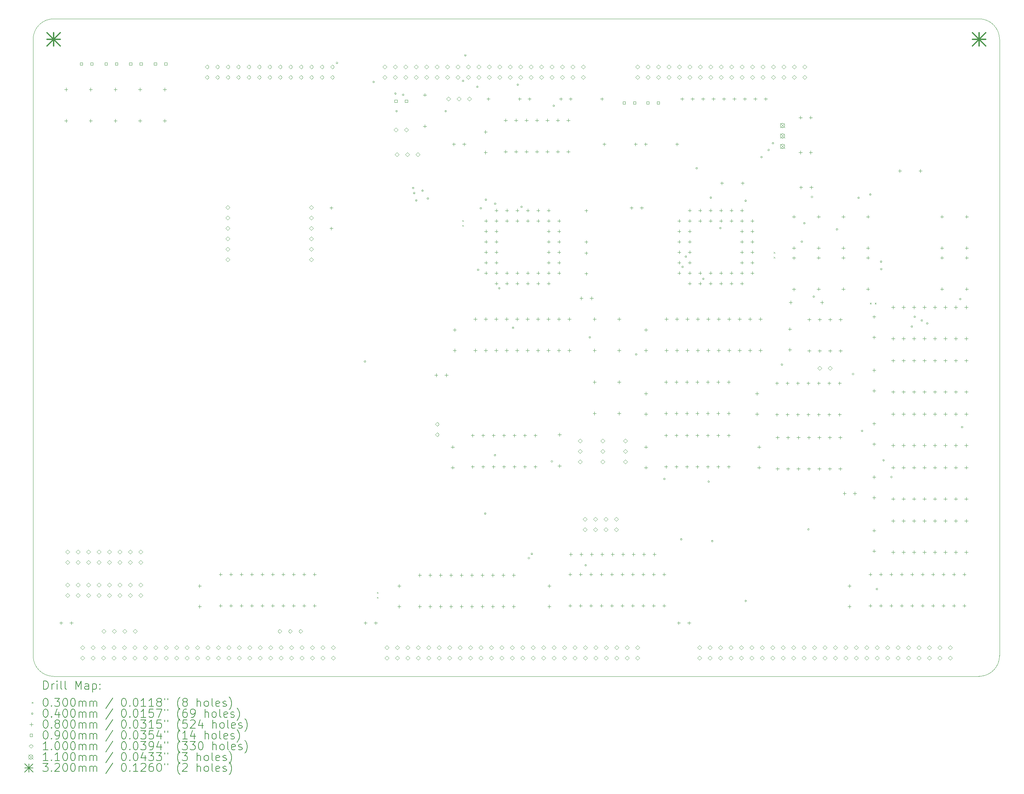
<source format=gbr>
%TF.GenerationSoftware,KiCad,Pcbnew,(6.0.11)*%
%TF.CreationDate,2023-12-23T16:28:06-05:00*%
%TF.ProjectId,input-output.Disk,696e7075-742d-46f7-9574-7075742e4469,rev?*%
%TF.SameCoordinates,Original*%
%TF.FileFunction,Drillmap*%
%TF.FilePolarity,Positive*%
%FSLAX45Y45*%
G04 Gerber Fmt 4.5, Leading zero omitted, Abs format (unit mm)*
G04 Created by KiCad (PCBNEW (6.0.11)) date 2023-12-23 16:28:06*
%MOMM*%
%LPD*%
G01*
G04 APERTURE LIST*
%ADD10C,0.050000*%
%ADD11C,0.200000*%
%ADD12C,0.030000*%
%ADD13C,0.040000*%
%ADD14C,0.080000*%
%ADD15C,0.090000*%
%ADD16C,0.100000*%
%ADD17C,0.110000*%
%ADD18C,0.320000*%
G04 APERTURE END LIST*
D10*
X3500000Y-7500000D02*
X3500000Y-22500000D01*
X4000000Y-23000000D02*
X26500000Y-23000000D01*
X27000000Y-22500000D02*
X27000000Y-7500000D01*
X26500000Y-7000000D02*
X4000000Y-7000000D01*
X27000000Y-7500000D02*
G75*
G03*
X26500000Y-7000000I-500000J0D01*
G01*
X3500000Y-22500000D02*
G75*
G03*
X4000000Y-23000000I500000J0D01*
G01*
X4000000Y-7000000D02*
G75*
G03*
X3500000Y-7500000I0J-500000D01*
G01*
X26500000Y-23000000D02*
G75*
G03*
X27000000Y-22500000I0J500000D01*
G01*
D11*
D12*
X11860000Y-20950000D02*
X11890000Y-20980000D01*
X11890000Y-20950000D02*
X11860000Y-20980000D01*
X11860000Y-21070000D02*
X11890000Y-21100000D01*
X11890000Y-21070000D02*
X11860000Y-21100000D01*
X13935000Y-11900000D02*
X13965000Y-11930000D01*
X13965000Y-11900000D02*
X13935000Y-11930000D01*
X13935000Y-12020000D02*
X13965000Y-12050000D01*
X13965000Y-12020000D02*
X13935000Y-12050000D01*
X21510000Y-12675000D02*
X21540000Y-12705000D01*
X21540000Y-12675000D02*
X21510000Y-12705000D01*
X21510000Y-12795000D02*
X21540000Y-12825000D01*
X21540000Y-12795000D02*
X21510000Y-12825000D01*
X23850000Y-13910000D02*
X23880000Y-13940000D01*
X23880000Y-13910000D02*
X23850000Y-13940000D01*
X23970000Y-13910000D02*
X24000000Y-13940000D01*
X24000000Y-13910000D02*
X23970000Y-13940000D01*
D13*
X10909040Y-8072980D02*
G75*
G03*
X10909040Y-8072980I-20000J0D01*
G01*
X11588070Y-15337770D02*
G75*
G03*
X11588070Y-15337770I-20000J0D01*
G01*
X11800620Y-8537660D02*
G75*
G03*
X11800620Y-8537660I-20000J0D01*
G01*
X12329510Y-8817690D02*
G75*
G03*
X12329510Y-8817690I-20000J0D01*
G01*
X12357580Y-9246850D02*
G75*
G03*
X12357580Y-9246850I-20000J0D01*
G01*
X12518000Y-8849720D02*
G75*
G03*
X12518000Y-8849720I-20000J0D01*
G01*
X12760200Y-11117790D02*
G75*
G03*
X12760200Y-11117790I-20000J0D01*
G01*
X12786850Y-11239350D02*
G75*
G03*
X12786850Y-11239350I-20000J0D01*
G01*
X12836660Y-11417510D02*
G75*
G03*
X12836660Y-11417510I-20000J0D01*
G01*
X12990010Y-11183590D02*
G75*
G03*
X12990010Y-11183590I-20000J0D01*
G01*
X13117820Y-11372150D02*
G75*
G03*
X13117820Y-11372150I-20000J0D01*
G01*
X13552050Y-9246850D02*
G75*
G03*
X13552050Y-9246850I-20000J0D01*
G01*
X13975000Y-8512260D02*
G75*
G03*
X13975000Y-8512260I-20000J0D01*
G01*
X14030020Y-7888460D02*
G75*
G03*
X14030020Y-7888460I-20000J0D01*
G01*
X14321650Y-8656280D02*
G75*
G03*
X14321650Y-8656280I-20000J0D01*
G01*
X14340780Y-13108070D02*
G75*
G03*
X14340780Y-13108070I-20000J0D01*
G01*
X14405910Y-11610730D02*
G75*
G03*
X14405910Y-11610730I-20000J0D01*
G01*
X14512550Y-19036660D02*
G75*
G03*
X14512550Y-19036660I-20000J0D01*
G01*
X14528660Y-11401680D02*
G75*
G03*
X14528660Y-11401680I-20000J0D01*
G01*
X14751100Y-17619300D02*
G75*
G03*
X14751100Y-17619300I-20000J0D01*
G01*
X14755600Y-11500880D02*
G75*
G03*
X14755600Y-11500880I-20000J0D01*
G01*
X14855240Y-13555560D02*
G75*
G03*
X14855240Y-13555560I-20000J0D01*
G01*
X15191410Y-14518980D02*
G75*
G03*
X15191410Y-14518980I-20000J0D01*
G01*
X15304980Y-8603190D02*
G75*
G03*
X15304980Y-8603190I-20000J0D01*
G01*
X15396660Y-11575630D02*
G75*
G03*
X15396660Y-11575630I-20000J0D01*
G01*
X15575500Y-20123450D02*
G75*
G03*
X15575500Y-20123450I-20000J0D01*
G01*
X15648500Y-20019950D02*
G75*
G03*
X15648500Y-20019950I-20000J0D01*
G01*
X16133760Y-17769210D02*
G75*
G03*
X16133760Y-17769210I-20000J0D01*
G01*
X16179950Y-9116450D02*
G75*
G03*
X16179950Y-9116450I-20000J0D01*
G01*
X16956000Y-20297180D02*
G75*
G03*
X16956000Y-20297180I-20000J0D01*
G01*
X17056470Y-14749610D02*
G75*
G03*
X17056470Y-14749610I-20000J0D01*
G01*
X18185770Y-15166220D02*
G75*
G03*
X18185770Y-15166220I-20000J0D01*
G01*
X18870130Y-18197200D02*
G75*
G03*
X18870130Y-18197200I-20000J0D01*
G01*
X19278890Y-19666500D02*
G75*
G03*
X19278890Y-19666500I-20000J0D01*
G01*
X19314080Y-13036190D02*
G75*
G03*
X19314080Y-13036190I-20000J0D01*
G01*
X19390630Y-12785500D02*
G75*
G03*
X19390630Y-12785500I-20000J0D01*
G01*
X19655330Y-10636210D02*
G75*
G03*
X19655330Y-10636210I-20000J0D01*
G01*
X19816760Y-13327620D02*
G75*
G03*
X19816760Y-13327620I-20000J0D01*
G01*
X19946330Y-18261090D02*
G75*
G03*
X19946330Y-18261090I-20000J0D01*
G01*
X19998810Y-11350990D02*
G75*
G03*
X19998810Y-11350990I-20000J0D01*
G01*
X20033790Y-19708900D02*
G75*
G03*
X20033790Y-19708900I-20000J0D01*
G01*
X20230120Y-12091710D02*
G75*
G03*
X20230120Y-12091710I-20000J0D01*
G01*
X20845840Y-11425580D02*
G75*
G03*
X20845840Y-11425580I-20000J0D01*
G01*
X20849200Y-21165850D02*
G75*
G03*
X20849200Y-21165850I-20000J0D01*
G01*
X21233740Y-10364820D02*
G75*
G03*
X21233740Y-10364820I-20000J0D01*
G01*
X21407040Y-10192320D02*
G75*
G03*
X21407040Y-10192320I-20000J0D01*
G01*
X21509860Y-10028630D02*
G75*
G03*
X21509860Y-10028630I-20000J0D01*
G01*
X21729080Y-15414190D02*
G75*
G03*
X21729080Y-15414190I-20000J0D01*
G01*
X22211280Y-12423000D02*
G75*
G03*
X22211280Y-12423000I-20000J0D01*
G01*
X22276270Y-11974720D02*
G75*
G03*
X22276270Y-11974720I-20000J0D01*
G01*
X22373680Y-19426800D02*
G75*
G03*
X22373680Y-19426800I-20000J0D01*
G01*
X22458820Y-11334460D02*
G75*
G03*
X22458820Y-11334460I-20000J0D01*
G01*
X22502570Y-13759640D02*
G75*
G03*
X22502570Y-13759640I-20000J0D01*
G01*
X23067930Y-12123380D02*
G75*
G03*
X23067930Y-12123380I-20000J0D01*
G01*
X23458710Y-15644360D02*
G75*
G03*
X23458710Y-15644360I-20000J0D01*
G01*
X23590270Y-11355280D02*
G75*
G03*
X23590270Y-11355280I-20000J0D01*
G01*
X23677460Y-17026480D02*
G75*
G03*
X23677460Y-17026480I-20000J0D01*
G01*
X23876870Y-11276390D02*
G75*
G03*
X23876870Y-11276390I-20000J0D01*
G01*
X24039720Y-20876090D02*
G75*
G03*
X24039720Y-20876090I-20000J0D01*
G01*
X24140090Y-12907850D02*
G75*
G03*
X24140090Y-12907850I-20000J0D01*
G01*
X24143590Y-13089740D02*
G75*
G03*
X24143590Y-13089740I-20000J0D01*
G01*
X24200140Y-17741840D02*
G75*
G03*
X24200140Y-17741840I-20000J0D01*
G01*
X24390340Y-18149400D02*
G75*
G03*
X24390340Y-18149400I-20000J0D01*
G01*
X24885310Y-14487090D02*
G75*
G03*
X24885310Y-14487090I-20000J0D01*
G01*
X24958900Y-14252430D02*
G75*
G03*
X24958900Y-14252430I-20000J0D01*
G01*
X25131030Y-14340460D02*
G75*
G03*
X25131030Y-14340460I-20000J0D01*
G01*
X25263090Y-14413780D02*
G75*
G03*
X25263090Y-14413780I-20000J0D01*
G01*
X26064060Y-13818430D02*
G75*
G03*
X26064060Y-13818430I-20000J0D01*
G01*
X26109840Y-16933780D02*
G75*
G03*
X26109840Y-16933780I-20000J0D01*
G01*
D14*
X4179490Y-21660000D02*
X4179490Y-21740000D01*
X4139490Y-21700000D02*
X4219490Y-21700000D01*
X4300000Y-8679000D02*
X4300000Y-8759000D01*
X4260000Y-8719000D02*
X4340000Y-8719000D01*
X4300000Y-9441000D02*
X4300000Y-9521000D01*
X4260000Y-9481000D02*
X4340000Y-9481000D01*
X4429490Y-21660000D02*
X4429490Y-21740000D01*
X4389490Y-21700000D02*
X4469490Y-21700000D01*
X4900000Y-8679000D02*
X4900000Y-8759000D01*
X4860000Y-8719000D02*
X4940000Y-8719000D01*
X4900000Y-9441000D02*
X4900000Y-9521000D01*
X4860000Y-9481000D02*
X4940000Y-9481000D01*
X5500000Y-8679000D02*
X5500000Y-8759000D01*
X5460000Y-8719000D02*
X5540000Y-8719000D01*
X5500000Y-9441000D02*
X5500000Y-9521000D01*
X5460000Y-9481000D02*
X5540000Y-9481000D01*
X6100000Y-8679000D02*
X6100000Y-8759000D01*
X6060000Y-8719000D02*
X6140000Y-8719000D01*
X6100000Y-9441000D02*
X6100000Y-9521000D01*
X6060000Y-9481000D02*
X6140000Y-9481000D01*
X6700000Y-8679000D02*
X6700000Y-8759000D01*
X6660000Y-8719000D02*
X6740000Y-8719000D01*
X6700000Y-9441000D02*
X6700000Y-9521000D01*
X6660000Y-9481000D02*
X6740000Y-9481000D01*
X7550000Y-20760000D02*
X7550000Y-20840000D01*
X7510000Y-20800000D02*
X7590000Y-20800000D01*
X7550000Y-21260000D02*
X7550000Y-21340000D01*
X7510000Y-21300000D02*
X7590000Y-21300000D01*
X8057500Y-20478000D02*
X8057500Y-20558000D01*
X8017500Y-20518000D02*
X8097500Y-20518000D01*
X8057500Y-21240000D02*
X8057500Y-21320000D01*
X8017500Y-21280000D02*
X8097500Y-21280000D01*
X8311500Y-20478000D02*
X8311500Y-20558000D01*
X8271500Y-20518000D02*
X8351500Y-20518000D01*
X8311500Y-21240000D02*
X8311500Y-21320000D01*
X8271500Y-21280000D02*
X8351500Y-21280000D01*
X8565500Y-20478000D02*
X8565500Y-20558000D01*
X8525500Y-20518000D02*
X8605500Y-20518000D01*
X8565500Y-21240000D02*
X8565500Y-21320000D01*
X8525500Y-21280000D02*
X8605500Y-21280000D01*
X8819500Y-20478000D02*
X8819500Y-20558000D01*
X8779500Y-20518000D02*
X8859500Y-20518000D01*
X8819500Y-21240000D02*
X8819500Y-21320000D01*
X8779500Y-21280000D02*
X8859500Y-21280000D01*
X9073500Y-20478000D02*
X9073500Y-20558000D01*
X9033500Y-20518000D02*
X9113500Y-20518000D01*
X9073500Y-21240000D02*
X9073500Y-21320000D01*
X9033500Y-21280000D02*
X9113500Y-21280000D01*
X9327500Y-20478000D02*
X9327500Y-20558000D01*
X9287500Y-20518000D02*
X9367500Y-20518000D01*
X9327500Y-21240000D02*
X9327500Y-21320000D01*
X9287500Y-21280000D02*
X9367500Y-21280000D01*
X9581500Y-20478000D02*
X9581500Y-20558000D01*
X9541500Y-20518000D02*
X9621500Y-20518000D01*
X9581500Y-21240000D02*
X9581500Y-21320000D01*
X9541500Y-21280000D02*
X9621500Y-21280000D01*
X9835500Y-20478000D02*
X9835500Y-20558000D01*
X9795500Y-20518000D02*
X9875500Y-20518000D01*
X9835500Y-21240000D02*
X9835500Y-21320000D01*
X9795500Y-21280000D02*
X9875500Y-21280000D01*
X10089500Y-20478000D02*
X10089500Y-20558000D01*
X10049500Y-20518000D02*
X10129500Y-20518000D01*
X10089500Y-21240000D02*
X10089500Y-21320000D01*
X10049500Y-21280000D02*
X10129500Y-21280000D01*
X10343500Y-20478000D02*
X10343500Y-20558000D01*
X10303500Y-20518000D02*
X10383500Y-20518000D01*
X10343500Y-21240000D02*
X10343500Y-21320000D01*
X10303500Y-21280000D02*
X10383500Y-21280000D01*
X10750000Y-11560000D02*
X10750000Y-11640000D01*
X10710000Y-11600000D02*
X10790000Y-11600000D01*
X10750000Y-12060000D02*
X10750000Y-12140000D01*
X10710000Y-12100000D02*
X10790000Y-12100000D01*
X11579490Y-21660000D02*
X11579490Y-21740000D01*
X11539490Y-21700000D02*
X11619490Y-21700000D01*
X11829490Y-21660000D02*
X11829490Y-21740000D01*
X11789490Y-21700000D02*
X11869490Y-21700000D01*
X12400000Y-20760000D02*
X12400000Y-20840000D01*
X12360000Y-20800000D02*
X12440000Y-20800000D01*
X12400000Y-21260000D02*
X12400000Y-21340000D01*
X12360000Y-21300000D02*
X12440000Y-21300000D01*
X12900000Y-20498000D02*
X12900000Y-20578000D01*
X12860000Y-20538000D02*
X12940000Y-20538000D01*
X12900000Y-21260000D02*
X12900000Y-21340000D01*
X12860000Y-21300000D02*
X12940000Y-21300000D01*
X13025000Y-8810000D02*
X13025000Y-8890000D01*
X12985000Y-8850000D02*
X13065000Y-8850000D01*
X13025000Y-9572000D02*
X13025000Y-9652000D01*
X12985000Y-9612000D02*
X13065000Y-9612000D01*
X13154000Y-20498000D02*
X13154000Y-20578000D01*
X13114000Y-20538000D02*
X13194000Y-20538000D01*
X13154000Y-21260000D02*
X13154000Y-21340000D01*
X13114000Y-21300000D02*
X13194000Y-21300000D01*
X13300000Y-15629000D02*
X13300000Y-15709000D01*
X13260000Y-15669000D02*
X13340000Y-15669000D01*
X13408000Y-20498000D02*
X13408000Y-20578000D01*
X13368000Y-20538000D02*
X13448000Y-20538000D01*
X13408000Y-21260000D02*
X13408000Y-21340000D01*
X13368000Y-21300000D02*
X13448000Y-21300000D01*
X13550000Y-15629000D02*
X13550000Y-15709000D01*
X13510000Y-15669000D02*
X13590000Y-15669000D01*
X13662000Y-20498000D02*
X13662000Y-20578000D01*
X13622000Y-20538000D02*
X13702000Y-20538000D01*
X13662000Y-21260000D02*
X13662000Y-21340000D01*
X13622000Y-21300000D02*
X13702000Y-21300000D01*
X13700000Y-17379000D02*
X13700000Y-17459000D01*
X13660000Y-17419000D02*
X13740000Y-17419000D01*
X13700000Y-17879000D02*
X13700000Y-17959000D01*
X13660000Y-17919000D02*
X13740000Y-17919000D01*
X13729490Y-10010000D02*
X13729490Y-10090000D01*
X13689490Y-10050000D02*
X13769490Y-10050000D01*
X13750000Y-14529000D02*
X13750000Y-14609000D01*
X13710000Y-14569000D02*
X13790000Y-14569000D01*
X13750000Y-15029000D02*
X13750000Y-15109000D01*
X13710000Y-15069000D02*
X13790000Y-15069000D01*
X13916000Y-20498000D02*
X13916000Y-20578000D01*
X13876000Y-20538000D02*
X13956000Y-20538000D01*
X13916000Y-21260000D02*
X13916000Y-21340000D01*
X13876000Y-21300000D02*
X13956000Y-21300000D01*
X13979490Y-10010000D02*
X13979490Y-10090000D01*
X13939490Y-10050000D02*
X14019490Y-10050000D01*
X14170000Y-20498000D02*
X14170000Y-20578000D01*
X14130000Y-20538000D02*
X14210000Y-20538000D01*
X14170000Y-21260000D02*
X14170000Y-21340000D01*
X14130000Y-21300000D02*
X14210000Y-21300000D01*
X14187500Y-17097000D02*
X14187500Y-17177000D01*
X14147500Y-17137000D02*
X14227500Y-17137000D01*
X14187500Y-17859000D02*
X14187500Y-17939000D01*
X14147500Y-17899000D02*
X14227500Y-17899000D01*
X14250000Y-14267000D02*
X14250000Y-14347000D01*
X14210000Y-14307000D02*
X14290000Y-14307000D01*
X14250000Y-15029000D02*
X14250000Y-15109000D01*
X14210000Y-15069000D02*
X14290000Y-15069000D01*
X14424000Y-20498000D02*
X14424000Y-20578000D01*
X14384000Y-20538000D02*
X14464000Y-20538000D01*
X14424000Y-21260000D02*
X14424000Y-21340000D01*
X14384000Y-21300000D02*
X14464000Y-21300000D01*
X14441500Y-17097000D02*
X14441500Y-17177000D01*
X14401500Y-17137000D02*
X14481500Y-17137000D01*
X14441500Y-17859000D02*
X14441500Y-17939000D01*
X14401500Y-17899000D02*
X14481500Y-17899000D01*
X14500000Y-9710000D02*
X14500000Y-9790000D01*
X14460000Y-9750000D02*
X14540000Y-9750000D01*
X14500000Y-10210000D02*
X14500000Y-10290000D01*
X14460000Y-10250000D02*
X14540000Y-10250000D01*
X14504000Y-14267000D02*
X14504000Y-14347000D01*
X14464000Y-14307000D02*
X14544000Y-14307000D01*
X14504000Y-15029000D02*
X14504000Y-15109000D01*
X14464000Y-15069000D02*
X14544000Y-15069000D01*
X14511000Y-11875000D02*
X14511000Y-11955000D01*
X14471000Y-11915000D02*
X14551000Y-11915000D01*
X14511000Y-12129000D02*
X14511000Y-12209000D01*
X14471000Y-12169000D02*
X14551000Y-12169000D01*
X14511000Y-12383000D02*
X14511000Y-12463000D01*
X14471000Y-12423000D02*
X14551000Y-12423000D01*
X14511000Y-12637000D02*
X14511000Y-12717000D01*
X14471000Y-12677000D02*
X14551000Y-12677000D01*
X14511000Y-12891000D02*
X14511000Y-12971000D01*
X14471000Y-12931000D02*
X14551000Y-12931000D01*
X14511000Y-13145000D02*
X14511000Y-13225000D01*
X14471000Y-13185000D02*
X14551000Y-13185000D01*
X14569000Y-8910000D02*
X14569000Y-8990000D01*
X14529000Y-8950000D02*
X14609000Y-8950000D01*
X14678000Y-20498000D02*
X14678000Y-20578000D01*
X14638000Y-20538000D02*
X14718000Y-20538000D01*
X14678000Y-21260000D02*
X14678000Y-21340000D01*
X14638000Y-21300000D02*
X14718000Y-21300000D01*
X14695500Y-17097000D02*
X14695500Y-17177000D01*
X14655500Y-17137000D02*
X14735500Y-17137000D01*
X14695500Y-17859000D02*
X14695500Y-17939000D01*
X14655500Y-17899000D02*
X14735500Y-17899000D01*
X14758000Y-14267000D02*
X14758000Y-14347000D01*
X14718000Y-14307000D02*
X14798000Y-14307000D01*
X14758000Y-15029000D02*
X14758000Y-15109000D01*
X14718000Y-15069000D02*
X14798000Y-15069000D01*
X14765000Y-11621000D02*
X14765000Y-11701000D01*
X14725000Y-11661000D02*
X14805000Y-11661000D01*
X14765000Y-11875000D02*
X14765000Y-11955000D01*
X14725000Y-11915000D02*
X14805000Y-11915000D01*
X14765000Y-12129000D02*
X14765000Y-12209000D01*
X14725000Y-12169000D02*
X14805000Y-12169000D01*
X14765000Y-12383000D02*
X14765000Y-12463000D01*
X14725000Y-12423000D02*
X14805000Y-12423000D01*
X14765000Y-12637000D02*
X14765000Y-12717000D01*
X14725000Y-12677000D02*
X14805000Y-12677000D01*
X14765000Y-12891000D02*
X14765000Y-12971000D01*
X14725000Y-12931000D02*
X14805000Y-12931000D01*
X14765000Y-13145000D02*
X14765000Y-13225000D01*
X14725000Y-13185000D02*
X14805000Y-13185000D01*
X14765000Y-13399000D02*
X14765000Y-13479000D01*
X14725000Y-13439000D02*
X14805000Y-13439000D01*
X14932000Y-20498000D02*
X14932000Y-20578000D01*
X14892000Y-20538000D02*
X14972000Y-20538000D01*
X14932000Y-21260000D02*
X14932000Y-21340000D01*
X14892000Y-21300000D02*
X14972000Y-21300000D01*
X14949500Y-17097000D02*
X14949500Y-17177000D01*
X14909500Y-17137000D02*
X14989500Y-17137000D01*
X14949500Y-17859000D02*
X14949500Y-17939000D01*
X14909500Y-17899000D02*
X14989500Y-17899000D01*
X14987500Y-9428000D02*
X14987500Y-9508000D01*
X14947500Y-9468000D02*
X15027500Y-9468000D01*
X14987500Y-10190000D02*
X14987500Y-10270000D01*
X14947500Y-10230000D02*
X15027500Y-10230000D01*
X15012000Y-14267000D02*
X15012000Y-14347000D01*
X14972000Y-14307000D02*
X15052000Y-14307000D01*
X15012000Y-15029000D02*
X15012000Y-15109000D01*
X14972000Y-15069000D02*
X15052000Y-15069000D01*
X15019000Y-11621000D02*
X15019000Y-11701000D01*
X14979000Y-11661000D02*
X15059000Y-11661000D01*
X15019000Y-11875000D02*
X15019000Y-11955000D01*
X14979000Y-11915000D02*
X15059000Y-11915000D01*
X15019000Y-13145000D02*
X15019000Y-13225000D01*
X14979000Y-13185000D02*
X15059000Y-13185000D01*
X15019000Y-13399000D02*
X15019000Y-13479000D01*
X14979000Y-13439000D02*
X15059000Y-13439000D01*
X15186000Y-20498000D02*
X15186000Y-20578000D01*
X15146000Y-20538000D02*
X15226000Y-20538000D01*
X15186000Y-21260000D02*
X15186000Y-21340000D01*
X15146000Y-21300000D02*
X15226000Y-21300000D01*
X15203500Y-17097000D02*
X15203500Y-17177000D01*
X15163500Y-17137000D02*
X15243500Y-17137000D01*
X15203500Y-17859000D02*
X15203500Y-17939000D01*
X15163500Y-17899000D02*
X15243500Y-17899000D01*
X15241500Y-9428000D02*
X15241500Y-9508000D01*
X15201500Y-9468000D02*
X15281500Y-9468000D01*
X15241500Y-10190000D02*
X15241500Y-10270000D01*
X15201500Y-10230000D02*
X15281500Y-10230000D01*
X15266000Y-14267000D02*
X15266000Y-14347000D01*
X15226000Y-14307000D02*
X15306000Y-14307000D01*
X15266000Y-15029000D02*
X15266000Y-15109000D01*
X15226000Y-15069000D02*
X15306000Y-15069000D01*
X15273000Y-11621000D02*
X15273000Y-11701000D01*
X15233000Y-11661000D02*
X15313000Y-11661000D01*
X15273000Y-11875000D02*
X15273000Y-11955000D01*
X15233000Y-11915000D02*
X15313000Y-11915000D01*
X15273000Y-13145000D02*
X15273000Y-13225000D01*
X15233000Y-13185000D02*
X15313000Y-13185000D01*
X15273000Y-13399000D02*
X15273000Y-13479000D01*
X15233000Y-13439000D02*
X15313000Y-13439000D01*
X15331000Y-8910000D02*
X15331000Y-8990000D01*
X15291000Y-8950000D02*
X15371000Y-8950000D01*
X15457500Y-17097000D02*
X15457500Y-17177000D01*
X15417500Y-17137000D02*
X15497500Y-17137000D01*
X15457500Y-17859000D02*
X15457500Y-17939000D01*
X15417500Y-17899000D02*
X15497500Y-17899000D01*
X15495500Y-9428000D02*
X15495500Y-9508000D01*
X15455500Y-9468000D02*
X15535500Y-9468000D01*
X15495500Y-10190000D02*
X15495500Y-10270000D01*
X15455500Y-10230000D02*
X15535500Y-10230000D01*
X15520000Y-14267000D02*
X15520000Y-14347000D01*
X15480000Y-14307000D02*
X15560000Y-14307000D01*
X15520000Y-15029000D02*
X15520000Y-15109000D01*
X15480000Y-15069000D02*
X15560000Y-15069000D01*
X15527000Y-11621000D02*
X15527000Y-11701000D01*
X15487000Y-11661000D02*
X15567000Y-11661000D01*
X15527000Y-11875000D02*
X15527000Y-11955000D01*
X15487000Y-11915000D02*
X15567000Y-11915000D01*
X15527000Y-13145000D02*
X15527000Y-13225000D01*
X15487000Y-13185000D02*
X15567000Y-13185000D01*
X15527000Y-13399000D02*
X15527000Y-13479000D01*
X15487000Y-13439000D02*
X15567000Y-13439000D01*
X15569000Y-8910000D02*
X15569000Y-8990000D01*
X15529000Y-8950000D02*
X15609000Y-8950000D01*
X15711500Y-17097000D02*
X15711500Y-17177000D01*
X15671500Y-17137000D02*
X15751500Y-17137000D01*
X15711500Y-17859000D02*
X15711500Y-17939000D01*
X15671500Y-17899000D02*
X15751500Y-17899000D01*
X15749500Y-9428000D02*
X15749500Y-9508000D01*
X15709500Y-9468000D02*
X15789500Y-9468000D01*
X15749500Y-10190000D02*
X15749500Y-10270000D01*
X15709500Y-10230000D02*
X15789500Y-10230000D01*
X15774000Y-14267000D02*
X15774000Y-14347000D01*
X15734000Y-14307000D02*
X15814000Y-14307000D01*
X15774000Y-15029000D02*
X15774000Y-15109000D01*
X15734000Y-15069000D02*
X15814000Y-15069000D01*
X15781000Y-11621000D02*
X15781000Y-11701000D01*
X15741000Y-11661000D02*
X15821000Y-11661000D01*
X15781000Y-11875000D02*
X15781000Y-11955000D01*
X15741000Y-11915000D02*
X15821000Y-11915000D01*
X15781000Y-13145000D02*
X15781000Y-13225000D01*
X15741000Y-13185000D02*
X15821000Y-13185000D01*
X15781000Y-13399000D02*
X15781000Y-13479000D01*
X15741000Y-13439000D02*
X15821000Y-13439000D01*
X16003500Y-9428000D02*
X16003500Y-9508000D01*
X15963500Y-9468000D02*
X16043500Y-9468000D01*
X16003500Y-10190000D02*
X16003500Y-10270000D01*
X15963500Y-10230000D02*
X16043500Y-10230000D01*
X16028000Y-14267000D02*
X16028000Y-14347000D01*
X15988000Y-14307000D02*
X16068000Y-14307000D01*
X16028000Y-15029000D02*
X16028000Y-15109000D01*
X15988000Y-15069000D02*
X16068000Y-15069000D01*
X16035000Y-11621000D02*
X16035000Y-11701000D01*
X15995000Y-11661000D02*
X16075000Y-11661000D01*
X16035000Y-11875000D02*
X16035000Y-11955000D01*
X15995000Y-11915000D02*
X16075000Y-11915000D01*
X16035000Y-12129000D02*
X16035000Y-12209000D01*
X15995000Y-12169000D02*
X16075000Y-12169000D01*
X16035000Y-12383000D02*
X16035000Y-12463000D01*
X15995000Y-12423000D02*
X16075000Y-12423000D01*
X16035000Y-12637000D02*
X16035000Y-12717000D01*
X15995000Y-12677000D02*
X16075000Y-12677000D01*
X16035000Y-12891000D02*
X16035000Y-12971000D01*
X15995000Y-12931000D02*
X16075000Y-12931000D01*
X16035000Y-13145000D02*
X16035000Y-13225000D01*
X15995000Y-13185000D02*
X16075000Y-13185000D01*
X16035000Y-13399000D02*
X16035000Y-13479000D01*
X15995000Y-13439000D02*
X16075000Y-13439000D01*
X16050000Y-20760000D02*
X16050000Y-20840000D01*
X16010000Y-20800000D02*
X16090000Y-20800000D01*
X16050000Y-21260000D02*
X16050000Y-21340000D01*
X16010000Y-21300000D02*
X16090000Y-21300000D01*
X16257500Y-9428000D02*
X16257500Y-9508000D01*
X16217500Y-9468000D02*
X16297500Y-9468000D01*
X16257500Y-10190000D02*
X16257500Y-10270000D01*
X16217500Y-10230000D02*
X16297500Y-10230000D01*
X16282000Y-14267000D02*
X16282000Y-14347000D01*
X16242000Y-14307000D02*
X16322000Y-14307000D01*
X16282000Y-15029000D02*
X16282000Y-15109000D01*
X16242000Y-15069000D02*
X16322000Y-15069000D01*
X16289000Y-11875000D02*
X16289000Y-11955000D01*
X16249000Y-11915000D02*
X16329000Y-11915000D01*
X16289000Y-12129000D02*
X16289000Y-12209000D01*
X16249000Y-12169000D02*
X16329000Y-12169000D01*
X16289000Y-12383000D02*
X16289000Y-12463000D01*
X16249000Y-12423000D02*
X16329000Y-12423000D01*
X16289000Y-12637000D02*
X16289000Y-12717000D01*
X16249000Y-12677000D02*
X16329000Y-12677000D01*
X16289000Y-12891000D02*
X16289000Y-12971000D01*
X16249000Y-12931000D02*
X16329000Y-12931000D01*
X16289000Y-13145000D02*
X16289000Y-13225000D01*
X16249000Y-13185000D02*
X16329000Y-13185000D01*
X16300000Y-17079000D02*
X16300000Y-17159000D01*
X16260000Y-17119000D02*
X16340000Y-17119000D01*
X16300000Y-17841000D02*
X16300000Y-17921000D01*
X16260000Y-17881000D02*
X16340000Y-17881000D01*
X16331000Y-8910000D02*
X16331000Y-8990000D01*
X16291000Y-8950000D02*
X16371000Y-8950000D01*
X16511500Y-9428000D02*
X16511500Y-9508000D01*
X16471500Y-9468000D02*
X16551500Y-9468000D01*
X16511500Y-10190000D02*
X16511500Y-10270000D01*
X16471500Y-10230000D02*
X16551500Y-10230000D01*
X16536000Y-14267000D02*
X16536000Y-14347000D01*
X16496000Y-14307000D02*
X16576000Y-14307000D01*
X16536000Y-15029000D02*
X16536000Y-15109000D01*
X16496000Y-15069000D02*
X16576000Y-15069000D01*
X16557500Y-20478000D02*
X16557500Y-20558000D01*
X16517500Y-20518000D02*
X16597500Y-20518000D01*
X16557500Y-21240000D02*
X16557500Y-21320000D01*
X16517500Y-21280000D02*
X16597500Y-21280000D01*
X16569000Y-8910000D02*
X16569000Y-8990000D01*
X16529000Y-8950000D02*
X16609000Y-8950000D01*
X16575000Y-19990500D02*
X16575000Y-20070500D01*
X16535000Y-20030500D02*
X16615000Y-20030500D01*
X16811500Y-20478000D02*
X16811500Y-20558000D01*
X16771500Y-20518000D02*
X16851500Y-20518000D01*
X16811500Y-21240000D02*
X16811500Y-21320000D01*
X16771500Y-21280000D02*
X16851500Y-21280000D01*
X16829000Y-19990500D02*
X16829000Y-20070500D01*
X16789000Y-20030500D02*
X16869000Y-20030500D01*
X16829490Y-13760000D02*
X16829490Y-13840000D01*
X16789490Y-13800000D02*
X16869490Y-13800000D01*
X16950000Y-11629000D02*
X16950000Y-11709000D01*
X16910000Y-11669000D02*
X16990000Y-11669000D01*
X16950000Y-12391000D02*
X16950000Y-12471000D01*
X16910000Y-12431000D02*
X16990000Y-12431000D01*
X16950000Y-12660000D02*
X16950000Y-12740000D01*
X16910000Y-12700000D02*
X16990000Y-12700000D01*
X16950000Y-13160000D02*
X16950000Y-13240000D01*
X16910000Y-13200000D02*
X16990000Y-13200000D01*
X17065500Y-20478000D02*
X17065500Y-20558000D01*
X17025500Y-20518000D02*
X17105500Y-20518000D01*
X17065500Y-21240000D02*
X17065500Y-21320000D01*
X17025500Y-21280000D02*
X17105500Y-21280000D01*
X17079490Y-13760000D02*
X17079490Y-13840000D01*
X17039490Y-13800000D02*
X17119490Y-13800000D01*
X17083000Y-19990500D02*
X17083000Y-20070500D01*
X17043000Y-20030500D02*
X17123000Y-20030500D01*
X17150000Y-14267000D02*
X17150000Y-14347000D01*
X17110000Y-14307000D02*
X17190000Y-14307000D01*
X17150000Y-15029000D02*
X17150000Y-15109000D01*
X17110000Y-15069000D02*
X17190000Y-15069000D01*
X17150000Y-15797000D02*
X17150000Y-15877000D01*
X17110000Y-15837000D02*
X17190000Y-15837000D01*
X17150000Y-16559000D02*
X17150000Y-16639000D01*
X17110000Y-16599000D02*
X17190000Y-16599000D01*
X17319500Y-20478000D02*
X17319500Y-20558000D01*
X17279500Y-20518000D02*
X17359500Y-20518000D01*
X17319500Y-21240000D02*
X17319500Y-21320000D01*
X17279500Y-21280000D02*
X17359500Y-21280000D01*
X17331000Y-8910000D02*
X17331000Y-8990000D01*
X17291000Y-8950000D02*
X17371000Y-8950000D01*
X17337000Y-19990500D02*
X17337000Y-20070500D01*
X17297000Y-20030500D02*
X17377000Y-20030500D01*
X17388000Y-10010000D02*
X17388000Y-10090000D01*
X17348000Y-10050000D02*
X17428000Y-10050000D01*
X17573500Y-20478000D02*
X17573500Y-20558000D01*
X17533500Y-20518000D02*
X17613500Y-20518000D01*
X17573500Y-21240000D02*
X17573500Y-21320000D01*
X17533500Y-21280000D02*
X17613500Y-21280000D01*
X17591000Y-19990500D02*
X17591000Y-20070500D01*
X17551000Y-20030500D02*
X17631000Y-20030500D01*
X17750000Y-14267000D02*
X17750000Y-14347000D01*
X17710000Y-14307000D02*
X17790000Y-14307000D01*
X17750000Y-15029000D02*
X17750000Y-15109000D01*
X17710000Y-15069000D02*
X17790000Y-15069000D01*
X17750000Y-15797000D02*
X17750000Y-15877000D01*
X17710000Y-15837000D02*
X17790000Y-15837000D01*
X17750000Y-16559000D02*
X17750000Y-16639000D01*
X17710000Y-16599000D02*
X17790000Y-16599000D01*
X17827500Y-20478000D02*
X17827500Y-20558000D01*
X17787500Y-20518000D02*
X17867500Y-20518000D01*
X17827500Y-21240000D02*
X17827500Y-21320000D01*
X17787500Y-21280000D02*
X17867500Y-21280000D01*
X17845000Y-19990500D02*
X17845000Y-20070500D01*
X17805000Y-20030500D02*
X17885000Y-20030500D01*
X18050000Y-11560000D02*
X18050000Y-11640000D01*
X18010000Y-11600000D02*
X18090000Y-11600000D01*
X18081500Y-20478000D02*
X18081500Y-20558000D01*
X18041500Y-20518000D02*
X18121500Y-20518000D01*
X18081500Y-21240000D02*
X18081500Y-21320000D01*
X18041500Y-21280000D02*
X18121500Y-21280000D01*
X18099000Y-19990500D02*
X18099000Y-20070500D01*
X18059000Y-20030500D02*
X18139000Y-20030500D01*
X18150000Y-10010000D02*
X18150000Y-10090000D01*
X18110000Y-10050000D02*
X18190000Y-10050000D01*
X18300000Y-11560000D02*
X18300000Y-11640000D01*
X18260000Y-11600000D02*
X18340000Y-11600000D01*
X18335500Y-20478000D02*
X18335500Y-20558000D01*
X18295500Y-20518000D02*
X18375500Y-20518000D01*
X18335500Y-21240000D02*
X18335500Y-21320000D01*
X18295500Y-21280000D02*
X18375500Y-21280000D01*
X18353000Y-19990500D02*
X18353000Y-20070500D01*
X18313000Y-20030500D02*
X18393000Y-20030500D01*
X18394000Y-10010000D02*
X18394000Y-10090000D01*
X18354000Y-10050000D02*
X18434000Y-10050000D01*
X18400000Y-14529000D02*
X18400000Y-14609000D01*
X18360000Y-14569000D02*
X18440000Y-14569000D01*
X18400000Y-15029000D02*
X18400000Y-15109000D01*
X18360000Y-15069000D02*
X18440000Y-15069000D01*
X18400000Y-16079000D02*
X18400000Y-16159000D01*
X18360000Y-16119000D02*
X18440000Y-16119000D01*
X18400000Y-16579000D02*
X18400000Y-16659000D01*
X18360000Y-16619000D02*
X18440000Y-16619000D01*
X18400000Y-17379000D02*
X18400000Y-17459000D01*
X18360000Y-17419000D02*
X18440000Y-17419000D01*
X18400000Y-17879000D02*
X18400000Y-17959000D01*
X18360000Y-17919000D02*
X18440000Y-17919000D01*
X18589500Y-20478000D02*
X18589500Y-20558000D01*
X18549500Y-20518000D02*
X18629500Y-20518000D01*
X18589500Y-21240000D02*
X18589500Y-21320000D01*
X18549500Y-21280000D02*
X18629500Y-21280000D01*
X18607000Y-19990500D02*
X18607000Y-20070500D01*
X18567000Y-20030500D02*
X18647000Y-20030500D01*
X18843500Y-20478000D02*
X18843500Y-20558000D01*
X18803500Y-20518000D02*
X18883500Y-20518000D01*
X18843500Y-21240000D02*
X18843500Y-21320000D01*
X18803500Y-21280000D02*
X18883500Y-21280000D01*
X18887500Y-15797000D02*
X18887500Y-15877000D01*
X18847500Y-15837000D02*
X18927500Y-15837000D01*
X18887500Y-16559000D02*
X18887500Y-16639000D01*
X18847500Y-16599000D02*
X18927500Y-16599000D01*
X18887500Y-17097000D02*
X18887500Y-17177000D01*
X18847500Y-17137000D02*
X18927500Y-17137000D01*
X18887500Y-17859000D02*
X18887500Y-17939000D01*
X18847500Y-17899000D02*
X18927500Y-17899000D01*
X18900000Y-14267000D02*
X18900000Y-14347000D01*
X18860000Y-14307000D02*
X18940000Y-14307000D01*
X18900000Y-15029000D02*
X18900000Y-15109000D01*
X18860000Y-15069000D02*
X18940000Y-15069000D01*
X19141500Y-15797000D02*
X19141500Y-15877000D01*
X19101500Y-15837000D02*
X19181500Y-15837000D01*
X19141500Y-16559000D02*
X19141500Y-16639000D01*
X19101500Y-16599000D02*
X19181500Y-16599000D01*
X19141500Y-17097000D02*
X19141500Y-17177000D01*
X19101500Y-17137000D02*
X19181500Y-17137000D01*
X19141500Y-17859000D02*
X19141500Y-17939000D01*
X19101500Y-17899000D02*
X19181500Y-17899000D01*
X19154000Y-14267000D02*
X19154000Y-14347000D01*
X19114000Y-14307000D02*
X19194000Y-14307000D01*
X19154000Y-15029000D02*
X19154000Y-15109000D01*
X19114000Y-15069000D02*
X19194000Y-15069000D01*
X19156000Y-10010000D02*
X19156000Y-10090000D01*
X19116000Y-10050000D02*
X19196000Y-10050000D01*
X19200000Y-21660000D02*
X19200000Y-21740000D01*
X19160000Y-21700000D02*
X19240000Y-21700000D01*
X19211000Y-11875000D02*
X19211000Y-11955000D01*
X19171000Y-11915000D02*
X19251000Y-11915000D01*
X19211000Y-12129000D02*
X19211000Y-12209000D01*
X19171000Y-12169000D02*
X19251000Y-12169000D01*
X19211000Y-12383000D02*
X19211000Y-12463000D01*
X19171000Y-12423000D02*
X19251000Y-12423000D01*
X19211000Y-12637000D02*
X19211000Y-12717000D01*
X19171000Y-12677000D02*
X19251000Y-12677000D01*
X19211000Y-12891000D02*
X19211000Y-12971000D01*
X19171000Y-12931000D02*
X19251000Y-12931000D01*
X19211000Y-13145000D02*
X19211000Y-13225000D01*
X19171000Y-13185000D02*
X19251000Y-13185000D01*
X19282500Y-8910000D02*
X19282500Y-8990000D01*
X19242500Y-8950000D02*
X19322500Y-8950000D01*
X19395500Y-15797000D02*
X19395500Y-15877000D01*
X19355500Y-15837000D02*
X19435500Y-15837000D01*
X19395500Y-16559000D02*
X19395500Y-16639000D01*
X19355500Y-16599000D02*
X19435500Y-16599000D01*
X19395500Y-17097000D02*
X19395500Y-17177000D01*
X19355500Y-17137000D02*
X19435500Y-17137000D01*
X19395500Y-17859000D02*
X19395500Y-17939000D01*
X19355500Y-17899000D02*
X19435500Y-17899000D01*
X19408000Y-14267000D02*
X19408000Y-14347000D01*
X19368000Y-14307000D02*
X19448000Y-14307000D01*
X19408000Y-15029000D02*
X19408000Y-15109000D01*
X19368000Y-15069000D02*
X19448000Y-15069000D01*
X19450000Y-21660000D02*
X19450000Y-21740000D01*
X19410000Y-21700000D02*
X19490000Y-21700000D01*
X19465000Y-11621000D02*
X19465000Y-11701000D01*
X19425000Y-11661000D02*
X19505000Y-11661000D01*
X19465000Y-11875000D02*
X19465000Y-11955000D01*
X19425000Y-11915000D02*
X19505000Y-11915000D01*
X19465000Y-12129000D02*
X19465000Y-12209000D01*
X19425000Y-12169000D02*
X19505000Y-12169000D01*
X19465000Y-12383000D02*
X19465000Y-12463000D01*
X19425000Y-12423000D02*
X19505000Y-12423000D01*
X19465000Y-12637000D02*
X19465000Y-12717000D01*
X19425000Y-12677000D02*
X19505000Y-12677000D01*
X19465000Y-12891000D02*
X19465000Y-12971000D01*
X19425000Y-12931000D02*
X19505000Y-12931000D01*
X19465000Y-13145000D02*
X19465000Y-13225000D01*
X19425000Y-13185000D02*
X19505000Y-13185000D01*
X19465000Y-13399000D02*
X19465000Y-13479000D01*
X19425000Y-13439000D02*
X19505000Y-13439000D01*
X19536500Y-8910000D02*
X19536500Y-8990000D01*
X19496500Y-8950000D02*
X19576500Y-8950000D01*
X19649500Y-15797000D02*
X19649500Y-15877000D01*
X19609500Y-15837000D02*
X19689500Y-15837000D01*
X19649500Y-16559000D02*
X19649500Y-16639000D01*
X19609500Y-16599000D02*
X19689500Y-16599000D01*
X19649500Y-17097000D02*
X19649500Y-17177000D01*
X19609500Y-17137000D02*
X19689500Y-17137000D01*
X19649500Y-17859000D02*
X19649500Y-17939000D01*
X19609500Y-17899000D02*
X19689500Y-17899000D01*
X19662000Y-14267000D02*
X19662000Y-14347000D01*
X19622000Y-14307000D02*
X19702000Y-14307000D01*
X19662000Y-15029000D02*
X19662000Y-15109000D01*
X19622000Y-15069000D02*
X19702000Y-15069000D01*
X19719000Y-11621000D02*
X19719000Y-11701000D01*
X19679000Y-11661000D02*
X19759000Y-11661000D01*
X19719000Y-11875000D02*
X19719000Y-11955000D01*
X19679000Y-11915000D02*
X19759000Y-11915000D01*
X19719000Y-13145000D02*
X19719000Y-13225000D01*
X19679000Y-13185000D02*
X19759000Y-13185000D01*
X19719000Y-13399000D02*
X19719000Y-13479000D01*
X19679000Y-13439000D02*
X19759000Y-13439000D01*
X19790500Y-8910000D02*
X19790500Y-8990000D01*
X19750500Y-8950000D02*
X19830500Y-8950000D01*
X19903500Y-15797000D02*
X19903500Y-15877000D01*
X19863500Y-15837000D02*
X19943500Y-15837000D01*
X19903500Y-16559000D02*
X19903500Y-16639000D01*
X19863500Y-16599000D02*
X19943500Y-16599000D01*
X19903500Y-17097000D02*
X19903500Y-17177000D01*
X19863500Y-17137000D02*
X19943500Y-17137000D01*
X19903500Y-17859000D02*
X19903500Y-17939000D01*
X19863500Y-17899000D02*
X19943500Y-17899000D01*
X19916000Y-14267000D02*
X19916000Y-14347000D01*
X19876000Y-14307000D02*
X19956000Y-14307000D01*
X19916000Y-15029000D02*
X19916000Y-15109000D01*
X19876000Y-15069000D02*
X19956000Y-15069000D01*
X19973000Y-11621000D02*
X19973000Y-11701000D01*
X19933000Y-11661000D02*
X20013000Y-11661000D01*
X19973000Y-11875000D02*
X19973000Y-11955000D01*
X19933000Y-11915000D02*
X20013000Y-11915000D01*
X19973000Y-13145000D02*
X19973000Y-13225000D01*
X19933000Y-13185000D02*
X20013000Y-13185000D01*
X19973000Y-13399000D02*
X19973000Y-13479000D01*
X19933000Y-13439000D02*
X20013000Y-13439000D01*
X20044500Y-8910000D02*
X20044500Y-8990000D01*
X20004500Y-8950000D02*
X20084500Y-8950000D01*
X20157500Y-15797000D02*
X20157500Y-15877000D01*
X20117500Y-15837000D02*
X20197500Y-15837000D01*
X20157500Y-16559000D02*
X20157500Y-16639000D01*
X20117500Y-16599000D02*
X20197500Y-16599000D01*
X20157500Y-17097000D02*
X20157500Y-17177000D01*
X20117500Y-17137000D02*
X20197500Y-17137000D01*
X20157500Y-17859000D02*
X20157500Y-17939000D01*
X20117500Y-17899000D02*
X20197500Y-17899000D01*
X20170000Y-14267000D02*
X20170000Y-14347000D01*
X20130000Y-14307000D02*
X20210000Y-14307000D01*
X20170000Y-15029000D02*
X20170000Y-15109000D01*
X20130000Y-15069000D02*
X20210000Y-15069000D01*
X20227000Y-11621000D02*
X20227000Y-11701000D01*
X20187000Y-11661000D02*
X20267000Y-11661000D01*
X20227000Y-11875000D02*
X20227000Y-11955000D01*
X20187000Y-11915000D02*
X20267000Y-11915000D01*
X20227000Y-13145000D02*
X20227000Y-13225000D01*
X20187000Y-13185000D02*
X20267000Y-13185000D01*
X20227000Y-13399000D02*
X20227000Y-13479000D01*
X20187000Y-13439000D02*
X20267000Y-13439000D01*
X20250000Y-10960000D02*
X20250000Y-11040000D01*
X20210000Y-11000000D02*
X20290000Y-11000000D01*
X20298500Y-8910000D02*
X20298500Y-8990000D01*
X20258500Y-8950000D02*
X20338500Y-8950000D01*
X20411500Y-15797000D02*
X20411500Y-15877000D01*
X20371500Y-15837000D02*
X20451500Y-15837000D01*
X20411500Y-16559000D02*
X20411500Y-16639000D01*
X20371500Y-16599000D02*
X20451500Y-16599000D01*
X20411500Y-17097000D02*
X20411500Y-17177000D01*
X20371500Y-17137000D02*
X20451500Y-17137000D01*
X20411500Y-17859000D02*
X20411500Y-17939000D01*
X20371500Y-17899000D02*
X20451500Y-17899000D01*
X20424000Y-14267000D02*
X20424000Y-14347000D01*
X20384000Y-14307000D02*
X20464000Y-14307000D01*
X20424000Y-15029000D02*
X20424000Y-15109000D01*
X20384000Y-15069000D02*
X20464000Y-15069000D01*
X20481000Y-11621000D02*
X20481000Y-11701000D01*
X20441000Y-11661000D02*
X20521000Y-11661000D01*
X20481000Y-11875000D02*
X20481000Y-11955000D01*
X20441000Y-11915000D02*
X20521000Y-11915000D01*
X20481000Y-13145000D02*
X20481000Y-13225000D01*
X20441000Y-13185000D02*
X20521000Y-13185000D01*
X20481000Y-13399000D02*
X20481000Y-13479000D01*
X20441000Y-13439000D02*
X20521000Y-13439000D01*
X20552500Y-8910000D02*
X20552500Y-8990000D01*
X20512500Y-8950000D02*
X20592500Y-8950000D01*
X20678000Y-14267000D02*
X20678000Y-14347000D01*
X20638000Y-14307000D02*
X20718000Y-14307000D01*
X20678000Y-15029000D02*
X20678000Y-15109000D01*
X20638000Y-15069000D02*
X20718000Y-15069000D01*
X20735000Y-11621000D02*
X20735000Y-11701000D01*
X20695000Y-11661000D02*
X20775000Y-11661000D01*
X20735000Y-11875000D02*
X20735000Y-11955000D01*
X20695000Y-11915000D02*
X20775000Y-11915000D01*
X20735000Y-12129000D02*
X20735000Y-12209000D01*
X20695000Y-12169000D02*
X20775000Y-12169000D01*
X20735000Y-12383000D02*
X20735000Y-12463000D01*
X20695000Y-12423000D02*
X20775000Y-12423000D01*
X20735000Y-12637000D02*
X20735000Y-12717000D01*
X20695000Y-12677000D02*
X20775000Y-12677000D01*
X20735000Y-12891000D02*
X20735000Y-12971000D01*
X20695000Y-12931000D02*
X20775000Y-12931000D01*
X20735000Y-13145000D02*
X20735000Y-13225000D01*
X20695000Y-13185000D02*
X20775000Y-13185000D01*
X20735000Y-13399000D02*
X20735000Y-13479000D01*
X20695000Y-13439000D02*
X20775000Y-13439000D01*
X20750000Y-10960000D02*
X20750000Y-11040000D01*
X20710000Y-11000000D02*
X20790000Y-11000000D01*
X20806500Y-8910000D02*
X20806500Y-8990000D01*
X20766500Y-8950000D02*
X20846500Y-8950000D01*
X20932000Y-14267000D02*
X20932000Y-14347000D01*
X20892000Y-14307000D02*
X20972000Y-14307000D01*
X20932000Y-15029000D02*
X20932000Y-15109000D01*
X20892000Y-15069000D02*
X20972000Y-15069000D01*
X20989000Y-11875000D02*
X20989000Y-11955000D01*
X20949000Y-11915000D02*
X21029000Y-11915000D01*
X20989000Y-12129000D02*
X20989000Y-12209000D01*
X20949000Y-12169000D02*
X21029000Y-12169000D01*
X20989000Y-12383000D02*
X20989000Y-12463000D01*
X20949000Y-12423000D02*
X21029000Y-12423000D01*
X20989000Y-12637000D02*
X20989000Y-12717000D01*
X20949000Y-12677000D02*
X21029000Y-12677000D01*
X20989000Y-12891000D02*
X20989000Y-12971000D01*
X20949000Y-12931000D02*
X21029000Y-12931000D01*
X20989000Y-13145000D02*
X20989000Y-13225000D01*
X20949000Y-13185000D02*
X21029000Y-13185000D01*
X21060500Y-8910000D02*
X21060500Y-8990000D01*
X21020500Y-8950000D02*
X21100500Y-8950000D01*
X21100000Y-16079000D02*
X21100000Y-16159000D01*
X21060000Y-16119000D02*
X21140000Y-16119000D01*
X21100000Y-16579000D02*
X21100000Y-16659000D01*
X21060000Y-16619000D02*
X21140000Y-16619000D01*
X21150000Y-17379000D02*
X21150000Y-17459000D01*
X21110000Y-17419000D02*
X21190000Y-17419000D01*
X21150000Y-17879000D02*
X21150000Y-17959000D01*
X21110000Y-17919000D02*
X21190000Y-17919000D01*
X21186000Y-14267000D02*
X21186000Y-14347000D01*
X21146000Y-14307000D02*
X21226000Y-14307000D01*
X21186000Y-15029000D02*
X21186000Y-15109000D01*
X21146000Y-15069000D02*
X21226000Y-15069000D01*
X21314500Y-8910000D02*
X21314500Y-8990000D01*
X21274500Y-8950000D02*
X21354500Y-8950000D01*
X21587500Y-15828000D02*
X21587500Y-15908000D01*
X21547500Y-15868000D02*
X21627500Y-15868000D01*
X21587500Y-16590000D02*
X21587500Y-16670000D01*
X21547500Y-16630000D02*
X21627500Y-16630000D01*
X21600000Y-17148000D02*
X21600000Y-17228000D01*
X21560000Y-17188000D02*
X21640000Y-17188000D01*
X21600000Y-17910000D02*
X21600000Y-17990000D01*
X21560000Y-17950000D02*
X21640000Y-17950000D01*
X21841500Y-15828000D02*
X21841500Y-15908000D01*
X21801500Y-15868000D02*
X21881500Y-15868000D01*
X21841500Y-16590000D02*
X21841500Y-16670000D01*
X21801500Y-16630000D02*
X21881500Y-16630000D01*
X21854000Y-17148000D02*
X21854000Y-17228000D01*
X21814000Y-17188000D02*
X21894000Y-17188000D01*
X21854000Y-17910000D02*
X21854000Y-17990000D01*
X21814000Y-17950000D02*
X21894000Y-17950000D01*
X21900000Y-14510000D02*
X21900000Y-14590000D01*
X21860000Y-14550000D02*
X21940000Y-14550000D01*
X21900000Y-15010000D02*
X21900000Y-15090000D01*
X21860000Y-15050000D02*
X21940000Y-15050000D01*
X21919000Y-13860000D02*
X21919000Y-13940000D01*
X21879000Y-13900000D02*
X21959000Y-13900000D01*
X22000000Y-11773000D02*
X22000000Y-11853000D01*
X21960000Y-11813000D02*
X22040000Y-11813000D01*
X22000000Y-12535000D02*
X22000000Y-12615000D01*
X21960000Y-12575000D02*
X22040000Y-12575000D01*
X22000000Y-12779000D02*
X22000000Y-12859000D01*
X21960000Y-12819000D02*
X22040000Y-12819000D01*
X22000000Y-13541000D02*
X22000000Y-13621000D01*
X21960000Y-13581000D02*
X22040000Y-13581000D01*
X22095500Y-15828000D02*
X22095500Y-15908000D01*
X22055500Y-15868000D02*
X22135500Y-15868000D01*
X22095500Y-16590000D02*
X22095500Y-16670000D01*
X22055500Y-16630000D02*
X22135500Y-16630000D01*
X22108000Y-17148000D02*
X22108000Y-17228000D01*
X22068000Y-17188000D02*
X22148000Y-17188000D01*
X22108000Y-17910000D02*
X22108000Y-17990000D01*
X22068000Y-17950000D02*
X22148000Y-17950000D01*
X22158470Y-9360000D02*
X22158470Y-9440000D01*
X22118470Y-9400000D02*
X22198470Y-9400000D01*
X22158470Y-10210000D02*
X22158470Y-10290000D01*
X22118470Y-10250000D02*
X22198470Y-10250000D01*
X22171440Y-11060000D02*
X22171440Y-11140000D01*
X22131440Y-11100000D02*
X22211440Y-11100000D01*
X22349500Y-15828000D02*
X22349500Y-15908000D01*
X22309500Y-15868000D02*
X22389500Y-15868000D01*
X22349500Y-16590000D02*
X22349500Y-16670000D01*
X22309500Y-16630000D02*
X22389500Y-16630000D01*
X22362000Y-17148000D02*
X22362000Y-17228000D01*
X22322000Y-17188000D02*
X22402000Y-17188000D01*
X22362000Y-17910000D02*
X22362000Y-17990000D01*
X22322000Y-17950000D02*
X22402000Y-17950000D01*
X22370000Y-14278000D02*
X22370000Y-14358000D01*
X22330000Y-14318000D02*
X22410000Y-14318000D01*
X22370000Y-15040000D02*
X22370000Y-15120000D01*
X22330000Y-15080000D02*
X22410000Y-15080000D01*
X22408470Y-9360000D02*
X22408470Y-9440000D01*
X22368470Y-9400000D02*
X22448470Y-9400000D01*
X22408470Y-10210000D02*
X22408470Y-10290000D01*
X22368470Y-10250000D02*
X22448470Y-10250000D01*
X22421440Y-11060000D02*
X22421440Y-11140000D01*
X22381440Y-11100000D02*
X22461440Y-11100000D01*
X22600000Y-11773000D02*
X22600000Y-11853000D01*
X22560000Y-11813000D02*
X22640000Y-11813000D01*
X22600000Y-12535000D02*
X22600000Y-12615000D01*
X22560000Y-12575000D02*
X22640000Y-12575000D01*
X22600000Y-12773000D02*
X22600000Y-12853000D01*
X22560000Y-12813000D02*
X22640000Y-12813000D01*
X22600000Y-13535000D02*
X22600000Y-13615000D01*
X22560000Y-13575000D02*
X22640000Y-13575000D01*
X22603500Y-15828000D02*
X22603500Y-15908000D01*
X22563500Y-15868000D02*
X22643500Y-15868000D01*
X22603500Y-16590000D02*
X22603500Y-16670000D01*
X22563500Y-16630000D02*
X22643500Y-16630000D01*
X22616000Y-17148000D02*
X22616000Y-17228000D01*
X22576000Y-17188000D02*
X22656000Y-17188000D01*
X22616000Y-17910000D02*
X22616000Y-17990000D01*
X22576000Y-17950000D02*
X22656000Y-17950000D01*
X22624000Y-14278000D02*
X22624000Y-14358000D01*
X22584000Y-14318000D02*
X22664000Y-14318000D01*
X22624000Y-15040000D02*
X22624000Y-15120000D01*
X22584000Y-15080000D02*
X22664000Y-15080000D01*
X22681000Y-13860000D02*
X22681000Y-13940000D01*
X22641000Y-13900000D02*
X22721000Y-13900000D01*
X22857500Y-15828000D02*
X22857500Y-15908000D01*
X22817500Y-15868000D02*
X22897500Y-15868000D01*
X22857500Y-16590000D02*
X22857500Y-16670000D01*
X22817500Y-16630000D02*
X22897500Y-16630000D01*
X22870000Y-17148000D02*
X22870000Y-17228000D01*
X22830000Y-17188000D02*
X22910000Y-17188000D01*
X22870000Y-17910000D02*
X22870000Y-17990000D01*
X22830000Y-17950000D02*
X22910000Y-17950000D01*
X22878000Y-14278000D02*
X22878000Y-14358000D01*
X22838000Y-14318000D02*
X22918000Y-14318000D01*
X22878000Y-15040000D02*
X22878000Y-15120000D01*
X22838000Y-15080000D02*
X22918000Y-15080000D01*
X23111500Y-15828000D02*
X23111500Y-15908000D01*
X23071500Y-15868000D02*
X23151500Y-15868000D01*
X23111500Y-16590000D02*
X23111500Y-16670000D01*
X23071500Y-16630000D02*
X23151500Y-16630000D01*
X23124000Y-17148000D02*
X23124000Y-17228000D01*
X23084000Y-17188000D02*
X23164000Y-17188000D01*
X23124000Y-17910000D02*
X23124000Y-17990000D01*
X23084000Y-17950000D02*
X23164000Y-17950000D01*
X23132000Y-14278000D02*
X23132000Y-14358000D01*
X23092000Y-14318000D02*
X23172000Y-14318000D01*
X23132000Y-15040000D02*
X23132000Y-15120000D01*
X23092000Y-15080000D02*
X23172000Y-15080000D01*
X23200000Y-11773000D02*
X23200000Y-11853000D01*
X23160000Y-11813000D02*
X23240000Y-11813000D01*
X23200000Y-12535000D02*
X23200000Y-12615000D01*
X23160000Y-12575000D02*
X23240000Y-12575000D01*
X23200000Y-12773000D02*
X23200000Y-12853000D01*
X23160000Y-12813000D02*
X23240000Y-12813000D01*
X23200000Y-13535000D02*
X23200000Y-13615000D01*
X23160000Y-13575000D02*
X23240000Y-13575000D01*
X23229490Y-18510000D02*
X23229490Y-18590000D01*
X23189490Y-18550000D02*
X23269490Y-18550000D01*
X23350000Y-20760000D02*
X23350000Y-20840000D01*
X23310000Y-20800000D02*
X23390000Y-20800000D01*
X23350000Y-21260000D02*
X23350000Y-21340000D01*
X23310000Y-21300000D02*
X23390000Y-21300000D01*
X23479490Y-18510000D02*
X23479490Y-18590000D01*
X23439490Y-18550000D02*
X23519490Y-18550000D01*
X23800000Y-11773000D02*
X23800000Y-11853000D01*
X23760000Y-11813000D02*
X23840000Y-11813000D01*
X23800000Y-12535000D02*
X23800000Y-12615000D01*
X23760000Y-12575000D02*
X23840000Y-12575000D01*
X23800000Y-12773000D02*
X23800000Y-12853000D01*
X23760000Y-12813000D02*
X23840000Y-12813000D01*
X23800000Y-13535000D02*
X23800000Y-13615000D01*
X23760000Y-13575000D02*
X23840000Y-13575000D01*
X23857500Y-20478000D02*
X23857500Y-20558000D01*
X23817500Y-20518000D02*
X23897500Y-20518000D01*
X23857500Y-21240000D02*
X23857500Y-21320000D01*
X23817500Y-21280000D02*
X23897500Y-21280000D01*
X23950000Y-14210000D02*
X23950000Y-14290000D01*
X23910000Y-14250000D02*
X23990000Y-14250000D01*
X23950000Y-14710000D02*
X23950000Y-14790000D01*
X23910000Y-14750000D02*
X23990000Y-14750000D01*
X23950000Y-15510000D02*
X23950000Y-15590000D01*
X23910000Y-15550000D02*
X23990000Y-15550000D01*
X23950000Y-16010000D02*
X23950000Y-16090000D01*
X23910000Y-16050000D02*
X23990000Y-16050000D01*
X23950000Y-16810000D02*
X23950000Y-16890000D01*
X23910000Y-16850000D02*
X23990000Y-16850000D01*
X23950000Y-17310000D02*
X23950000Y-17390000D01*
X23910000Y-17350000D02*
X23990000Y-17350000D01*
X23950000Y-18110000D02*
X23950000Y-18190000D01*
X23910000Y-18150000D02*
X23990000Y-18150000D01*
X23950000Y-18610000D02*
X23950000Y-18690000D01*
X23910000Y-18650000D02*
X23990000Y-18650000D01*
X23950000Y-19410000D02*
X23950000Y-19490000D01*
X23910000Y-19450000D02*
X23990000Y-19450000D01*
X23950000Y-19910000D02*
X23950000Y-19990000D01*
X23910000Y-19950000D02*
X23990000Y-19950000D01*
X24111500Y-20478000D02*
X24111500Y-20558000D01*
X24071500Y-20518000D02*
X24151500Y-20518000D01*
X24111500Y-21240000D02*
X24111500Y-21320000D01*
X24071500Y-21280000D02*
X24151500Y-21280000D01*
X24365500Y-20478000D02*
X24365500Y-20558000D01*
X24325500Y-20518000D02*
X24405500Y-20518000D01*
X24365500Y-21240000D02*
X24365500Y-21320000D01*
X24325500Y-21280000D02*
X24405500Y-21280000D01*
X24412500Y-13978000D02*
X24412500Y-14058000D01*
X24372500Y-14018000D02*
X24452500Y-14018000D01*
X24412500Y-14740000D02*
X24412500Y-14820000D01*
X24372500Y-14780000D02*
X24452500Y-14780000D01*
X24412500Y-15278000D02*
X24412500Y-15358000D01*
X24372500Y-15318000D02*
X24452500Y-15318000D01*
X24412500Y-16040000D02*
X24412500Y-16120000D01*
X24372500Y-16080000D02*
X24452500Y-16080000D01*
X24412500Y-16578000D02*
X24412500Y-16658000D01*
X24372500Y-16618000D02*
X24452500Y-16618000D01*
X24412500Y-17340000D02*
X24412500Y-17420000D01*
X24372500Y-17380000D02*
X24452500Y-17380000D01*
X24412500Y-17878000D02*
X24412500Y-17958000D01*
X24372500Y-17918000D02*
X24452500Y-17918000D01*
X24412500Y-18640000D02*
X24412500Y-18720000D01*
X24372500Y-18680000D02*
X24452500Y-18680000D01*
X24412500Y-19178000D02*
X24412500Y-19258000D01*
X24372500Y-19218000D02*
X24452500Y-19218000D01*
X24412500Y-19940000D02*
X24412500Y-20020000D01*
X24372500Y-19980000D02*
X24452500Y-19980000D01*
X24575000Y-10660000D02*
X24575000Y-10740000D01*
X24535000Y-10700000D02*
X24615000Y-10700000D01*
X24619500Y-20478000D02*
X24619500Y-20558000D01*
X24579500Y-20518000D02*
X24659500Y-20518000D01*
X24619500Y-21240000D02*
X24619500Y-21320000D01*
X24579500Y-21280000D02*
X24659500Y-21280000D01*
X24666500Y-13978000D02*
X24666500Y-14058000D01*
X24626500Y-14018000D02*
X24706500Y-14018000D01*
X24666500Y-14740000D02*
X24666500Y-14820000D01*
X24626500Y-14780000D02*
X24706500Y-14780000D01*
X24666500Y-15278000D02*
X24666500Y-15358000D01*
X24626500Y-15318000D02*
X24706500Y-15318000D01*
X24666500Y-16040000D02*
X24666500Y-16120000D01*
X24626500Y-16080000D02*
X24706500Y-16080000D01*
X24666500Y-16578000D02*
X24666500Y-16658000D01*
X24626500Y-16618000D02*
X24706500Y-16618000D01*
X24666500Y-17340000D02*
X24666500Y-17420000D01*
X24626500Y-17380000D02*
X24706500Y-17380000D01*
X24666500Y-17878000D02*
X24666500Y-17958000D01*
X24626500Y-17918000D02*
X24706500Y-17918000D01*
X24666500Y-18640000D02*
X24666500Y-18720000D01*
X24626500Y-18680000D02*
X24706500Y-18680000D01*
X24666500Y-19178000D02*
X24666500Y-19258000D01*
X24626500Y-19218000D02*
X24706500Y-19218000D01*
X24666500Y-19940000D02*
X24666500Y-20020000D01*
X24626500Y-19980000D02*
X24706500Y-19980000D01*
X24873500Y-20478000D02*
X24873500Y-20558000D01*
X24833500Y-20518000D02*
X24913500Y-20518000D01*
X24873500Y-21240000D02*
X24873500Y-21320000D01*
X24833500Y-21280000D02*
X24913500Y-21280000D01*
X24920500Y-13978000D02*
X24920500Y-14058000D01*
X24880500Y-14018000D02*
X24960500Y-14018000D01*
X24920500Y-14740000D02*
X24920500Y-14820000D01*
X24880500Y-14780000D02*
X24960500Y-14780000D01*
X24920500Y-15278000D02*
X24920500Y-15358000D01*
X24880500Y-15318000D02*
X24960500Y-15318000D01*
X24920500Y-16040000D02*
X24920500Y-16120000D01*
X24880500Y-16080000D02*
X24960500Y-16080000D01*
X24920500Y-16578000D02*
X24920500Y-16658000D01*
X24880500Y-16618000D02*
X24960500Y-16618000D01*
X24920500Y-17340000D02*
X24920500Y-17420000D01*
X24880500Y-17380000D02*
X24960500Y-17380000D01*
X24920500Y-17878000D02*
X24920500Y-17958000D01*
X24880500Y-17918000D02*
X24960500Y-17918000D01*
X24920500Y-18640000D02*
X24920500Y-18720000D01*
X24880500Y-18680000D02*
X24960500Y-18680000D01*
X24920500Y-19178000D02*
X24920500Y-19258000D01*
X24880500Y-19218000D02*
X24960500Y-19218000D01*
X24920500Y-19940000D02*
X24920500Y-20020000D01*
X24880500Y-19980000D02*
X24960500Y-19980000D01*
X25075000Y-10660000D02*
X25075000Y-10740000D01*
X25035000Y-10700000D02*
X25115000Y-10700000D01*
X25127500Y-20478000D02*
X25127500Y-20558000D01*
X25087500Y-20518000D02*
X25167500Y-20518000D01*
X25127500Y-21240000D02*
X25127500Y-21320000D01*
X25087500Y-21280000D02*
X25167500Y-21280000D01*
X25174500Y-13978000D02*
X25174500Y-14058000D01*
X25134500Y-14018000D02*
X25214500Y-14018000D01*
X25174500Y-14740000D02*
X25174500Y-14820000D01*
X25134500Y-14780000D02*
X25214500Y-14780000D01*
X25174500Y-15278000D02*
X25174500Y-15358000D01*
X25134500Y-15318000D02*
X25214500Y-15318000D01*
X25174500Y-16040000D02*
X25174500Y-16120000D01*
X25134500Y-16080000D02*
X25214500Y-16080000D01*
X25174500Y-16578000D02*
X25174500Y-16658000D01*
X25134500Y-16618000D02*
X25214500Y-16618000D01*
X25174500Y-17340000D02*
X25174500Y-17420000D01*
X25134500Y-17380000D02*
X25214500Y-17380000D01*
X25174500Y-17878000D02*
X25174500Y-17958000D01*
X25134500Y-17918000D02*
X25214500Y-17918000D01*
X25174500Y-18640000D02*
X25174500Y-18720000D01*
X25134500Y-18680000D02*
X25214500Y-18680000D01*
X25174500Y-19178000D02*
X25174500Y-19258000D01*
X25134500Y-19218000D02*
X25214500Y-19218000D01*
X25174500Y-19940000D02*
X25174500Y-20020000D01*
X25134500Y-19980000D02*
X25214500Y-19980000D01*
X25381500Y-20478000D02*
X25381500Y-20558000D01*
X25341500Y-20518000D02*
X25421500Y-20518000D01*
X25381500Y-21240000D02*
X25381500Y-21320000D01*
X25341500Y-21280000D02*
X25421500Y-21280000D01*
X25428500Y-13978000D02*
X25428500Y-14058000D01*
X25388500Y-14018000D02*
X25468500Y-14018000D01*
X25428500Y-14740000D02*
X25428500Y-14820000D01*
X25388500Y-14780000D02*
X25468500Y-14780000D01*
X25428500Y-15278000D02*
X25428500Y-15358000D01*
X25388500Y-15318000D02*
X25468500Y-15318000D01*
X25428500Y-16040000D02*
X25428500Y-16120000D01*
X25388500Y-16080000D02*
X25468500Y-16080000D01*
X25428500Y-16578000D02*
X25428500Y-16658000D01*
X25388500Y-16618000D02*
X25468500Y-16618000D01*
X25428500Y-17340000D02*
X25428500Y-17420000D01*
X25388500Y-17380000D02*
X25468500Y-17380000D01*
X25428500Y-17878000D02*
X25428500Y-17958000D01*
X25388500Y-17918000D02*
X25468500Y-17918000D01*
X25428500Y-18640000D02*
X25428500Y-18720000D01*
X25388500Y-18680000D02*
X25468500Y-18680000D01*
X25428500Y-19178000D02*
X25428500Y-19258000D01*
X25388500Y-19218000D02*
X25468500Y-19218000D01*
X25428500Y-19940000D02*
X25428500Y-20020000D01*
X25388500Y-19980000D02*
X25468500Y-19980000D01*
X25600000Y-11773000D02*
X25600000Y-11853000D01*
X25560000Y-11813000D02*
X25640000Y-11813000D01*
X25600000Y-12535000D02*
X25600000Y-12615000D01*
X25560000Y-12575000D02*
X25640000Y-12575000D01*
X25600000Y-12773000D02*
X25600000Y-12853000D01*
X25560000Y-12813000D02*
X25640000Y-12813000D01*
X25600000Y-13535000D02*
X25600000Y-13615000D01*
X25560000Y-13575000D02*
X25640000Y-13575000D01*
X25635500Y-20478000D02*
X25635500Y-20558000D01*
X25595500Y-20518000D02*
X25675500Y-20518000D01*
X25635500Y-21240000D02*
X25635500Y-21320000D01*
X25595500Y-21280000D02*
X25675500Y-21280000D01*
X25682500Y-13978000D02*
X25682500Y-14058000D01*
X25642500Y-14018000D02*
X25722500Y-14018000D01*
X25682500Y-14740000D02*
X25682500Y-14820000D01*
X25642500Y-14780000D02*
X25722500Y-14780000D01*
X25682500Y-15278000D02*
X25682500Y-15358000D01*
X25642500Y-15318000D02*
X25722500Y-15318000D01*
X25682500Y-16040000D02*
X25682500Y-16120000D01*
X25642500Y-16080000D02*
X25722500Y-16080000D01*
X25682500Y-16578000D02*
X25682500Y-16658000D01*
X25642500Y-16618000D02*
X25722500Y-16618000D01*
X25682500Y-17340000D02*
X25682500Y-17420000D01*
X25642500Y-17380000D02*
X25722500Y-17380000D01*
X25682500Y-17878000D02*
X25682500Y-17958000D01*
X25642500Y-17918000D02*
X25722500Y-17918000D01*
X25682500Y-18640000D02*
X25682500Y-18720000D01*
X25642500Y-18680000D02*
X25722500Y-18680000D01*
X25682500Y-19178000D02*
X25682500Y-19258000D01*
X25642500Y-19218000D02*
X25722500Y-19218000D01*
X25682500Y-19940000D02*
X25682500Y-20020000D01*
X25642500Y-19980000D02*
X25722500Y-19980000D01*
X25889500Y-20478000D02*
X25889500Y-20558000D01*
X25849500Y-20518000D02*
X25929500Y-20518000D01*
X25889500Y-21240000D02*
X25889500Y-21320000D01*
X25849500Y-21280000D02*
X25929500Y-21280000D01*
X25936500Y-13978000D02*
X25936500Y-14058000D01*
X25896500Y-14018000D02*
X25976500Y-14018000D01*
X25936500Y-14740000D02*
X25936500Y-14820000D01*
X25896500Y-14780000D02*
X25976500Y-14780000D01*
X25936500Y-15278000D02*
X25936500Y-15358000D01*
X25896500Y-15318000D02*
X25976500Y-15318000D01*
X25936500Y-16040000D02*
X25936500Y-16120000D01*
X25896500Y-16080000D02*
X25976500Y-16080000D01*
X25936500Y-16578000D02*
X25936500Y-16658000D01*
X25896500Y-16618000D02*
X25976500Y-16618000D01*
X25936500Y-17340000D02*
X25936500Y-17420000D01*
X25896500Y-17380000D02*
X25976500Y-17380000D01*
X25936500Y-17878000D02*
X25936500Y-17958000D01*
X25896500Y-17918000D02*
X25976500Y-17918000D01*
X25936500Y-18640000D02*
X25936500Y-18720000D01*
X25896500Y-18680000D02*
X25976500Y-18680000D01*
X25936500Y-19178000D02*
X25936500Y-19258000D01*
X25896500Y-19218000D02*
X25976500Y-19218000D01*
X25936500Y-19940000D02*
X25936500Y-20020000D01*
X25896500Y-19980000D02*
X25976500Y-19980000D01*
X26143500Y-20478000D02*
X26143500Y-20558000D01*
X26103500Y-20518000D02*
X26183500Y-20518000D01*
X26143500Y-21240000D02*
X26143500Y-21320000D01*
X26103500Y-21280000D02*
X26183500Y-21280000D01*
X26190500Y-13978000D02*
X26190500Y-14058000D01*
X26150500Y-14018000D02*
X26230500Y-14018000D01*
X26190500Y-14740000D02*
X26190500Y-14820000D01*
X26150500Y-14780000D02*
X26230500Y-14780000D01*
X26190500Y-15278000D02*
X26190500Y-15358000D01*
X26150500Y-15318000D02*
X26230500Y-15318000D01*
X26190500Y-16040000D02*
X26190500Y-16120000D01*
X26150500Y-16080000D02*
X26230500Y-16080000D01*
X26190500Y-16578000D02*
X26190500Y-16658000D01*
X26150500Y-16618000D02*
X26230500Y-16618000D01*
X26190500Y-17340000D02*
X26190500Y-17420000D01*
X26150500Y-17380000D02*
X26230500Y-17380000D01*
X26190500Y-17878000D02*
X26190500Y-17958000D01*
X26150500Y-17918000D02*
X26230500Y-17918000D01*
X26190500Y-18640000D02*
X26190500Y-18720000D01*
X26150500Y-18680000D02*
X26230500Y-18680000D01*
X26190500Y-19178000D02*
X26190500Y-19258000D01*
X26150500Y-19218000D02*
X26230500Y-19218000D01*
X26190500Y-19940000D02*
X26190500Y-20020000D01*
X26150500Y-19980000D02*
X26230500Y-19980000D01*
X26200000Y-11773000D02*
X26200000Y-11853000D01*
X26160000Y-11813000D02*
X26240000Y-11813000D01*
X26200000Y-12535000D02*
X26200000Y-12615000D01*
X26160000Y-12575000D02*
X26240000Y-12575000D01*
X26200000Y-12773000D02*
X26200000Y-12853000D01*
X26160000Y-12813000D02*
X26240000Y-12813000D01*
X26200000Y-13535000D02*
X26200000Y-13615000D01*
X26160000Y-13575000D02*
X26240000Y-13575000D01*
D15*
X4702820Y-8126820D02*
X4702820Y-8063180D01*
X4639180Y-8063180D01*
X4639180Y-8126820D01*
X4702820Y-8126820D01*
X4956820Y-8126820D02*
X4956820Y-8063180D01*
X4893180Y-8063180D01*
X4893180Y-8126820D01*
X4956820Y-8126820D01*
X5302820Y-8126820D02*
X5302820Y-8063180D01*
X5239180Y-8063180D01*
X5239180Y-8126820D01*
X5302820Y-8126820D01*
X5556820Y-8126820D02*
X5556820Y-8063180D01*
X5493180Y-8063180D01*
X5493180Y-8126820D01*
X5556820Y-8126820D01*
X5902820Y-8126820D02*
X5902820Y-8063180D01*
X5839180Y-8063180D01*
X5839180Y-8126820D01*
X5902820Y-8126820D01*
X6156820Y-8126820D02*
X6156820Y-8063180D01*
X6093180Y-8063180D01*
X6093180Y-8126820D01*
X6156820Y-8126820D01*
X6502820Y-8126820D02*
X6502820Y-8063180D01*
X6439180Y-8063180D01*
X6439180Y-8126820D01*
X6502820Y-8126820D01*
X6756820Y-8126820D02*
X6756820Y-8063180D01*
X6693180Y-8063180D01*
X6693180Y-8126820D01*
X6756820Y-8126820D01*
X12352820Y-9031820D02*
X12352820Y-8968180D01*
X12289180Y-8968180D01*
X12289180Y-9031820D01*
X12352820Y-9031820D01*
X12606820Y-9031820D02*
X12606820Y-8968180D01*
X12543180Y-8968180D01*
X12543180Y-9031820D01*
X12606820Y-9031820D01*
X17902820Y-9076060D02*
X17902820Y-9012420D01*
X17839180Y-9012420D01*
X17839180Y-9076060D01*
X17902820Y-9076060D01*
X18156820Y-9076060D02*
X18156820Y-9012420D01*
X18093180Y-9012420D01*
X18093180Y-9076060D01*
X18156820Y-9076060D01*
X18477820Y-9076060D02*
X18477820Y-9012420D01*
X18414180Y-9012420D01*
X18414180Y-9076060D01*
X18477820Y-9076060D01*
X18731820Y-9076060D02*
X18731820Y-9012420D01*
X18668180Y-9012420D01*
X18668180Y-9076060D01*
X18731820Y-9076060D01*
D16*
X4335000Y-20023500D02*
X4385000Y-19973500D01*
X4335000Y-19923500D01*
X4285000Y-19973500D01*
X4335000Y-20023500D01*
X4335000Y-20277500D02*
X4385000Y-20227500D01*
X4335000Y-20177500D01*
X4285000Y-20227500D01*
X4335000Y-20277500D01*
X4335000Y-20823500D02*
X4385000Y-20773500D01*
X4335000Y-20723500D01*
X4285000Y-20773500D01*
X4335000Y-20823500D01*
X4335000Y-21077500D02*
X4385000Y-21027500D01*
X4335000Y-20977500D01*
X4285000Y-21027500D01*
X4335000Y-21077500D01*
X4589000Y-20023500D02*
X4639000Y-19973500D01*
X4589000Y-19923500D01*
X4539000Y-19973500D01*
X4589000Y-20023500D01*
X4589000Y-20277500D02*
X4639000Y-20227500D01*
X4589000Y-20177500D01*
X4539000Y-20227500D01*
X4589000Y-20277500D01*
X4589000Y-20823500D02*
X4639000Y-20773500D01*
X4589000Y-20723500D01*
X4539000Y-20773500D01*
X4589000Y-20823500D01*
X4589000Y-21077500D02*
X4639000Y-21027500D01*
X4589000Y-20977500D01*
X4539000Y-21027500D01*
X4589000Y-21077500D01*
X4704000Y-22350000D02*
X4754000Y-22300000D01*
X4704000Y-22250000D01*
X4654000Y-22300000D01*
X4704000Y-22350000D01*
X4704000Y-22604000D02*
X4754000Y-22554000D01*
X4704000Y-22504000D01*
X4654000Y-22554000D01*
X4704000Y-22604000D01*
X4843000Y-20023500D02*
X4893000Y-19973500D01*
X4843000Y-19923500D01*
X4793000Y-19973500D01*
X4843000Y-20023500D01*
X4843000Y-20277500D02*
X4893000Y-20227500D01*
X4843000Y-20177500D01*
X4793000Y-20227500D01*
X4843000Y-20277500D01*
X4843000Y-20823500D02*
X4893000Y-20773500D01*
X4843000Y-20723500D01*
X4793000Y-20773500D01*
X4843000Y-20823500D01*
X4843000Y-21077500D02*
X4893000Y-21027500D01*
X4843000Y-20977500D01*
X4793000Y-21027500D01*
X4843000Y-21077500D01*
X4958000Y-22350000D02*
X5008000Y-22300000D01*
X4958000Y-22250000D01*
X4908000Y-22300000D01*
X4958000Y-22350000D01*
X4958000Y-22604000D02*
X5008000Y-22554000D01*
X4958000Y-22504000D01*
X4908000Y-22554000D01*
X4958000Y-22604000D01*
X5097000Y-20023500D02*
X5147000Y-19973500D01*
X5097000Y-19923500D01*
X5047000Y-19973500D01*
X5097000Y-20023500D01*
X5097000Y-20277500D02*
X5147000Y-20227500D01*
X5097000Y-20177500D01*
X5047000Y-20227500D01*
X5097000Y-20277500D01*
X5097000Y-20823500D02*
X5147000Y-20773500D01*
X5097000Y-20723500D01*
X5047000Y-20773500D01*
X5097000Y-20823500D01*
X5097000Y-21077500D02*
X5147000Y-21027500D01*
X5097000Y-20977500D01*
X5047000Y-21027500D01*
X5097000Y-21077500D01*
X5212000Y-22350000D02*
X5262000Y-22300000D01*
X5212000Y-22250000D01*
X5162000Y-22300000D01*
X5212000Y-22350000D01*
X5212000Y-22604000D02*
X5262000Y-22554000D01*
X5212000Y-22504000D01*
X5162000Y-22554000D01*
X5212000Y-22604000D01*
X5220000Y-21950000D02*
X5270000Y-21900000D01*
X5220000Y-21850000D01*
X5170000Y-21900000D01*
X5220000Y-21950000D01*
X5351000Y-20023500D02*
X5401000Y-19973500D01*
X5351000Y-19923500D01*
X5301000Y-19973500D01*
X5351000Y-20023500D01*
X5351000Y-20277500D02*
X5401000Y-20227500D01*
X5351000Y-20177500D01*
X5301000Y-20227500D01*
X5351000Y-20277500D01*
X5351000Y-20823500D02*
X5401000Y-20773500D01*
X5351000Y-20723500D01*
X5301000Y-20773500D01*
X5351000Y-20823500D01*
X5351000Y-21077500D02*
X5401000Y-21027500D01*
X5351000Y-20977500D01*
X5301000Y-21027500D01*
X5351000Y-21077500D01*
X5466000Y-22350000D02*
X5516000Y-22300000D01*
X5466000Y-22250000D01*
X5416000Y-22300000D01*
X5466000Y-22350000D01*
X5466000Y-22604000D02*
X5516000Y-22554000D01*
X5466000Y-22504000D01*
X5416000Y-22554000D01*
X5466000Y-22604000D01*
X5474000Y-21950000D02*
X5524000Y-21900000D01*
X5474000Y-21850000D01*
X5424000Y-21900000D01*
X5474000Y-21950000D01*
X5605000Y-20023500D02*
X5655000Y-19973500D01*
X5605000Y-19923500D01*
X5555000Y-19973500D01*
X5605000Y-20023500D01*
X5605000Y-20277500D02*
X5655000Y-20227500D01*
X5605000Y-20177500D01*
X5555000Y-20227500D01*
X5605000Y-20277500D01*
X5605000Y-20823500D02*
X5655000Y-20773500D01*
X5605000Y-20723500D01*
X5555000Y-20773500D01*
X5605000Y-20823500D01*
X5605000Y-21077500D02*
X5655000Y-21027500D01*
X5605000Y-20977500D01*
X5555000Y-21027500D01*
X5605000Y-21077500D01*
X5720000Y-22350000D02*
X5770000Y-22300000D01*
X5720000Y-22250000D01*
X5670000Y-22300000D01*
X5720000Y-22350000D01*
X5720000Y-22604000D02*
X5770000Y-22554000D01*
X5720000Y-22504000D01*
X5670000Y-22554000D01*
X5720000Y-22604000D01*
X5728000Y-21950000D02*
X5778000Y-21900000D01*
X5728000Y-21850000D01*
X5678000Y-21900000D01*
X5728000Y-21950000D01*
X5859000Y-20023500D02*
X5909000Y-19973500D01*
X5859000Y-19923500D01*
X5809000Y-19973500D01*
X5859000Y-20023500D01*
X5859000Y-20277500D02*
X5909000Y-20227500D01*
X5859000Y-20177500D01*
X5809000Y-20227500D01*
X5859000Y-20277500D01*
X5859000Y-20823500D02*
X5909000Y-20773500D01*
X5859000Y-20723500D01*
X5809000Y-20773500D01*
X5859000Y-20823500D01*
X5859000Y-21077500D02*
X5909000Y-21027500D01*
X5859000Y-20977500D01*
X5809000Y-21027500D01*
X5859000Y-21077500D01*
X5974000Y-22350000D02*
X6024000Y-22300000D01*
X5974000Y-22250000D01*
X5924000Y-22300000D01*
X5974000Y-22350000D01*
X5974000Y-22604000D02*
X6024000Y-22554000D01*
X5974000Y-22504000D01*
X5924000Y-22554000D01*
X5974000Y-22604000D01*
X5982000Y-21950000D02*
X6032000Y-21900000D01*
X5982000Y-21850000D01*
X5932000Y-21900000D01*
X5982000Y-21950000D01*
X6113000Y-20023500D02*
X6163000Y-19973500D01*
X6113000Y-19923500D01*
X6063000Y-19973500D01*
X6113000Y-20023500D01*
X6113000Y-20277500D02*
X6163000Y-20227500D01*
X6113000Y-20177500D01*
X6063000Y-20227500D01*
X6113000Y-20277500D01*
X6113000Y-20823500D02*
X6163000Y-20773500D01*
X6113000Y-20723500D01*
X6063000Y-20773500D01*
X6113000Y-20823500D01*
X6113000Y-21077500D02*
X6163000Y-21027500D01*
X6113000Y-20977500D01*
X6063000Y-21027500D01*
X6113000Y-21077500D01*
X6228000Y-22350000D02*
X6278000Y-22300000D01*
X6228000Y-22250000D01*
X6178000Y-22300000D01*
X6228000Y-22350000D01*
X6228000Y-22604000D02*
X6278000Y-22554000D01*
X6228000Y-22504000D01*
X6178000Y-22554000D01*
X6228000Y-22604000D01*
X6482000Y-22350000D02*
X6532000Y-22300000D01*
X6482000Y-22250000D01*
X6432000Y-22300000D01*
X6482000Y-22350000D01*
X6482000Y-22604000D02*
X6532000Y-22554000D01*
X6482000Y-22504000D01*
X6432000Y-22554000D01*
X6482000Y-22604000D01*
X6736000Y-22350000D02*
X6786000Y-22300000D01*
X6736000Y-22250000D01*
X6686000Y-22300000D01*
X6736000Y-22350000D01*
X6736000Y-22604000D02*
X6786000Y-22554000D01*
X6736000Y-22504000D01*
X6686000Y-22554000D01*
X6736000Y-22604000D01*
X6990000Y-22350000D02*
X7040000Y-22300000D01*
X6990000Y-22250000D01*
X6940000Y-22300000D01*
X6990000Y-22350000D01*
X6990000Y-22604000D02*
X7040000Y-22554000D01*
X6990000Y-22504000D01*
X6940000Y-22554000D01*
X6990000Y-22604000D01*
X7244000Y-22350000D02*
X7294000Y-22300000D01*
X7244000Y-22250000D01*
X7194000Y-22300000D01*
X7244000Y-22350000D01*
X7244000Y-22604000D02*
X7294000Y-22554000D01*
X7244000Y-22504000D01*
X7194000Y-22554000D01*
X7244000Y-22604000D01*
X7498000Y-22350000D02*
X7548000Y-22300000D01*
X7498000Y-22250000D01*
X7448000Y-22300000D01*
X7498000Y-22350000D01*
X7498000Y-22604000D02*
X7548000Y-22554000D01*
X7498000Y-22504000D01*
X7448000Y-22554000D01*
X7498000Y-22604000D01*
X7728500Y-8215750D02*
X7778500Y-8165750D01*
X7728500Y-8115750D01*
X7678500Y-8165750D01*
X7728500Y-8215750D01*
X7728500Y-8469750D02*
X7778500Y-8419750D01*
X7728500Y-8369750D01*
X7678500Y-8419750D01*
X7728500Y-8469750D01*
X7752000Y-22350000D02*
X7802000Y-22300000D01*
X7752000Y-22250000D01*
X7702000Y-22300000D01*
X7752000Y-22350000D01*
X7752000Y-22604000D02*
X7802000Y-22554000D01*
X7752000Y-22504000D01*
X7702000Y-22554000D01*
X7752000Y-22604000D01*
X7982500Y-8215750D02*
X8032500Y-8165750D01*
X7982500Y-8115750D01*
X7932500Y-8165750D01*
X7982500Y-8215750D01*
X7982500Y-8469750D02*
X8032500Y-8419750D01*
X7982500Y-8369750D01*
X7932500Y-8419750D01*
X7982500Y-8469750D01*
X8006000Y-22350000D02*
X8056000Y-22300000D01*
X8006000Y-22250000D01*
X7956000Y-22300000D01*
X8006000Y-22350000D01*
X8006000Y-22604000D02*
X8056000Y-22554000D01*
X8006000Y-22504000D01*
X7956000Y-22554000D01*
X8006000Y-22604000D01*
X8234000Y-11640000D02*
X8284000Y-11590000D01*
X8234000Y-11540000D01*
X8184000Y-11590000D01*
X8234000Y-11640000D01*
X8234000Y-11894000D02*
X8284000Y-11844000D01*
X8234000Y-11794000D01*
X8184000Y-11844000D01*
X8234000Y-11894000D01*
X8234000Y-12148000D02*
X8284000Y-12098000D01*
X8234000Y-12048000D01*
X8184000Y-12098000D01*
X8234000Y-12148000D01*
X8234000Y-12402000D02*
X8284000Y-12352000D01*
X8234000Y-12302000D01*
X8184000Y-12352000D01*
X8234000Y-12402000D01*
X8234000Y-12656000D02*
X8284000Y-12606000D01*
X8234000Y-12556000D01*
X8184000Y-12606000D01*
X8234000Y-12656000D01*
X8234000Y-12910000D02*
X8284000Y-12860000D01*
X8234000Y-12810000D01*
X8184000Y-12860000D01*
X8234000Y-12910000D01*
X8236500Y-8215750D02*
X8286500Y-8165750D01*
X8236500Y-8115750D01*
X8186500Y-8165750D01*
X8236500Y-8215750D01*
X8236500Y-8469750D02*
X8286500Y-8419750D01*
X8236500Y-8369750D01*
X8186500Y-8419750D01*
X8236500Y-8469750D01*
X8260000Y-22350000D02*
X8310000Y-22300000D01*
X8260000Y-22250000D01*
X8210000Y-22300000D01*
X8260000Y-22350000D01*
X8260000Y-22604000D02*
X8310000Y-22554000D01*
X8260000Y-22504000D01*
X8210000Y-22554000D01*
X8260000Y-22604000D01*
X8490500Y-8215750D02*
X8540500Y-8165750D01*
X8490500Y-8115750D01*
X8440500Y-8165750D01*
X8490500Y-8215750D01*
X8490500Y-8469750D02*
X8540500Y-8419750D01*
X8490500Y-8369750D01*
X8440500Y-8419750D01*
X8490500Y-8469750D01*
X8514000Y-22350000D02*
X8564000Y-22300000D01*
X8514000Y-22250000D01*
X8464000Y-22300000D01*
X8514000Y-22350000D01*
X8514000Y-22604000D02*
X8564000Y-22554000D01*
X8514000Y-22504000D01*
X8464000Y-22554000D01*
X8514000Y-22604000D01*
X8744500Y-8215750D02*
X8794500Y-8165750D01*
X8744500Y-8115750D01*
X8694500Y-8165750D01*
X8744500Y-8215750D01*
X8744500Y-8469750D02*
X8794500Y-8419750D01*
X8744500Y-8369750D01*
X8694500Y-8419750D01*
X8744500Y-8469750D01*
X8768000Y-22350000D02*
X8818000Y-22300000D01*
X8768000Y-22250000D01*
X8718000Y-22300000D01*
X8768000Y-22350000D01*
X8768000Y-22604000D02*
X8818000Y-22554000D01*
X8768000Y-22504000D01*
X8718000Y-22554000D01*
X8768000Y-22604000D01*
X8998500Y-8215750D02*
X9048500Y-8165750D01*
X8998500Y-8115750D01*
X8948500Y-8165750D01*
X8998500Y-8215750D01*
X8998500Y-8469750D02*
X9048500Y-8419750D01*
X8998500Y-8369750D01*
X8948500Y-8419750D01*
X8998500Y-8469750D01*
X9022000Y-22350000D02*
X9072000Y-22300000D01*
X9022000Y-22250000D01*
X8972000Y-22300000D01*
X9022000Y-22350000D01*
X9022000Y-22604000D02*
X9072000Y-22554000D01*
X9022000Y-22504000D01*
X8972000Y-22554000D01*
X9022000Y-22604000D01*
X9252500Y-8215750D02*
X9302500Y-8165750D01*
X9252500Y-8115750D01*
X9202500Y-8165750D01*
X9252500Y-8215750D01*
X9252500Y-8469750D02*
X9302500Y-8419750D01*
X9252500Y-8369750D01*
X9202500Y-8419750D01*
X9252500Y-8469750D01*
X9276000Y-22350000D02*
X9326000Y-22300000D01*
X9276000Y-22250000D01*
X9226000Y-22300000D01*
X9276000Y-22350000D01*
X9276000Y-22604000D02*
X9326000Y-22554000D01*
X9276000Y-22504000D01*
X9226000Y-22554000D01*
X9276000Y-22604000D01*
X9497500Y-21950000D02*
X9547500Y-21900000D01*
X9497500Y-21850000D01*
X9447500Y-21900000D01*
X9497500Y-21950000D01*
X9506500Y-8215750D02*
X9556500Y-8165750D01*
X9506500Y-8115750D01*
X9456500Y-8165750D01*
X9506500Y-8215750D01*
X9506500Y-8469750D02*
X9556500Y-8419750D01*
X9506500Y-8369750D01*
X9456500Y-8419750D01*
X9506500Y-8469750D01*
X9530000Y-22350000D02*
X9580000Y-22300000D01*
X9530000Y-22250000D01*
X9480000Y-22300000D01*
X9530000Y-22350000D01*
X9530000Y-22604000D02*
X9580000Y-22554000D01*
X9530000Y-22504000D01*
X9480000Y-22554000D01*
X9530000Y-22604000D01*
X9751500Y-21950000D02*
X9801500Y-21900000D01*
X9751500Y-21850000D01*
X9701500Y-21900000D01*
X9751500Y-21950000D01*
X9760500Y-8215750D02*
X9810500Y-8165750D01*
X9760500Y-8115750D01*
X9710500Y-8165750D01*
X9760500Y-8215750D01*
X9760500Y-8469750D02*
X9810500Y-8419750D01*
X9760500Y-8369750D01*
X9710500Y-8419750D01*
X9760500Y-8469750D01*
X9784000Y-22350000D02*
X9834000Y-22300000D01*
X9784000Y-22250000D01*
X9734000Y-22300000D01*
X9784000Y-22350000D01*
X9784000Y-22604000D02*
X9834000Y-22554000D01*
X9784000Y-22504000D01*
X9734000Y-22554000D01*
X9784000Y-22604000D01*
X10005500Y-21950000D02*
X10055500Y-21900000D01*
X10005500Y-21850000D01*
X9955500Y-21900000D01*
X10005500Y-21950000D01*
X10014500Y-8215750D02*
X10064500Y-8165750D01*
X10014500Y-8115750D01*
X9964500Y-8165750D01*
X10014500Y-8215750D01*
X10014500Y-8469750D02*
X10064500Y-8419750D01*
X10014500Y-8369750D01*
X9964500Y-8419750D01*
X10014500Y-8469750D01*
X10038000Y-22350000D02*
X10088000Y-22300000D01*
X10038000Y-22250000D01*
X9988000Y-22300000D01*
X10038000Y-22350000D01*
X10038000Y-22604000D02*
X10088000Y-22554000D01*
X10038000Y-22504000D01*
X9988000Y-22554000D01*
X10038000Y-22604000D01*
X10266000Y-11638000D02*
X10316000Y-11588000D01*
X10266000Y-11538000D01*
X10216000Y-11588000D01*
X10266000Y-11638000D01*
X10266000Y-11892000D02*
X10316000Y-11842000D01*
X10266000Y-11792000D01*
X10216000Y-11842000D01*
X10266000Y-11892000D01*
X10266000Y-12146000D02*
X10316000Y-12096000D01*
X10266000Y-12046000D01*
X10216000Y-12096000D01*
X10266000Y-12146000D01*
X10266000Y-12400000D02*
X10316000Y-12350000D01*
X10266000Y-12300000D01*
X10216000Y-12350000D01*
X10266000Y-12400000D01*
X10266000Y-12654000D02*
X10316000Y-12604000D01*
X10266000Y-12554000D01*
X10216000Y-12604000D01*
X10266000Y-12654000D01*
X10266000Y-12908000D02*
X10316000Y-12858000D01*
X10266000Y-12808000D01*
X10216000Y-12858000D01*
X10266000Y-12908000D01*
X10268500Y-8215750D02*
X10318500Y-8165750D01*
X10268500Y-8115750D01*
X10218500Y-8165750D01*
X10268500Y-8215750D01*
X10268500Y-8469750D02*
X10318500Y-8419750D01*
X10268500Y-8369750D01*
X10218500Y-8419750D01*
X10268500Y-8469750D01*
X10292000Y-22350000D02*
X10342000Y-22300000D01*
X10292000Y-22250000D01*
X10242000Y-22300000D01*
X10292000Y-22350000D01*
X10292000Y-22604000D02*
X10342000Y-22554000D01*
X10292000Y-22504000D01*
X10242000Y-22554000D01*
X10292000Y-22604000D01*
X10522500Y-8215750D02*
X10572500Y-8165750D01*
X10522500Y-8115750D01*
X10472500Y-8165750D01*
X10522500Y-8215750D01*
X10522500Y-8469750D02*
X10572500Y-8419750D01*
X10522500Y-8369750D01*
X10472500Y-8419750D01*
X10522500Y-8469750D01*
X10546000Y-22350000D02*
X10596000Y-22300000D01*
X10546000Y-22250000D01*
X10496000Y-22300000D01*
X10546000Y-22350000D01*
X10546000Y-22604000D02*
X10596000Y-22554000D01*
X10546000Y-22504000D01*
X10496000Y-22554000D01*
X10546000Y-22604000D01*
X10776500Y-8215750D02*
X10826500Y-8165750D01*
X10776500Y-8115750D01*
X10726500Y-8165750D01*
X10776500Y-8215750D01*
X10776500Y-8469750D02*
X10826500Y-8419750D01*
X10776500Y-8369750D01*
X10726500Y-8419750D01*
X10776500Y-8469750D01*
X10800000Y-22350000D02*
X10850000Y-22300000D01*
X10800000Y-22250000D01*
X10750000Y-22300000D01*
X10800000Y-22350000D01*
X10800000Y-22604000D02*
X10850000Y-22554000D01*
X10800000Y-22504000D01*
X10750000Y-22554000D01*
X10800000Y-22604000D01*
X12050000Y-8215750D02*
X12100000Y-8165750D01*
X12050000Y-8115750D01*
X12000000Y-8165750D01*
X12050000Y-8215750D01*
X12050000Y-8469750D02*
X12100000Y-8419750D01*
X12050000Y-8369750D01*
X12000000Y-8419750D01*
X12050000Y-8469750D01*
X12104000Y-22350000D02*
X12154000Y-22300000D01*
X12104000Y-22250000D01*
X12054000Y-22300000D01*
X12104000Y-22350000D01*
X12104000Y-22604000D02*
X12154000Y-22554000D01*
X12104000Y-22504000D01*
X12054000Y-22554000D01*
X12104000Y-22604000D01*
X12304000Y-8215750D02*
X12354000Y-8165750D01*
X12304000Y-8115750D01*
X12254000Y-8165750D01*
X12304000Y-8215750D01*
X12304000Y-8469750D02*
X12354000Y-8419750D01*
X12304000Y-8369750D01*
X12254000Y-8419750D01*
X12304000Y-8469750D01*
X12322500Y-9750000D02*
X12372500Y-9700000D01*
X12322500Y-9650000D01*
X12272500Y-9700000D01*
X12322500Y-9750000D01*
X12347500Y-10350000D02*
X12397500Y-10300000D01*
X12347500Y-10250000D01*
X12297500Y-10300000D01*
X12347500Y-10350000D01*
X12358000Y-22350000D02*
X12408000Y-22300000D01*
X12358000Y-22250000D01*
X12308000Y-22300000D01*
X12358000Y-22350000D01*
X12358000Y-22604000D02*
X12408000Y-22554000D01*
X12358000Y-22504000D01*
X12308000Y-22554000D01*
X12358000Y-22604000D01*
X12558000Y-8215750D02*
X12608000Y-8165750D01*
X12558000Y-8115750D01*
X12508000Y-8165750D01*
X12558000Y-8215750D01*
X12558000Y-8469750D02*
X12608000Y-8419750D01*
X12558000Y-8369750D01*
X12508000Y-8419750D01*
X12558000Y-8469750D01*
X12576500Y-9750000D02*
X12626500Y-9700000D01*
X12576500Y-9650000D01*
X12526500Y-9700000D01*
X12576500Y-9750000D01*
X12601500Y-10350000D02*
X12651500Y-10300000D01*
X12601500Y-10250000D01*
X12551500Y-10300000D01*
X12601500Y-10350000D01*
X12612000Y-22350000D02*
X12662000Y-22300000D01*
X12612000Y-22250000D01*
X12562000Y-22300000D01*
X12612000Y-22350000D01*
X12612000Y-22604000D02*
X12662000Y-22554000D01*
X12612000Y-22504000D01*
X12562000Y-22554000D01*
X12612000Y-22604000D01*
X12812000Y-8215750D02*
X12862000Y-8165750D01*
X12812000Y-8115750D01*
X12762000Y-8165750D01*
X12812000Y-8215750D01*
X12812000Y-8469750D02*
X12862000Y-8419750D01*
X12812000Y-8369750D01*
X12762000Y-8419750D01*
X12812000Y-8469750D01*
X12855500Y-10350000D02*
X12905500Y-10300000D01*
X12855500Y-10250000D01*
X12805500Y-10300000D01*
X12855500Y-10350000D01*
X12866000Y-22350000D02*
X12916000Y-22300000D01*
X12866000Y-22250000D01*
X12816000Y-22300000D01*
X12866000Y-22350000D01*
X12866000Y-22604000D02*
X12916000Y-22554000D01*
X12866000Y-22504000D01*
X12816000Y-22554000D01*
X12866000Y-22604000D01*
X13066000Y-8215750D02*
X13116000Y-8165750D01*
X13066000Y-8115750D01*
X13016000Y-8165750D01*
X13066000Y-8215750D01*
X13066000Y-8469750D02*
X13116000Y-8419750D01*
X13066000Y-8369750D01*
X13016000Y-8419750D01*
X13066000Y-8469750D01*
X13120000Y-22350000D02*
X13170000Y-22300000D01*
X13120000Y-22250000D01*
X13070000Y-22300000D01*
X13120000Y-22350000D01*
X13120000Y-22604000D02*
X13170000Y-22554000D01*
X13120000Y-22504000D01*
X13070000Y-22554000D01*
X13120000Y-22604000D01*
X13320000Y-8215750D02*
X13370000Y-8165750D01*
X13320000Y-8115750D01*
X13270000Y-8165750D01*
X13320000Y-8215750D01*
X13320000Y-8469750D02*
X13370000Y-8419750D01*
X13320000Y-8369750D01*
X13270000Y-8419750D01*
X13320000Y-8469750D01*
X13325000Y-16916500D02*
X13375000Y-16866500D01*
X13325000Y-16816500D01*
X13275000Y-16866500D01*
X13325000Y-16916500D01*
X13325000Y-17170500D02*
X13375000Y-17120500D01*
X13325000Y-17070500D01*
X13275000Y-17120500D01*
X13325000Y-17170500D01*
X13374000Y-22350000D02*
X13424000Y-22300000D01*
X13374000Y-22250000D01*
X13324000Y-22300000D01*
X13374000Y-22350000D01*
X13374000Y-22604000D02*
X13424000Y-22554000D01*
X13374000Y-22504000D01*
X13324000Y-22554000D01*
X13374000Y-22604000D01*
X13574000Y-8215750D02*
X13624000Y-8165750D01*
X13574000Y-8115750D01*
X13524000Y-8165750D01*
X13574000Y-8215750D01*
X13574000Y-8469750D02*
X13624000Y-8419750D01*
X13574000Y-8369750D01*
X13524000Y-8419750D01*
X13574000Y-8469750D01*
X13597500Y-9000000D02*
X13647500Y-8950000D01*
X13597500Y-8900000D01*
X13547500Y-8950000D01*
X13597500Y-9000000D01*
X13628000Y-22350000D02*
X13678000Y-22300000D01*
X13628000Y-22250000D01*
X13578000Y-22300000D01*
X13628000Y-22350000D01*
X13628000Y-22604000D02*
X13678000Y-22554000D01*
X13628000Y-22504000D01*
X13578000Y-22554000D01*
X13628000Y-22604000D01*
X13828000Y-8215750D02*
X13878000Y-8165750D01*
X13828000Y-8115750D01*
X13778000Y-8165750D01*
X13828000Y-8215750D01*
X13828000Y-8469750D02*
X13878000Y-8419750D01*
X13828000Y-8369750D01*
X13778000Y-8419750D01*
X13828000Y-8469750D01*
X13851500Y-9000000D02*
X13901500Y-8950000D01*
X13851500Y-8900000D01*
X13801500Y-8950000D01*
X13851500Y-9000000D01*
X13882000Y-22350000D02*
X13932000Y-22300000D01*
X13882000Y-22250000D01*
X13832000Y-22300000D01*
X13882000Y-22350000D01*
X13882000Y-22604000D02*
X13932000Y-22554000D01*
X13882000Y-22504000D01*
X13832000Y-22554000D01*
X13882000Y-22604000D01*
X14082000Y-8215750D02*
X14132000Y-8165750D01*
X14082000Y-8115750D01*
X14032000Y-8165750D01*
X14082000Y-8215750D01*
X14082000Y-8469750D02*
X14132000Y-8419750D01*
X14082000Y-8369750D01*
X14032000Y-8419750D01*
X14082000Y-8469750D01*
X14105500Y-9000000D02*
X14155500Y-8950000D01*
X14105500Y-8900000D01*
X14055500Y-8950000D01*
X14105500Y-9000000D01*
X14136000Y-22350000D02*
X14186000Y-22300000D01*
X14136000Y-22250000D01*
X14086000Y-22300000D01*
X14136000Y-22350000D01*
X14136000Y-22604000D02*
X14186000Y-22554000D01*
X14136000Y-22504000D01*
X14086000Y-22554000D01*
X14136000Y-22604000D01*
X14336000Y-8215750D02*
X14386000Y-8165750D01*
X14336000Y-8115750D01*
X14286000Y-8165750D01*
X14336000Y-8215750D01*
X14336000Y-8469750D02*
X14386000Y-8419750D01*
X14336000Y-8369750D01*
X14286000Y-8419750D01*
X14336000Y-8469750D01*
X14390000Y-22350000D02*
X14440000Y-22300000D01*
X14390000Y-22250000D01*
X14340000Y-22300000D01*
X14390000Y-22350000D01*
X14390000Y-22604000D02*
X14440000Y-22554000D01*
X14390000Y-22504000D01*
X14340000Y-22554000D01*
X14390000Y-22604000D01*
X14590000Y-8215750D02*
X14640000Y-8165750D01*
X14590000Y-8115750D01*
X14540000Y-8165750D01*
X14590000Y-8215750D01*
X14590000Y-8469750D02*
X14640000Y-8419750D01*
X14590000Y-8369750D01*
X14540000Y-8419750D01*
X14590000Y-8469750D01*
X14644000Y-22350000D02*
X14694000Y-22300000D01*
X14644000Y-22250000D01*
X14594000Y-22300000D01*
X14644000Y-22350000D01*
X14644000Y-22604000D02*
X14694000Y-22554000D01*
X14644000Y-22504000D01*
X14594000Y-22554000D01*
X14644000Y-22604000D01*
X14844000Y-8215750D02*
X14894000Y-8165750D01*
X14844000Y-8115750D01*
X14794000Y-8165750D01*
X14844000Y-8215750D01*
X14844000Y-8469750D02*
X14894000Y-8419750D01*
X14844000Y-8369750D01*
X14794000Y-8419750D01*
X14844000Y-8469750D01*
X14898000Y-22350000D02*
X14948000Y-22300000D01*
X14898000Y-22250000D01*
X14848000Y-22300000D01*
X14898000Y-22350000D01*
X14898000Y-22604000D02*
X14948000Y-22554000D01*
X14898000Y-22504000D01*
X14848000Y-22554000D01*
X14898000Y-22604000D01*
X15098000Y-8215750D02*
X15148000Y-8165750D01*
X15098000Y-8115750D01*
X15048000Y-8165750D01*
X15098000Y-8215750D01*
X15098000Y-8469750D02*
X15148000Y-8419750D01*
X15098000Y-8369750D01*
X15048000Y-8419750D01*
X15098000Y-8469750D01*
X15152000Y-22350000D02*
X15202000Y-22300000D01*
X15152000Y-22250000D01*
X15102000Y-22300000D01*
X15152000Y-22350000D01*
X15152000Y-22604000D02*
X15202000Y-22554000D01*
X15152000Y-22504000D01*
X15102000Y-22554000D01*
X15152000Y-22604000D01*
X15352000Y-8215750D02*
X15402000Y-8165750D01*
X15352000Y-8115750D01*
X15302000Y-8165750D01*
X15352000Y-8215750D01*
X15352000Y-8469750D02*
X15402000Y-8419750D01*
X15352000Y-8369750D01*
X15302000Y-8419750D01*
X15352000Y-8469750D01*
X15406000Y-22350000D02*
X15456000Y-22300000D01*
X15406000Y-22250000D01*
X15356000Y-22300000D01*
X15406000Y-22350000D01*
X15406000Y-22604000D02*
X15456000Y-22554000D01*
X15406000Y-22504000D01*
X15356000Y-22554000D01*
X15406000Y-22604000D01*
X15606000Y-8215750D02*
X15656000Y-8165750D01*
X15606000Y-8115750D01*
X15556000Y-8165750D01*
X15606000Y-8215750D01*
X15606000Y-8469750D02*
X15656000Y-8419750D01*
X15606000Y-8369750D01*
X15556000Y-8419750D01*
X15606000Y-8469750D01*
X15660000Y-22350000D02*
X15710000Y-22300000D01*
X15660000Y-22250000D01*
X15610000Y-22300000D01*
X15660000Y-22350000D01*
X15660000Y-22604000D02*
X15710000Y-22554000D01*
X15660000Y-22504000D01*
X15610000Y-22554000D01*
X15660000Y-22604000D01*
X15860000Y-8215750D02*
X15910000Y-8165750D01*
X15860000Y-8115750D01*
X15810000Y-8165750D01*
X15860000Y-8215750D01*
X15860000Y-8469750D02*
X15910000Y-8419750D01*
X15860000Y-8369750D01*
X15810000Y-8419750D01*
X15860000Y-8469750D01*
X15914000Y-22350000D02*
X15964000Y-22300000D01*
X15914000Y-22250000D01*
X15864000Y-22300000D01*
X15914000Y-22350000D01*
X15914000Y-22604000D02*
X15964000Y-22554000D01*
X15914000Y-22504000D01*
X15864000Y-22554000D01*
X15914000Y-22604000D01*
X16114000Y-8215750D02*
X16164000Y-8165750D01*
X16114000Y-8115750D01*
X16064000Y-8165750D01*
X16114000Y-8215750D01*
X16114000Y-8469750D02*
X16164000Y-8419750D01*
X16114000Y-8369750D01*
X16064000Y-8419750D01*
X16114000Y-8469750D01*
X16168000Y-22350000D02*
X16218000Y-22300000D01*
X16168000Y-22250000D01*
X16118000Y-22300000D01*
X16168000Y-22350000D01*
X16168000Y-22604000D02*
X16218000Y-22554000D01*
X16168000Y-22504000D01*
X16118000Y-22554000D01*
X16168000Y-22604000D01*
X16368000Y-8215750D02*
X16418000Y-8165750D01*
X16368000Y-8115750D01*
X16318000Y-8165750D01*
X16368000Y-8215750D01*
X16368000Y-8469750D02*
X16418000Y-8419750D01*
X16368000Y-8369750D01*
X16318000Y-8419750D01*
X16368000Y-8469750D01*
X16422000Y-22350000D02*
X16472000Y-22300000D01*
X16422000Y-22250000D01*
X16372000Y-22300000D01*
X16422000Y-22350000D01*
X16422000Y-22604000D02*
X16472000Y-22554000D01*
X16422000Y-22504000D01*
X16372000Y-22554000D01*
X16422000Y-22604000D01*
X16622000Y-8215750D02*
X16672000Y-8165750D01*
X16622000Y-8115750D01*
X16572000Y-8165750D01*
X16622000Y-8215750D01*
X16622000Y-8469750D02*
X16672000Y-8419750D01*
X16622000Y-8369750D01*
X16572000Y-8419750D01*
X16622000Y-8469750D01*
X16676000Y-22350000D02*
X16726000Y-22300000D01*
X16676000Y-22250000D01*
X16626000Y-22300000D01*
X16676000Y-22350000D01*
X16676000Y-22604000D02*
X16726000Y-22554000D01*
X16676000Y-22504000D01*
X16626000Y-22554000D01*
X16676000Y-22604000D01*
X16800000Y-17316500D02*
X16850000Y-17266500D01*
X16800000Y-17216500D01*
X16750000Y-17266500D01*
X16800000Y-17316500D01*
X16800000Y-17570500D02*
X16850000Y-17520500D01*
X16800000Y-17470500D01*
X16750000Y-17520500D01*
X16800000Y-17570500D01*
X16800000Y-17824500D02*
X16850000Y-17774500D01*
X16800000Y-17724500D01*
X16750000Y-17774500D01*
X16800000Y-17824500D01*
X16876000Y-8215750D02*
X16926000Y-8165750D01*
X16876000Y-8115750D01*
X16826000Y-8165750D01*
X16876000Y-8215750D01*
X16876000Y-8469750D02*
X16926000Y-8419750D01*
X16876000Y-8369750D01*
X16826000Y-8419750D01*
X16876000Y-8469750D01*
X16920000Y-19223500D02*
X16970000Y-19173500D01*
X16920000Y-19123500D01*
X16870000Y-19173500D01*
X16920000Y-19223500D01*
X16920000Y-19477500D02*
X16970000Y-19427500D01*
X16920000Y-19377500D01*
X16870000Y-19427500D01*
X16920000Y-19477500D01*
X16930000Y-22350000D02*
X16980000Y-22300000D01*
X16930000Y-22250000D01*
X16880000Y-22300000D01*
X16930000Y-22350000D01*
X16930000Y-22604000D02*
X16980000Y-22554000D01*
X16930000Y-22504000D01*
X16880000Y-22554000D01*
X16930000Y-22604000D01*
X17174000Y-19223500D02*
X17224000Y-19173500D01*
X17174000Y-19123500D01*
X17124000Y-19173500D01*
X17174000Y-19223500D01*
X17174000Y-19477500D02*
X17224000Y-19427500D01*
X17174000Y-19377500D01*
X17124000Y-19427500D01*
X17174000Y-19477500D01*
X17184000Y-22350000D02*
X17234000Y-22300000D01*
X17184000Y-22250000D01*
X17134000Y-22300000D01*
X17184000Y-22350000D01*
X17184000Y-22604000D02*
X17234000Y-22554000D01*
X17184000Y-22504000D01*
X17134000Y-22554000D01*
X17184000Y-22604000D01*
X17350000Y-17316500D02*
X17400000Y-17266500D01*
X17350000Y-17216500D01*
X17300000Y-17266500D01*
X17350000Y-17316500D01*
X17350000Y-17570500D02*
X17400000Y-17520500D01*
X17350000Y-17470500D01*
X17300000Y-17520500D01*
X17350000Y-17570500D01*
X17350000Y-17824500D02*
X17400000Y-17774500D01*
X17350000Y-17724500D01*
X17300000Y-17774500D01*
X17350000Y-17824500D01*
X17428000Y-19223500D02*
X17478000Y-19173500D01*
X17428000Y-19123500D01*
X17378000Y-19173500D01*
X17428000Y-19223500D01*
X17428000Y-19477500D02*
X17478000Y-19427500D01*
X17428000Y-19377500D01*
X17378000Y-19427500D01*
X17428000Y-19477500D01*
X17438000Y-22350000D02*
X17488000Y-22300000D01*
X17438000Y-22250000D01*
X17388000Y-22300000D01*
X17438000Y-22350000D01*
X17438000Y-22604000D02*
X17488000Y-22554000D01*
X17438000Y-22504000D01*
X17388000Y-22554000D01*
X17438000Y-22604000D01*
X17682000Y-19223500D02*
X17732000Y-19173500D01*
X17682000Y-19123500D01*
X17632000Y-19173500D01*
X17682000Y-19223500D01*
X17682000Y-19477500D02*
X17732000Y-19427500D01*
X17682000Y-19377500D01*
X17632000Y-19427500D01*
X17682000Y-19477500D01*
X17692000Y-22350000D02*
X17742000Y-22300000D01*
X17692000Y-22250000D01*
X17642000Y-22300000D01*
X17692000Y-22350000D01*
X17692000Y-22604000D02*
X17742000Y-22554000D01*
X17692000Y-22504000D01*
X17642000Y-22554000D01*
X17692000Y-22604000D01*
X17900000Y-17316500D02*
X17950000Y-17266500D01*
X17900000Y-17216500D01*
X17850000Y-17266500D01*
X17900000Y-17316500D01*
X17900000Y-17570500D02*
X17950000Y-17520500D01*
X17900000Y-17470500D01*
X17850000Y-17520500D01*
X17900000Y-17570500D01*
X17900000Y-17824500D02*
X17950000Y-17774500D01*
X17900000Y-17724500D01*
X17850000Y-17774500D01*
X17900000Y-17824500D01*
X17946000Y-22350000D02*
X17996000Y-22300000D01*
X17946000Y-22250000D01*
X17896000Y-22300000D01*
X17946000Y-22350000D01*
X17946000Y-22604000D02*
X17996000Y-22554000D01*
X17946000Y-22504000D01*
X17896000Y-22554000D01*
X17946000Y-22604000D01*
X18200000Y-8215750D02*
X18250000Y-8165750D01*
X18200000Y-8115750D01*
X18150000Y-8165750D01*
X18200000Y-8215750D01*
X18200000Y-8469750D02*
X18250000Y-8419750D01*
X18200000Y-8369750D01*
X18150000Y-8419750D01*
X18200000Y-8469750D01*
X18200000Y-22350000D02*
X18250000Y-22300000D01*
X18200000Y-22250000D01*
X18150000Y-22300000D01*
X18200000Y-22350000D01*
X18200000Y-22604000D02*
X18250000Y-22554000D01*
X18200000Y-22504000D01*
X18150000Y-22554000D01*
X18200000Y-22604000D01*
X18454000Y-8215750D02*
X18504000Y-8165750D01*
X18454000Y-8115750D01*
X18404000Y-8165750D01*
X18454000Y-8215750D01*
X18454000Y-8469750D02*
X18504000Y-8419750D01*
X18454000Y-8369750D01*
X18404000Y-8419750D01*
X18454000Y-8469750D01*
X18708000Y-8215750D02*
X18758000Y-8165750D01*
X18708000Y-8115750D01*
X18658000Y-8165750D01*
X18708000Y-8215750D01*
X18708000Y-8469750D02*
X18758000Y-8419750D01*
X18708000Y-8369750D01*
X18658000Y-8419750D01*
X18708000Y-8469750D01*
X18962000Y-8215750D02*
X19012000Y-8165750D01*
X18962000Y-8115750D01*
X18912000Y-8165750D01*
X18962000Y-8215750D01*
X18962000Y-8469750D02*
X19012000Y-8419750D01*
X18962000Y-8369750D01*
X18912000Y-8419750D01*
X18962000Y-8469750D01*
X19216000Y-8215750D02*
X19266000Y-8165750D01*
X19216000Y-8115750D01*
X19166000Y-8165750D01*
X19216000Y-8215750D01*
X19216000Y-8469750D02*
X19266000Y-8419750D01*
X19216000Y-8369750D01*
X19166000Y-8419750D01*
X19216000Y-8469750D01*
X19470000Y-8215750D02*
X19520000Y-8165750D01*
X19470000Y-8115750D01*
X19420000Y-8165750D01*
X19470000Y-8215750D01*
X19470000Y-8469750D02*
X19520000Y-8419750D01*
X19470000Y-8369750D01*
X19420000Y-8419750D01*
X19470000Y-8469750D01*
X19704000Y-22350000D02*
X19754000Y-22300000D01*
X19704000Y-22250000D01*
X19654000Y-22300000D01*
X19704000Y-22350000D01*
X19704000Y-22604000D02*
X19754000Y-22554000D01*
X19704000Y-22504000D01*
X19654000Y-22554000D01*
X19704000Y-22604000D01*
X19724000Y-8215750D02*
X19774000Y-8165750D01*
X19724000Y-8115750D01*
X19674000Y-8165750D01*
X19724000Y-8215750D01*
X19724000Y-8469750D02*
X19774000Y-8419750D01*
X19724000Y-8369750D01*
X19674000Y-8419750D01*
X19724000Y-8469750D01*
X19958000Y-22350000D02*
X20008000Y-22300000D01*
X19958000Y-22250000D01*
X19908000Y-22300000D01*
X19958000Y-22350000D01*
X19958000Y-22604000D02*
X20008000Y-22554000D01*
X19958000Y-22504000D01*
X19908000Y-22554000D01*
X19958000Y-22604000D01*
X19978000Y-8215750D02*
X20028000Y-8165750D01*
X19978000Y-8115750D01*
X19928000Y-8165750D01*
X19978000Y-8215750D01*
X19978000Y-8469750D02*
X20028000Y-8419750D01*
X19978000Y-8369750D01*
X19928000Y-8419750D01*
X19978000Y-8469750D01*
X20212000Y-22350000D02*
X20262000Y-22300000D01*
X20212000Y-22250000D01*
X20162000Y-22300000D01*
X20212000Y-22350000D01*
X20212000Y-22604000D02*
X20262000Y-22554000D01*
X20212000Y-22504000D01*
X20162000Y-22554000D01*
X20212000Y-22604000D01*
X20232000Y-8215750D02*
X20282000Y-8165750D01*
X20232000Y-8115750D01*
X20182000Y-8165750D01*
X20232000Y-8215750D01*
X20232000Y-8469750D02*
X20282000Y-8419750D01*
X20232000Y-8369750D01*
X20182000Y-8419750D01*
X20232000Y-8469750D01*
X20466000Y-22350000D02*
X20516000Y-22300000D01*
X20466000Y-22250000D01*
X20416000Y-22300000D01*
X20466000Y-22350000D01*
X20466000Y-22604000D02*
X20516000Y-22554000D01*
X20466000Y-22504000D01*
X20416000Y-22554000D01*
X20466000Y-22604000D01*
X20486000Y-8215750D02*
X20536000Y-8165750D01*
X20486000Y-8115750D01*
X20436000Y-8165750D01*
X20486000Y-8215750D01*
X20486000Y-8469750D02*
X20536000Y-8419750D01*
X20486000Y-8369750D01*
X20436000Y-8419750D01*
X20486000Y-8469750D01*
X20720000Y-22350000D02*
X20770000Y-22300000D01*
X20720000Y-22250000D01*
X20670000Y-22300000D01*
X20720000Y-22350000D01*
X20720000Y-22604000D02*
X20770000Y-22554000D01*
X20720000Y-22504000D01*
X20670000Y-22554000D01*
X20720000Y-22604000D01*
X20740000Y-8215750D02*
X20790000Y-8165750D01*
X20740000Y-8115750D01*
X20690000Y-8165750D01*
X20740000Y-8215750D01*
X20740000Y-8469750D02*
X20790000Y-8419750D01*
X20740000Y-8369750D01*
X20690000Y-8419750D01*
X20740000Y-8469750D01*
X20974000Y-22350000D02*
X21024000Y-22300000D01*
X20974000Y-22250000D01*
X20924000Y-22300000D01*
X20974000Y-22350000D01*
X20974000Y-22604000D02*
X21024000Y-22554000D01*
X20974000Y-22504000D01*
X20924000Y-22554000D01*
X20974000Y-22604000D01*
X20994000Y-8215750D02*
X21044000Y-8165750D01*
X20994000Y-8115750D01*
X20944000Y-8165750D01*
X20994000Y-8215750D01*
X20994000Y-8469750D02*
X21044000Y-8419750D01*
X20994000Y-8369750D01*
X20944000Y-8419750D01*
X20994000Y-8469750D01*
X21228000Y-22350000D02*
X21278000Y-22300000D01*
X21228000Y-22250000D01*
X21178000Y-22300000D01*
X21228000Y-22350000D01*
X21228000Y-22604000D02*
X21278000Y-22554000D01*
X21228000Y-22504000D01*
X21178000Y-22554000D01*
X21228000Y-22604000D01*
X21248000Y-8215750D02*
X21298000Y-8165750D01*
X21248000Y-8115750D01*
X21198000Y-8165750D01*
X21248000Y-8215750D01*
X21248000Y-8469750D02*
X21298000Y-8419750D01*
X21248000Y-8369750D01*
X21198000Y-8419750D01*
X21248000Y-8469750D01*
X21482000Y-22350000D02*
X21532000Y-22300000D01*
X21482000Y-22250000D01*
X21432000Y-22300000D01*
X21482000Y-22350000D01*
X21482000Y-22604000D02*
X21532000Y-22554000D01*
X21482000Y-22504000D01*
X21432000Y-22554000D01*
X21482000Y-22604000D01*
X21502000Y-8215750D02*
X21552000Y-8165750D01*
X21502000Y-8115750D01*
X21452000Y-8165750D01*
X21502000Y-8215750D01*
X21502000Y-8469750D02*
X21552000Y-8419750D01*
X21502000Y-8369750D01*
X21452000Y-8419750D01*
X21502000Y-8469750D01*
X21736000Y-22350000D02*
X21786000Y-22300000D01*
X21736000Y-22250000D01*
X21686000Y-22300000D01*
X21736000Y-22350000D01*
X21736000Y-22604000D02*
X21786000Y-22554000D01*
X21736000Y-22504000D01*
X21686000Y-22554000D01*
X21736000Y-22604000D01*
X21756000Y-8215750D02*
X21806000Y-8165750D01*
X21756000Y-8115750D01*
X21706000Y-8165750D01*
X21756000Y-8215750D01*
X21756000Y-8469750D02*
X21806000Y-8419750D01*
X21756000Y-8369750D01*
X21706000Y-8419750D01*
X21756000Y-8469750D01*
X21990000Y-22350000D02*
X22040000Y-22300000D01*
X21990000Y-22250000D01*
X21940000Y-22300000D01*
X21990000Y-22350000D01*
X21990000Y-22604000D02*
X22040000Y-22554000D01*
X21990000Y-22504000D01*
X21940000Y-22554000D01*
X21990000Y-22604000D01*
X22010000Y-8215750D02*
X22060000Y-8165750D01*
X22010000Y-8115750D01*
X21960000Y-8165750D01*
X22010000Y-8215750D01*
X22010000Y-8469750D02*
X22060000Y-8419750D01*
X22010000Y-8369750D01*
X21960000Y-8419750D01*
X22010000Y-8469750D01*
X22244000Y-22350000D02*
X22294000Y-22300000D01*
X22244000Y-22250000D01*
X22194000Y-22300000D01*
X22244000Y-22350000D01*
X22244000Y-22604000D02*
X22294000Y-22554000D01*
X22244000Y-22504000D01*
X22194000Y-22554000D01*
X22244000Y-22604000D01*
X22264000Y-8215750D02*
X22314000Y-8165750D01*
X22264000Y-8115750D01*
X22214000Y-8165750D01*
X22264000Y-8215750D01*
X22264000Y-8469750D02*
X22314000Y-8419750D01*
X22264000Y-8369750D01*
X22214000Y-8419750D01*
X22264000Y-8469750D01*
X22498000Y-22350000D02*
X22548000Y-22300000D01*
X22498000Y-22250000D01*
X22448000Y-22300000D01*
X22498000Y-22350000D01*
X22498000Y-22604000D02*
X22548000Y-22554000D01*
X22498000Y-22504000D01*
X22448000Y-22554000D01*
X22498000Y-22604000D01*
X22622500Y-15550000D02*
X22672500Y-15500000D01*
X22622500Y-15450000D01*
X22572500Y-15500000D01*
X22622500Y-15550000D01*
X22752000Y-22350000D02*
X22802000Y-22300000D01*
X22752000Y-22250000D01*
X22702000Y-22300000D01*
X22752000Y-22350000D01*
X22752000Y-22604000D02*
X22802000Y-22554000D01*
X22752000Y-22504000D01*
X22702000Y-22554000D01*
X22752000Y-22604000D01*
X22876500Y-15550000D02*
X22926500Y-15500000D01*
X22876500Y-15450000D01*
X22826500Y-15500000D01*
X22876500Y-15550000D01*
X23006000Y-22350000D02*
X23056000Y-22300000D01*
X23006000Y-22250000D01*
X22956000Y-22300000D01*
X23006000Y-22350000D01*
X23006000Y-22604000D02*
X23056000Y-22554000D01*
X23006000Y-22504000D01*
X22956000Y-22554000D01*
X23006000Y-22604000D01*
X23260000Y-22350000D02*
X23310000Y-22300000D01*
X23260000Y-22250000D01*
X23210000Y-22300000D01*
X23260000Y-22350000D01*
X23260000Y-22604000D02*
X23310000Y-22554000D01*
X23260000Y-22504000D01*
X23210000Y-22554000D01*
X23260000Y-22604000D01*
X23514000Y-22350000D02*
X23564000Y-22300000D01*
X23514000Y-22250000D01*
X23464000Y-22300000D01*
X23514000Y-22350000D01*
X23514000Y-22604000D02*
X23564000Y-22554000D01*
X23514000Y-22504000D01*
X23464000Y-22554000D01*
X23514000Y-22604000D01*
X23768000Y-22350000D02*
X23818000Y-22300000D01*
X23768000Y-22250000D01*
X23718000Y-22300000D01*
X23768000Y-22350000D01*
X23768000Y-22604000D02*
X23818000Y-22554000D01*
X23768000Y-22504000D01*
X23718000Y-22554000D01*
X23768000Y-22604000D01*
X24022000Y-22350000D02*
X24072000Y-22300000D01*
X24022000Y-22250000D01*
X23972000Y-22300000D01*
X24022000Y-22350000D01*
X24022000Y-22604000D02*
X24072000Y-22554000D01*
X24022000Y-22504000D01*
X23972000Y-22554000D01*
X24022000Y-22604000D01*
X24276000Y-22350000D02*
X24326000Y-22300000D01*
X24276000Y-22250000D01*
X24226000Y-22300000D01*
X24276000Y-22350000D01*
X24276000Y-22604000D02*
X24326000Y-22554000D01*
X24276000Y-22504000D01*
X24226000Y-22554000D01*
X24276000Y-22604000D01*
X24530000Y-22350000D02*
X24580000Y-22300000D01*
X24530000Y-22250000D01*
X24480000Y-22300000D01*
X24530000Y-22350000D01*
X24530000Y-22604000D02*
X24580000Y-22554000D01*
X24530000Y-22504000D01*
X24480000Y-22554000D01*
X24530000Y-22604000D01*
X24784000Y-22350000D02*
X24834000Y-22300000D01*
X24784000Y-22250000D01*
X24734000Y-22300000D01*
X24784000Y-22350000D01*
X24784000Y-22604000D02*
X24834000Y-22554000D01*
X24784000Y-22504000D01*
X24734000Y-22554000D01*
X24784000Y-22604000D01*
X25038000Y-22350000D02*
X25088000Y-22300000D01*
X25038000Y-22250000D01*
X24988000Y-22300000D01*
X25038000Y-22350000D01*
X25038000Y-22604000D02*
X25088000Y-22554000D01*
X25038000Y-22504000D01*
X24988000Y-22554000D01*
X25038000Y-22604000D01*
X25292000Y-22350000D02*
X25342000Y-22300000D01*
X25292000Y-22250000D01*
X25242000Y-22300000D01*
X25292000Y-22350000D01*
X25292000Y-22604000D02*
X25342000Y-22554000D01*
X25292000Y-22504000D01*
X25242000Y-22554000D01*
X25292000Y-22604000D01*
X25546000Y-22350000D02*
X25596000Y-22300000D01*
X25546000Y-22250000D01*
X25496000Y-22300000D01*
X25546000Y-22350000D01*
X25546000Y-22604000D02*
X25596000Y-22554000D01*
X25546000Y-22504000D01*
X25496000Y-22554000D01*
X25546000Y-22604000D01*
X25800000Y-22350000D02*
X25850000Y-22300000D01*
X25800000Y-22250000D01*
X25750000Y-22300000D01*
X25800000Y-22350000D01*
X25800000Y-22604000D02*
X25850000Y-22554000D01*
X25800000Y-22504000D01*
X25750000Y-22554000D01*
X25800000Y-22604000D01*
D17*
X21668000Y-9541000D02*
X21778000Y-9651000D01*
X21778000Y-9541000D02*
X21668000Y-9651000D01*
X21778000Y-9596000D02*
G75*
G03*
X21778000Y-9596000I-55000J0D01*
G01*
X21668000Y-9795000D02*
X21778000Y-9905000D01*
X21778000Y-9795000D02*
X21668000Y-9905000D01*
X21778000Y-9850000D02*
G75*
G03*
X21778000Y-9850000I-55000J0D01*
G01*
X21668000Y-10049000D02*
X21778000Y-10159000D01*
X21778000Y-10049000D02*
X21668000Y-10159000D01*
X21778000Y-10104000D02*
G75*
G03*
X21778000Y-10104000I-55000J0D01*
G01*
D18*
X3840000Y-7340000D02*
X4160000Y-7660000D01*
X4160000Y-7340000D02*
X3840000Y-7660000D01*
X4000000Y-7340000D02*
X4000000Y-7660000D01*
X3840000Y-7500000D02*
X4160000Y-7500000D01*
X26340000Y-7340000D02*
X26660000Y-7660000D01*
X26660000Y-7340000D02*
X26340000Y-7660000D01*
X26500000Y-7340000D02*
X26500000Y-7660000D01*
X26340000Y-7500000D02*
X26660000Y-7500000D01*
D11*
X3755119Y-23312976D02*
X3755119Y-23112976D01*
X3802738Y-23112976D01*
X3831309Y-23122500D01*
X3850357Y-23141548D01*
X3859881Y-23160595D01*
X3869405Y-23198690D01*
X3869405Y-23227262D01*
X3859881Y-23265357D01*
X3850357Y-23284405D01*
X3831309Y-23303452D01*
X3802738Y-23312976D01*
X3755119Y-23312976D01*
X3955119Y-23312976D02*
X3955119Y-23179643D01*
X3955119Y-23217738D02*
X3964643Y-23198690D01*
X3974167Y-23189167D01*
X3993214Y-23179643D01*
X4012262Y-23179643D01*
X4078928Y-23312976D02*
X4078928Y-23179643D01*
X4078928Y-23112976D02*
X4069405Y-23122500D01*
X4078928Y-23132024D01*
X4088452Y-23122500D01*
X4078928Y-23112976D01*
X4078928Y-23132024D01*
X4202738Y-23312976D02*
X4183690Y-23303452D01*
X4174167Y-23284405D01*
X4174167Y-23112976D01*
X4307500Y-23312976D02*
X4288452Y-23303452D01*
X4278929Y-23284405D01*
X4278929Y-23112976D01*
X4536071Y-23312976D02*
X4536071Y-23112976D01*
X4602738Y-23255833D01*
X4669405Y-23112976D01*
X4669405Y-23312976D01*
X4850357Y-23312976D02*
X4850357Y-23208214D01*
X4840833Y-23189167D01*
X4821786Y-23179643D01*
X4783690Y-23179643D01*
X4764643Y-23189167D01*
X4850357Y-23303452D02*
X4831310Y-23312976D01*
X4783690Y-23312976D01*
X4764643Y-23303452D01*
X4755119Y-23284405D01*
X4755119Y-23265357D01*
X4764643Y-23246309D01*
X4783690Y-23236786D01*
X4831310Y-23236786D01*
X4850357Y-23227262D01*
X4945595Y-23179643D02*
X4945595Y-23379643D01*
X4945595Y-23189167D02*
X4964643Y-23179643D01*
X5002738Y-23179643D01*
X5021786Y-23189167D01*
X5031310Y-23198690D01*
X5040833Y-23217738D01*
X5040833Y-23274881D01*
X5031310Y-23293928D01*
X5021786Y-23303452D01*
X5002738Y-23312976D01*
X4964643Y-23312976D01*
X4945595Y-23303452D01*
X5126548Y-23293928D02*
X5136071Y-23303452D01*
X5126548Y-23312976D01*
X5117024Y-23303452D01*
X5126548Y-23293928D01*
X5126548Y-23312976D01*
X5126548Y-23189167D02*
X5136071Y-23198690D01*
X5126548Y-23208214D01*
X5117024Y-23198690D01*
X5126548Y-23189167D01*
X5126548Y-23208214D01*
D12*
X3467500Y-23627500D02*
X3497500Y-23657500D01*
X3497500Y-23627500D02*
X3467500Y-23657500D01*
D11*
X3793214Y-23532976D02*
X3812262Y-23532976D01*
X3831309Y-23542500D01*
X3840833Y-23552024D01*
X3850357Y-23571071D01*
X3859881Y-23609167D01*
X3859881Y-23656786D01*
X3850357Y-23694881D01*
X3840833Y-23713928D01*
X3831309Y-23723452D01*
X3812262Y-23732976D01*
X3793214Y-23732976D01*
X3774167Y-23723452D01*
X3764643Y-23713928D01*
X3755119Y-23694881D01*
X3745595Y-23656786D01*
X3745595Y-23609167D01*
X3755119Y-23571071D01*
X3764643Y-23552024D01*
X3774167Y-23542500D01*
X3793214Y-23532976D01*
X3945595Y-23713928D02*
X3955119Y-23723452D01*
X3945595Y-23732976D01*
X3936071Y-23723452D01*
X3945595Y-23713928D01*
X3945595Y-23732976D01*
X4021786Y-23532976D02*
X4145595Y-23532976D01*
X4078928Y-23609167D01*
X4107500Y-23609167D01*
X4126548Y-23618690D01*
X4136071Y-23628214D01*
X4145595Y-23647262D01*
X4145595Y-23694881D01*
X4136071Y-23713928D01*
X4126548Y-23723452D01*
X4107500Y-23732976D01*
X4050357Y-23732976D01*
X4031309Y-23723452D01*
X4021786Y-23713928D01*
X4269405Y-23532976D02*
X4288452Y-23532976D01*
X4307500Y-23542500D01*
X4317024Y-23552024D01*
X4326548Y-23571071D01*
X4336071Y-23609167D01*
X4336071Y-23656786D01*
X4326548Y-23694881D01*
X4317024Y-23713928D01*
X4307500Y-23723452D01*
X4288452Y-23732976D01*
X4269405Y-23732976D01*
X4250357Y-23723452D01*
X4240833Y-23713928D01*
X4231310Y-23694881D01*
X4221786Y-23656786D01*
X4221786Y-23609167D01*
X4231310Y-23571071D01*
X4240833Y-23552024D01*
X4250357Y-23542500D01*
X4269405Y-23532976D01*
X4459881Y-23532976D02*
X4478929Y-23532976D01*
X4497976Y-23542500D01*
X4507500Y-23552024D01*
X4517024Y-23571071D01*
X4526548Y-23609167D01*
X4526548Y-23656786D01*
X4517024Y-23694881D01*
X4507500Y-23713928D01*
X4497976Y-23723452D01*
X4478929Y-23732976D01*
X4459881Y-23732976D01*
X4440833Y-23723452D01*
X4431310Y-23713928D01*
X4421786Y-23694881D01*
X4412262Y-23656786D01*
X4412262Y-23609167D01*
X4421786Y-23571071D01*
X4431310Y-23552024D01*
X4440833Y-23542500D01*
X4459881Y-23532976D01*
X4612262Y-23732976D02*
X4612262Y-23599643D01*
X4612262Y-23618690D02*
X4621786Y-23609167D01*
X4640833Y-23599643D01*
X4669405Y-23599643D01*
X4688452Y-23609167D01*
X4697976Y-23628214D01*
X4697976Y-23732976D01*
X4697976Y-23628214D02*
X4707500Y-23609167D01*
X4726548Y-23599643D01*
X4755119Y-23599643D01*
X4774167Y-23609167D01*
X4783690Y-23628214D01*
X4783690Y-23732976D01*
X4878929Y-23732976D02*
X4878929Y-23599643D01*
X4878929Y-23618690D02*
X4888452Y-23609167D01*
X4907500Y-23599643D01*
X4936071Y-23599643D01*
X4955119Y-23609167D01*
X4964643Y-23628214D01*
X4964643Y-23732976D01*
X4964643Y-23628214D02*
X4974167Y-23609167D01*
X4993214Y-23599643D01*
X5021786Y-23599643D01*
X5040833Y-23609167D01*
X5050357Y-23628214D01*
X5050357Y-23732976D01*
X5440833Y-23523452D02*
X5269405Y-23780595D01*
X5697976Y-23532976D02*
X5717024Y-23532976D01*
X5736071Y-23542500D01*
X5745595Y-23552024D01*
X5755119Y-23571071D01*
X5764643Y-23609167D01*
X5764643Y-23656786D01*
X5755119Y-23694881D01*
X5745595Y-23713928D01*
X5736071Y-23723452D01*
X5717024Y-23732976D01*
X5697976Y-23732976D01*
X5678928Y-23723452D01*
X5669405Y-23713928D01*
X5659881Y-23694881D01*
X5650357Y-23656786D01*
X5650357Y-23609167D01*
X5659881Y-23571071D01*
X5669405Y-23552024D01*
X5678928Y-23542500D01*
X5697976Y-23532976D01*
X5850357Y-23713928D02*
X5859881Y-23723452D01*
X5850357Y-23732976D01*
X5840833Y-23723452D01*
X5850357Y-23713928D01*
X5850357Y-23732976D01*
X5983690Y-23532976D02*
X6002738Y-23532976D01*
X6021786Y-23542500D01*
X6031309Y-23552024D01*
X6040833Y-23571071D01*
X6050357Y-23609167D01*
X6050357Y-23656786D01*
X6040833Y-23694881D01*
X6031309Y-23713928D01*
X6021786Y-23723452D01*
X6002738Y-23732976D01*
X5983690Y-23732976D01*
X5964643Y-23723452D01*
X5955119Y-23713928D01*
X5945595Y-23694881D01*
X5936071Y-23656786D01*
X5936071Y-23609167D01*
X5945595Y-23571071D01*
X5955119Y-23552024D01*
X5964643Y-23542500D01*
X5983690Y-23532976D01*
X6240833Y-23732976D02*
X6126548Y-23732976D01*
X6183690Y-23732976D02*
X6183690Y-23532976D01*
X6164643Y-23561548D01*
X6145595Y-23580595D01*
X6126548Y-23590119D01*
X6431309Y-23732976D02*
X6317024Y-23732976D01*
X6374167Y-23732976D02*
X6374167Y-23532976D01*
X6355119Y-23561548D01*
X6336071Y-23580595D01*
X6317024Y-23590119D01*
X6545595Y-23618690D02*
X6526548Y-23609167D01*
X6517024Y-23599643D01*
X6507500Y-23580595D01*
X6507500Y-23571071D01*
X6517024Y-23552024D01*
X6526548Y-23542500D01*
X6545595Y-23532976D01*
X6583690Y-23532976D01*
X6602738Y-23542500D01*
X6612262Y-23552024D01*
X6621786Y-23571071D01*
X6621786Y-23580595D01*
X6612262Y-23599643D01*
X6602738Y-23609167D01*
X6583690Y-23618690D01*
X6545595Y-23618690D01*
X6526548Y-23628214D01*
X6517024Y-23637738D01*
X6507500Y-23656786D01*
X6507500Y-23694881D01*
X6517024Y-23713928D01*
X6526548Y-23723452D01*
X6545595Y-23732976D01*
X6583690Y-23732976D01*
X6602738Y-23723452D01*
X6612262Y-23713928D01*
X6621786Y-23694881D01*
X6621786Y-23656786D01*
X6612262Y-23637738D01*
X6602738Y-23628214D01*
X6583690Y-23618690D01*
X6697976Y-23532976D02*
X6697976Y-23571071D01*
X6774167Y-23532976D02*
X6774167Y-23571071D01*
X7069405Y-23809167D02*
X7059881Y-23799643D01*
X7040833Y-23771071D01*
X7031309Y-23752024D01*
X7021786Y-23723452D01*
X7012262Y-23675833D01*
X7012262Y-23637738D01*
X7021786Y-23590119D01*
X7031309Y-23561548D01*
X7040833Y-23542500D01*
X7059881Y-23513928D01*
X7069405Y-23504405D01*
X7174167Y-23618690D02*
X7155119Y-23609167D01*
X7145595Y-23599643D01*
X7136071Y-23580595D01*
X7136071Y-23571071D01*
X7145595Y-23552024D01*
X7155119Y-23542500D01*
X7174167Y-23532976D01*
X7212262Y-23532976D01*
X7231309Y-23542500D01*
X7240833Y-23552024D01*
X7250357Y-23571071D01*
X7250357Y-23580595D01*
X7240833Y-23599643D01*
X7231309Y-23609167D01*
X7212262Y-23618690D01*
X7174167Y-23618690D01*
X7155119Y-23628214D01*
X7145595Y-23637738D01*
X7136071Y-23656786D01*
X7136071Y-23694881D01*
X7145595Y-23713928D01*
X7155119Y-23723452D01*
X7174167Y-23732976D01*
X7212262Y-23732976D01*
X7231309Y-23723452D01*
X7240833Y-23713928D01*
X7250357Y-23694881D01*
X7250357Y-23656786D01*
X7240833Y-23637738D01*
X7231309Y-23628214D01*
X7212262Y-23618690D01*
X7488452Y-23732976D02*
X7488452Y-23532976D01*
X7574167Y-23732976D02*
X7574167Y-23628214D01*
X7564643Y-23609167D01*
X7545595Y-23599643D01*
X7517024Y-23599643D01*
X7497976Y-23609167D01*
X7488452Y-23618690D01*
X7697976Y-23732976D02*
X7678928Y-23723452D01*
X7669405Y-23713928D01*
X7659881Y-23694881D01*
X7659881Y-23637738D01*
X7669405Y-23618690D01*
X7678928Y-23609167D01*
X7697976Y-23599643D01*
X7726548Y-23599643D01*
X7745595Y-23609167D01*
X7755119Y-23618690D01*
X7764643Y-23637738D01*
X7764643Y-23694881D01*
X7755119Y-23713928D01*
X7745595Y-23723452D01*
X7726548Y-23732976D01*
X7697976Y-23732976D01*
X7878928Y-23732976D02*
X7859881Y-23723452D01*
X7850357Y-23704405D01*
X7850357Y-23532976D01*
X8031309Y-23723452D02*
X8012262Y-23732976D01*
X7974167Y-23732976D01*
X7955119Y-23723452D01*
X7945595Y-23704405D01*
X7945595Y-23628214D01*
X7955119Y-23609167D01*
X7974167Y-23599643D01*
X8012262Y-23599643D01*
X8031309Y-23609167D01*
X8040833Y-23628214D01*
X8040833Y-23647262D01*
X7945595Y-23666309D01*
X8117024Y-23723452D02*
X8136071Y-23732976D01*
X8174167Y-23732976D01*
X8193214Y-23723452D01*
X8202738Y-23704405D01*
X8202738Y-23694881D01*
X8193214Y-23675833D01*
X8174167Y-23666309D01*
X8145595Y-23666309D01*
X8126548Y-23656786D01*
X8117024Y-23637738D01*
X8117024Y-23628214D01*
X8126548Y-23609167D01*
X8145595Y-23599643D01*
X8174167Y-23599643D01*
X8193214Y-23609167D01*
X8269405Y-23809167D02*
X8278928Y-23799643D01*
X8297976Y-23771071D01*
X8307500Y-23752024D01*
X8317024Y-23723452D01*
X8326548Y-23675833D01*
X8326548Y-23637738D01*
X8317024Y-23590119D01*
X8307500Y-23561548D01*
X8297976Y-23542500D01*
X8278928Y-23513928D01*
X8269405Y-23504405D01*
D13*
X3497500Y-23906500D02*
G75*
G03*
X3497500Y-23906500I-20000J0D01*
G01*
D11*
X3793214Y-23796976D02*
X3812262Y-23796976D01*
X3831309Y-23806500D01*
X3840833Y-23816024D01*
X3850357Y-23835071D01*
X3859881Y-23873167D01*
X3859881Y-23920786D01*
X3850357Y-23958881D01*
X3840833Y-23977928D01*
X3831309Y-23987452D01*
X3812262Y-23996976D01*
X3793214Y-23996976D01*
X3774167Y-23987452D01*
X3764643Y-23977928D01*
X3755119Y-23958881D01*
X3745595Y-23920786D01*
X3745595Y-23873167D01*
X3755119Y-23835071D01*
X3764643Y-23816024D01*
X3774167Y-23806500D01*
X3793214Y-23796976D01*
X3945595Y-23977928D02*
X3955119Y-23987452D01*
X3945595Y-23996976D01*
X3936071Y-23987452D01*
X3945595Y-23977928D01*
X3945595Y-23996976D01*
X4126548Y-23863643D02*
X4126548Y-23996976D01*
X4078928Y-23787452D02*
X4031309Y-23930309D01*
X4155119Y-23930309D01*
X4269405Y-23796976D02*
X4288452Y-23796976D01*
X4307500Y-23806500D01*
X4317024Y-23816024D01*
X4326548Y-23835071D01*
X4336071Y-23873167D01*
X4336071Y-23920786D01*
X4326548Y-23958881D01*
X4317024Y-23977928D01*
X4307500Y-23987452D01*
X4288452Y-23996976D01*
X4269405Y-23996976D01*
X4250357Y-23987452D01*
X4240833Y-23977928D01*
X4231310Y-23958881D01*
X4221786Y-23920786D01*
X4221786Y-23873167D01*
X4231310Y-23835071D01*
X4240833Y-23816024D01*
X4250357Y-23806500D01*
X4269405Y-23796976D01*
X4459881Y-23796976D02*
X4478929Y-23796976D01*
X4497976Y-23806500D01*
X4507500Y-23816024D01*
X4517024Y-23835071D01*
X4526548Y-23873167D01*
X4526548Y-23920786D01*
X4517024Y-23958881D01*
X4507500Y-23977928D01*
X4497976Y-23987452D01*
X4478929Y-23996976D01*
X4459881Y-23996976D01*
X4440833Y-23987452D01*
X4431310Y-23977928D01*
X4421786Y-23958881D01*
X4412262Y-23920786D01*
X4412262Y-23873167D01*
X4421786Y-23835071D01*
X4431310Y-23816024D01*
X4440833Y-23806500D01*
X4459881Y-23796976D01*
X4612262Y-23996976D02*
X4612262Y-23863643D01*
X4612262Y-23882690D02*
X4621786Y-23873167D01*
X4640833Y-23863643D01*
X4669405Y-23863643D01*
X4688452Y-23873167D01*
X4697976Y-23892214D01*
X4697976Y-23996976D01*
X4697976Y-23892214D02*
X4707500Y-23873167D01*
X4726548Y-23863643D01*
X4755119Y-23863643D01*
X4774167Y-23873167D01*
X4783690Y-23892214D01*
X4783690Y-23996976D01*
X4878929Y-23996976D02*
X4878929Y-23863643D01*
X4878929Y-23882690D02*
X4888452Y-23873167D01*
X4907500Y-23863643D01*
X4936071Y-23863643D01*
X4955119Y-23873167D01*
X4964643Y-23892214D01*
X4964643Y-23996976D01*
X4964643Y-23892214D02*
X4974167Y-23873167D01*
X4993214Y-23863643D01*
X5021786Y-23863643D01*
X5040833Y-23873167D01*
X5050357Y-23892214D01*
X5050357Y-23996976D01*
X5440833Y-23787452D02*
X5269405Y-24044595D01*
X5697976Y-23796976D02*
X5717024Y-23796976D01*
X5736071Y-23806500D01*
X5745595Y-23816024D01*
X5755119Y-23835071D01*
X5764643Y-23873167D01*
X5764643Y-23920786D01*
X5755119Y-23958881D01*
X5745595Y-23977928D01*
X5736071Y-23987452D01*
X5717024Y-23996976D01*
X5697976Y-23996976D01*
X5678928Y-23987452D01*
X5669405Y-23977928D01*
X5659881Y-23958881D01*
X5650357Y-23920786D01*
X5650357Y-23873167D01*
X5659881Y-23835071D01*
X5669405Y-23816024D01*
X5678928Y-23806500D01*
X5697976Y-23796976D01*
X5850357Y-23977928D02*
X5859881Y-23987452D01*
X5850357Y-23996976D01*
X5840833Y-23987452D01*
X5850357Y-23977928D01*
X5850357Y-23996976D01*
X5983690Y-23796976D02*
X6002738Y-23796976D01*
X6021786Y-23806500D01*
X6031309Y-23816024D01*
X6040833Y-23835071D01*
X6050357Y-23873167D01*
X6050357Y-23920786D01*
X6040833Y-23958881D01*
X6031309Y-23977928D01*
X6021786Y-23987452D01*
X6002738Y-23996976D01*
X5983690Y-23996976D01*
X5964643Y-23987452D01*
X5955119Y-23977928D01*
X5945595Y-23958881D01*
X5936071Y-23920786D01*
X5936071Y-23873167D01*
X5945595Y-23835071D01*
X5955119Y-23816024D01*
X5964643Y-23806500D01*
X5983690Y-23796976D01*
X6240833Y-23996976D02*
X6126548Y-23996976D01*
X6183690Y-23996976D02*
X6183690Y-23796976D01*
X6164643Y-23825548D01*
X6145595Y-23844595D01*
X6126548Y-23854119D01*
X6421786Y-23796976D02*
X6326548Y-23796976D01*
X6317024Y-23892214D01*
X6326548Y-23882690D01*
X6345595Y-23873167D01*
X6393214Y-23873167D01*
X6412262Y-23882690D01*
X6421786Y-23892214D01*
X6431309Y-23911262D01*
X6431309Y-23958881D01*
X6421786Y-23977928D01*
X6412262Y-23987452D01*
X6393214Y-23996976D01*
X6345595Y-23996976D01*
X6326548Y-23987452D01*
X6317024Y-23977928D01*
X6497976Y-23796976D02*
X6631309Y-23796976D01*
X6545595Y-23996976D01*
X6697976Y-23796976D02*
X6697976Y-23835071D01*
X6774167Y-23796976D02*
X6774167Y-23835071D01*
X7069405Y-24073167D02*
X7059881Y-24063643D01*
X7040833Y-24035071D01*
X7031309Y-24016024D01*
X7021786Y-23987452D01*
X7012262Y-23939833D01*
X7012262Y-23901738D01*
X7021786Y-23854119D01*
X7031309Y-23825548D01*
X7040833Y-23806500D01*
X7059881Y-23777928D01*
X7069405Y-23768405D01*
X7231309Y-23796976D02*
X7193214Y-23796976D01*
X7174167Y-23806500D01*
X7164643Y-23816024D01*
X7145595Y-23844595D01*
X7136071Y-23882690D01*
X7136071Y-23958881D01*
X7145595Y-23977928D01*
X7155119Y-23987452D01*
X7174167Y-23996976D01*
X7212262Y-23996976D01*
X7231309Y-23987452D01*
X7240833Y-23977928D01*
X7250357Y-23958881D01*
X7250357Y-23911262D01*
X7240833Y-23892214D01*
X7231309Y-23882690D01*
X7212262Y-23873167D01*
X7174167Y-23873167D01*
X7155119Y-23882690D01*
X7145595Y-23892214D01*
X7136071Y-23911262D01*
X7345595Y-23996976D02*
X7383690Y-23996976D01*
X7402738Y-23987452D01*
X7412262Y-23977928D01*
X7431309Y-23949357D01*
X7440833Y-23911262D01*
X7440833Y-23835071D01*
X7431309Y-23816024D01*
X7421786Y-23806500D01*
X7402738Y-23796976D01*
X7364643Y-23796976D01*
X7345595Y-23806500D01*
X7336071Y-23816024D01*
X7326548Y-23835071D01*
X7326548Y-23882690D01*
X7336071Y-23901738D01*
X7345595Y-23911262D01*
X7364643Y-23920786D01*
X7402738Y-23920786D01*
X7421786Y-23911262D01*
X7431309Y-23901738D01*
X7440833Y-23882690D01*
X7678928Y-23996976D02*
X7678928Y-23796976D01*
X7764643Y-23996976D02*
X7764643Y-23892214D01*
X7755119Y-23873167D01*
X7736071Y-23863643D01*
X7707500Y-23863643D01*
X7688452Y-23873167D01*
X7678928Y-23882690D01*
X7888452Y-23996976D02*
X7869405Y-23987452D01*
X7859881Y-23977928D01*
X7850357Y-23958881D01*
X7850357Y-23901738D01*
X7859881Y-23882690D01*
X7869405Y-23873167D01*
X7888452Y-23863643D01*
X7917024Y-23863643D01*
X7936071Y-23873167D01*
X7945595Y-23882690D01*
X7955119Y-23901738D01*
X7955119Y-23958881D01*
X7945595Y-23977928D01*
X7936071Y-23987452D01*
X7917024Y-23996976D01*
X7888452Y-23996976D01*
X8069405Y-23996976D02*
X8050357Y-23987452D01*
X8040833Y-23968405D01*
X8040833Y-23796976D01*
X8221786Y-23987452D02*
X8202738Y-23996976D01*
X8164643Y-23996976D01*
X8145595Y-23987452D01*
X8136071Y-23968405D01*
X8136071Y-23892214D01*
X8145595Y-23873167D01*
X8164643Y-23863643D01*
X8202738Y-23863643D01*
X8221786Y-23873167D01*
X8231309Y-23892214D01*
X8231309Y-23911262D01*
X8136071Y-23930309D01*
X8307500Y-23987452D02*
X8326548Y-23996976D01*
X8364643Y-23996976D01*
X8383690Y-23987452D01*
X8393214Y-23968405D01*
X8393214Y-23958881D01*
X8383690Y-23939833D01*
X8364643Y-23930309D01*
X8336071Y-23930309D01*
X8317024Y-23920786D01*
X8307500Y-23901738D01*
X8307500Y-23892214D01*
X8317024Y-23873167D01*
X8336071Y-23863643D01*
X8364643Y-23863643D01*
X8383690Y-23873167D01*
X8459881Y-24073167D02*
X8469405Y-24063643D01*
X8488452Y-24035071D01*
X8497976Y-24016024D01*
X8507500Y-23987452D01*
X8517024Y-23939833D01*
X8517024Y-23901738D01*
X8507500Y-23854119D01*
X8497976Y-23825548D01*
X8488452Y-23806500D01*
X8469405Y-23777928D01*
X8459881Y-23768405D01*
D14*
X3457500Y-24130500D02*
X3457500Y-24210500D01*
X3417500Y-24170500D02*
X3497500Y-24170500D01*
D11*
X3793214Y-24060976D02*
X3812262Y-24060976D01*
X3831309Y-24070500D01*
X3840833Y-24080024D01*
X3850357Y-24099071D01*
X3859881Y-24137167D01*
X3859881Y-24184786D01*
X3850357Y-24222881D01*
X3840833Y-24241928D01*
X3831309Y-24251452D01*
X3812262Y-24260976D01*
X3793214Y-24260976D01*
X3774167Y-24251452D01*
X3764643Y-24241928D01*
X3755119Y-24222881D01*
X3745595Y-24184786D01*
X3745595Y-24137167D01*
X3755119Y-24099071D01*
X3764643Y-24080024D01*
X3774167Y-24070500D01*
X3793214Y-24060976D01*
X3945595Y-24241928D02*
X3955119Y-24251452D01*
X3945595Y-24260976D01*
X3936071Y-24251452D01*
X3945595Y-24241928D01*
X3945595Y-24260976D01*
X4069405Y-24146690D02*
X4050357Y-24137167D01*
X4040833Y-24127643D01*
X4031309Y-24108595D01*
X4031309Y-24099071D01*
X4040833Y-24080024D01*
X4050357Y-24070500D01*
X4069405Y-24060976D01*
X4107500Y-24060976D01*
X4126548Y-24070500D01*
X4136071Y-24080024D01*
X4145595Y-24099071D01*
X4145595Y-24108595D01*
X4136071Y-24127643D01*
X4126548Y-24137167D01*
X4107500Y-24146690D01*
X4069405Y-24146690D01*
X4050357Y-24156214D01*
X4040833Y-24165738D01*
X4031309Y-24184786D01*
X4031309Y-24222881D01*
X4040833Y-24241928D01*
X4050357Y-24251452D01*
X4069405Y-24260976D01*
X4107500Y-24260976D01*
X4126548Y-24251452D01*
X4136071Y-24241928D01*
X4145595Y-24222881D01*
X4145595Y-24184786D01*
X4136071Y-24165738D01*
X4126548Y-24156214D01*
X4107500Y-24146690D01*
X4269405Y-24060976D02*
X4288452Y-24060976D01*
X4307500Y-24070500D01*
X4317024Y-24080024D01*
X4326548Y-24099071D01*
X4336071Y-24137167D01*
X4336071Y-24184786D01*
X4326548Y-24222881D01*
X4317024Y-24241928D01*
X4307500Y-24251452D01*
X4288452Y-24260976D01*
X4269405Y-24260976D01*
X4250357Y-24251452D01*
X4240833Y-24241928D01*
X4231310Y-24222881D01*
X4221786Y-24184786D01*
X4221786Y-24137167D01*
X4231310Y-24099071D01*
X4240833Y-24080024D01*
X4250357Y-24070500D01*
X4269405Y-24060976D01*
X4459881Y-24060976D02*
X4478929Y-24060976D01*
X4497976Y-24070500D01*
X4507500Y-24080024D01*
X4517024Y-24099071D01*
X4526548Y-24137167D01*
X4526548Y-24184786D01*
X4517024Y-24222881D01*
X4507500Y-24241928D01*
X4497976Y-24251452D01*
X4478929Y-24260976D01*
X4459881Y-24260976D01*
X4440833Y-24251452D01*
X4431310Y-24241928D01*
X4421786Y-24222881D01*
X4412262Y-24184786D01*
X4412262Y-24137167D01*
X4421786Y-24099071D01*
X4431310Y-24080024D01*
X4440833Y-24070500D01*
X4459881Y-24060976D01*
X4612262Y-24260976D02*
X4612262Y-24127643D01*
X4612262Y-24146690D02*
X4621786Y-24137167D01*
X4640833Y-24127643D01*
X4669405Y-24127643D01*
X4688452Y-24137167D01*
X4697976Y-24156214D01*
X4697976Y-24260976D01*
X4697976Y-24156214D02*
X4707500Y-24137167D01*
X4726548Y-24127643D01*
X4755119Y-24127643D01*
X4774167Y-24137167D01*
X4783690Y-24156214D01*
X4783690Y-24260976D01*
X4878929Y-24260976D02*
X4878929Y-24127643D01*
X4878929Y-24146690D02*
X4888452Y-24137167D01*
X4907500Y-24127643D01*
X4936071Y-24127643D01*
X4955119Y-24137167D01*
X4964643Y-24156214D01*
X4964643Y-24260976D01*
X4964643Y-24156214D02*
X4974167Y-24137167D01*
X4993214Y-24127643D01*
X5021786Y-24127643D01*
X5040833Y-24137167D01*
X5050357Y-24156214D01*
X5050357Y-24260976D01*
X5440833Y-24051452D02*
X5269405Y-24308595D01*
X5697976Y-24060976D02*
X5717024Y-24060976D01*
X5736071Y-24070500D01*
X5745595Y-24080024D01*
X5755119Y-24099071D01*
X5764643Y-24137167D01*
X5764643Y-24184786D01*
X5755119Y-24222881D01*
X5745595Y-24241928D01*
X5736071Y-24251452D01*
X5717024Y-24260976D01*
X5697976Y-24260976D01*
X5678928Y-24251452D01*
X5669405Y-24241928D01*
X5659881Y-24222881D01*
X5650357Y-24184786D01*
X5650357Y-24137167D01*
X5659881Y-24099071D01*
X5669405Y-24080024D01*
X5678928Y-24070500D01*
X5697976Y-24060976D01*
X5850357Y-24241928D02*
X5859881Y-24251452D01*
X5850357Y-24260976D01*
X5840833Y-24251452D01*
X5850357Y-24241928D01*
X5850357Y-24260976D01*
X5983690Y-24060976D02*
X6002738Y-24060976D01*
X6021786Y-24070500D01*
X6031309Y-24080024D01*
X6040833Y-24099071D01*
X6050357Y-24137167D01*
X6050357Y-24184786D01*
X6040833Y-24222881D01*
X6031309Y-24241928D01*
X6021786Y-24251452D01*
X6002738Y-24260976D01*
X5983690Y-24260976D01*
X5964643Y-24251452D01*
X5955119Y-24241928D01*
X5945595Y-24222881D01*
X5936071Y-24184786D01*
X5936071Y-24137167D01*
X5945595Y-24099071D01*
X5955119Y-24080024D01*
X5964643Y-24070500D01*
X5983690Y-24060976D01*
X6117024Y-24060976D02*
X6240833Y-24060976D01*
X6174167Y-24137167D01*
X6202738Y-24137167D01*
X6221786Y-24146690D01*
X6231309Y-24156214D01*
X6240833Y-24175262D01*
X6240833Y-24222881D01*
X6231309Y-24241928D01*
X6221786Y-24251452D01*
X6202738Y-24260976D01*
X6145595Y-24260976D01*
X6126548Y-24251452D01*
X6117024Y-24241928D01*
X6431309Y-24260976D02*
X6317024Y-24260976D01*
X6374167Y-24260976D02*
X6374167Y-24060976D01*
X6355119Y-24089548D01*
X6336071Y-24108595D01*
X6317024Y-24118119D01*
X6612262Y-24060976D02*
X6517024Y-24060976D01*
X6507500Y-24156214D01*
X6517024Y-24146690D01*
X6536071Y-24137167D01*
X6583690Y-24137167D01*
X6602738Y-24146690D01*
X6612262Y-24156214D01*
X6621786Y-24175262D01*
X6621786Y-24222881D01*
X6612262Y-24241928D01*
X6602738Y-24251452D01*
X6583690Y-24260976D01*
X6536071Y-24260976D01*
X6517024Y-24251452D01*
X6507500Y-24241928D01*
X6697976Y-24060976D02*
X6697976Y-24099071D01*
X6774167Y-24060976D02*
X6774167Y-24099071D01*
X7069405Y-24337167D02*
X7059881Y-24327643D01*
X7040833Y-24299071D01*
X7031309Y-24280024D01*
X7021786Y-24251452D01*
X7012262Y-24203833D01*
X7012262Y-24165738D01*
X7021786Y-24118119D01*
X7031309Y-24089548D01*
X7040833Y-24070500D01*
X7059881Y-24041928D01*
X7069405Y-24032405D01*
X7240833Y-24060976D02*
X7145595Y-24060976D01*
X7136071Y-24156214D01*
X7145595Y-24146690D01*
X7164643Y-24137167D01*
X7212262Y-24137167D01*
X7231309Y-24146690D01*
X7240833Y-24156214D01*
X7250357Y-24175262D01*
X7250357Y-24222881D01*
X7240833Y-24241928D01*
X7231309Y-24251452D01*
X7212262Y-24260976D01*
X7164643Y-24260976D01*
X7145595Y-24251452D01*
X7136071Y-24241928D01*
X7326548Y-24080024D02*
X7336071Y-24070500D01*
X7355119Y-24060976D01*
X7402738Y-24060976D01*
X7421786Y-24070500D01*
X7431309Y-24080024D01*
X7440833Y-24099071D01*
X7440833Y-24118119D01*
X7431309Y-24146690D01*
X7317024Y-24260976D01*
X7440833Y-24260976D01*
X7612262Y-24127643D02*
X7612262Y-24260976D01*
X7564643Y-24051452D02*
X7517024Y-24194309D01*
X7640833Y-24194309D01*
X7869405Y-24260976D02*
X7869405Y-24060976D01*
X7955119Y-24260976D02*
X7955119Y-24156214D01*
X7945595Y-24137167D01*
X7926548Y-24127643D01*
X7897976Y-24127643D01*
X7878928Y-24137167D01*
X7869405Y-24146690D01*
X8078928Y-24260976D02*
X8059881Y-24251452D01*
X8050357Y-24241928D01*
X8040833Y-24222881D01*
X8040833Y-24165738D01*
X8050357Y-24146690D01*
X8059881Y-24137167D01*
X8078928Y-24127643D01*
X8107500Y-24127643D01*
X8126548Y-24137167D01*
X8136071Y-24146690D01*
X8145595Y-24165738D01*
X8145595Y-24222881D01*
X8136071Y-24241928D01*
X8126548Y-24251452D01*
X8107500Y-24260976D01*
X8078928Y-24260976D01*
X8259881Y-24260976D02*
X8240833Y-24251452D01*
X8231309Y-24232405D01*
X8231309Y-24060976D01*
X8412262Y-24251452D02*
X8393214Y-24260976D01*
X8355119Y-24260976D01*
X8336071Y-24251452D01*
X8326548Y-24232405D01*
X8326548Y-24156214D01*
X8336071Y-24137167D01*
X8355119Y-24127643D01*
X8393214Y-24127643D01*
X8412262Y-24137167D01*
X8421786Y-24156214D01*
X8421786Y-24175262D01*
X8326548Y-24194309D01*
X8497976Y-24251452D02*
X8517024Y-24260976D01*
X8555119Y-24260976D01*
X8574167Y-24251452D01*
X8583690Y-24232405D01*
X8583690Y-24222881D01*
X8574167Y-24203833D01*
X8555119Y-24194309D01*
X8526548Y-24194309D01*
X8507500Y-24184786D01*
X8497976Y-24165738D01*
X8497976Y-24156214D01*
X8507500Y-24137167D01*
X8526548Y-24127643D01*
X8555119Y-24127643D01*
X8574167Y-24137167D01*
X8650357Y-24337167D02*
X8659881Y-24327643D01*
X8678929Y-24299071D01*
X8688452Y-24280024D01*
X8697976Y-24251452D01*
X8707500Y-24203833D01*
X8707500Y-24165738D01*
X8697976Y-24118119D01*
X8688452Y-24089548D01*
X8678929Y-24070500D01*
X8659881Y-24041928D01*
X8650357Y-24032405D01*
D15*
X3484320Y-24466320D02*
X3484320Y-24402680D01*
X3420680Y-24402680D01*
X3420680Y-24466320D01*
X3484320Y-24466320D01*
D11*
X3793214Y-24324976D02*
X3812262Y-24324976D01*
X3831309Y-24334500D01*
X3840833Y-24344024D01*
X3850357Y-24363071D01*
X3859881Y-24401167D01*
X3859881Y-24448786D01*
X3850357Y-24486881D01*
X3840833Y-24505928D01*
X3831309Y-24515452D01*
X3812262Y-24524976D01*
X3793214Y-24524976D01*
X3774167Y-24515452D01*
X3764643Y-24505928D01*
X3755119Y-24486881D01*
X3745595Y-24448786D01*
X3745595Y-24401167D01*
X3755119Y-24363071D01*
X3764643Y-24344024D01*
X3774167Y-24334500D01*
X3793214Y-24324976D01*
X3945595Y-24505928D02*
X3955119Y-24515452D01*
X3945595Y-24524976D01*
X3936071Y-24515452D01*
X3945595Y-24505928D01*
X3945595Y-24524976D01*
X4050357Y-24524976D02*
X4088452Y-24524976D01*
X4107500Y-24515452D01*
X4117024Y-24505928D01*
X4136071Y-24477357D01*
X4145595Y-24439262D01*
X4145595Y-24363071D01*
X4136071Y-24344024D01*
X4126548Y-24334500D01*
X4107500Y-24324976D01*
X4069405Y-24324976D01*
X4050357Y-24334500D01*
X4040833Y-24344024D01*
X4031309Y-24363071D01*
X4031309Y-24410690D01*
X4040833Y-24429738D01*
X4050357Y-24439262D01*
X4069405Y-24448786D01*
X4107500Y-24448786D01*
X4126548Y-24439262D01*
X4136071Y-24429738D01*
X4145595Y-24410690D01*
X4269405Y-24324976D02*
X4288452Y-24324976D01*
X4307500Y-24334500D01*
X4317024Y-24344024D01*
X4326548Y-24363071D01*
X4336071Y-24401167D01*
X4336071Y-24448786D01*
X4326548Y-24486881D01*
X4317024Y-24505928D01*
X4307500Y-24515452D01*
X4288452Y-24524976D01*
X4269405Y-24524976D01*
X4250357Y-24515452D01*
X4240833Y-24505928D01*
X4231310Y-24486881D01*
X4221786Y-24448786D01*
X4221786Y-24401167D01*
X4231310Y-24363071D01*
X4240833Y-24344024D01*
X4250357Y-24334500D01*
X4269405Y-24324976D01*
X4459881Y-24324976D02*
X4478929Y-24324976D01*
X4497976Y-24334500D01*
X4507500Y-24344024D01*
X4517024Y-24363071D01*
X4526548Y-24401167D01*
X4526548Y-24448786D01*
X4517024Y-24486881D01*
X4507500Y-24505928D01*
X4497976Y-24515452D01*
X4478929Y-24524976D01*
X4459881Y-24524976D01*
X4440833Y-24515452D01*
X4431310Y-24505928D01*
X4421786Y-24486881D01*
X4412262Y-24448786D01*
X4412262Y-24401167D01*
X4421786Y-24363071D01*
X4431310Y-24344024D01*
X4440833Y-24334500D01*
X4459881Y-24324976D01*
X4612262Y-24524976D02*
X4612262Y-24391643D01*
X4612262Y-24410690D02*
X4621786Y-24401167D01*
X4640833Y-24391643D01*
X4669405Y-24391643D01*
X4688452Y-24401167D01*
X4697976Y-24420214D01*
X4697976Y-24524976D01*
X4697976Y-24420214D02*
X4707500Y-24401167D01*
X4726548Y-24391643D01*
X4755119Y-24391643D01*
X4774167Y-24401167D01*
X4783690Y-24420214D01*
X4783690Y-24524976D01*
X4878929Y-24524976D02*
X4878929Y-24391643D01*
X4878929Y-24410690D02*
X4888452Y-24401167D01*
X4907500Y-24391643D01*
X4936071Y-24391643D01*
X4955119Y-24401167D01*
X4964643Y-24420214D01*
X4964643Y-24524976D01*
X4964643Y-24420214D02*
X4974167Y-24401167D01*
X4993214Y-24391643D01*
X5021786Y-24391643D01*
X5040833Y-24401167D01*
X5050357Y-24420214D01*
X5050357Y-24524976D01*
X5440833Y-24315452D02*
X5269405Y-24572595D01*
X5697976Y-24324976D02*
X5717024Y-24324976D01*
X5736071Y-24334500D01*
X5745595Y-24344024D01*
X5755119Y-24363071D01*
X5764643Y-24401167D01*
X5764643Y-24448786D01*
X5755119Y-24486881D01*
X5745595Y-24505928D01*
X5736071Y-24515452D01*
X5717024Y-24524976D01*
X5697976Y-24524976D01*
X5678928Y-24515452D01*
X5669405Y-24505928D01*
X5659881Y-24486881D01*
X5650357Y-24448786D01*
X5650357Y-24401167D01*
X5659881Y-24363071D01*
X5669405Y-24344024D01*
X5678928Y-24334500D01*
X5697976Y-24324976D01*
X5850357Y-24505928D02*
X5859881Y-24515452D01*
X5850357Y-24524976D01*
X5840833Y-24515452D01*
X5850357Y-24505928D01*
X5850357Y-24524976D01*
X5983690Y-24324976D02*
X6002738Y-24324976D01*
X6021786Y-24334500D01*
X6031309Y-24344024D01*
X6040833Y-24363071D01*
X6050357Y-24401167D01*
X6050357Y-24448786D01*
X6040833Y-24486881D01*
X6031309Y-24505928D01*
X6021786Y-24515452D01*
X6002738Y-24524976D01*
X5983690Y-24524976D01*
X5964643Y-24515452D01*
X5955119Y-24505928D01*
X5945595Y-24486881D01*
X5936071Y-24448786D01*
X5936071Y-24401167D01*
X5945595Y-24363071D01*
X5955119Y-24344024D01*
X5964643Y-24334500D01*
X5983690Y-24324976D01*
X6117024Y-24324976D02*
X6240833Y-24324976D01*
X6174167Y-24401167D01*
X6202738Y-24401167D01*
X6221786Y-24410690D01*
X6231309Y-24420214D01*
X6240833Y-24439262D01*
X6240833Y-24486881D01*
X6231309Y-24505928D01*
X6221786Y-24515452D01*
X6202738Y-24524976D01*
X6145595Y-24524976D01*
X6126548Y-24515452D01*
X6117024Y-24505928D01*
X6421786Y-24324976D02*
X6326548Y-24324976D01*
X6317024Y-24420214D01*
X6326548Y-24410690D01*
X6345595Y-24401167D01*
X6393214Y-24401167D01*
X6412262Y-24410690D01*
X6421786Y-24420214D01*
X6431309Y-24439262D01*
X6431309Y-24486881D01*
X6421786Y-24505928D01*
X6412262Y-24515452D01*
X6393214Y-24524976D01*
X6345595Y-24524976D01*
X6326548Y-24515452D01*
X6317024Y-24505928D01*
X6602738Y-24391643D02*
X6602738Y-24524976D01*
X6555119Y-24315452D02*
X6507500Y-24458309D01*
X6631309Y-24458309D01*
X6697976Y-24324976D02*
X6697976Y-24363071D01*
X6774167Y-24324976D02*
X6774167Y-24363071D01*
X7069405Y-24601167D02*
X7059881Y-24591643D01*
X7040833Y-24563071D01*
X7031309Y-24544024D01*
X7021786Y-24515452D01*
X7012262Y-24467833D01*
X7012262Y-24429738D01*
X7021786Y-24382119D01*
X7031309Y-24353548D01*
X7040833Y-24334500D01*
X7059881Y-24305928D01*
X7069405Y-24296405D01*
X7250357Y-24524976D02*
X7136071Y-24524976D01*
X7193214Y-24524976D02*
X7193214Y-24324976D01*
X7174167Y-24353548D01*
X7155119Y-24372595D01*
X7136071Y-24382119D01*
X7421786Y-24391643D02*
X7421786Y-24524976D01*
X7374167Y-24315452D02*
X7326548Y-24458309D01*
X7450357Y-24458309D01*
X7678928Y-24524976D02*
X7678928Y-24324976D01*
X7764643Y-24524976D02*
X7764643Y-24420214D01*
X7755119Y-24401167D01*
X7736071Y-24391643D01*
X7707500Y-24391643D01*
X7688452Y-24401167D01*
X7678928Y-24410690D01*
X7888452Y-24524976D02*
X7869405Y-24515452D01*
X7859881Y-24505928D01*
X7850357Y-24486881D01*
X7850357Y-24429738D01*
X7859881Y-24410690D01*
X7869405Y-24401167D01*
X7888452Y-24391643D01*
X7917024Y-24391643D01*
X7936071Y-24401167D01*
X7945595Y-24410690D01*
X7955119Y-24429738D01*
X7955119Y-24486881D01*
X7945595Y-24505928D01*
X7936071Y-24515452D01*
X7917024Y-24524976D01*
X7888452Y-24524976D01*
X8069405Y-24524976D02*
X8050357Y-24515452D01*
X8040833Y-24496405D01*
X8040833Y-24324976D01*
X8221786Y-24515452D02*
X8202738Y-24524976D01*
X8164643Y-24524976D01*
X8145595Y-24515452D01*
X8136071Y-24496405D01*
X8136071Y-24420214D01*
X8145595Y-24401167D01*
X8164643Y-24391643D01*
X8202738Y-24391643D01*
X8221786Y-24401167D01*
X8231309Y-24420214D01*
X8231309Y-24439262D01*
X8136071Y-24458309D01*
X8307500Y-24515452D02*
X8326548Y-24524976D01*
X8364643Y-24524976D01*
X8383690Y-24515452D01*
X8393214Y-24496405D01*
X8393214Y-24486881D01*
X8383690Y-24467833D01*
X8364643Y-24458309D01*
X8336071Y-24458309D01*
X8317024Y-24448786D01*
X8307500Y-24429738D01*
X8307500Y-24420214D01*
X8317024Y-24401167D01*
X8336071Y-24391643D01*
X8364643Y-24391643D01*
X8383690Y-24401167D01*
X8459881Y-24601167D02*
X8469405Y-24591643D01*
X8488452Y-24563071D01*
X8497976Y-24544024D01*
X8507500Y-24515452D01*
X8517024Y-24467833D01*
X8517024Y-24429738D01*
X8507500Y-24382119D01*
X8497976Y-24353548D01*
X8488452Y-24334500D01*
X8469405Y-24305928D01*
X8459881Y-24296405D01*
D16*
X3447500Y-24748500D02*
X3497500Y-24698500D01*
X3447500Y-24648500D01*
X3397500Y-24698500D01*
X3447500Y-24748500D01*
D11*
X3859881Y-24788976D02*
X3745595Y-24788976D01*
X3802738Y-24788976D02*
X3802738Y-24588976D01*
X3783690Y-24617548D01*
X3764643Y-24636595D01*
X3745595Y-24646119D01*
X3945595Y-24769928D02*
X3955119Y-24779452D01*
X3945595Y-24788976D01*
X3936071Y-24779452D01*
X3945595Y-24769928D01*
X3945595Y-24788976D01*
X4078928Y-24588976D02*
X4097976Y-24588976D01*
X4117024Y-24598500D01*
X4126548Y-24608024D01*
X4136071Y-24627071D01*
X4145595Y-24665167D01*
X4145595Y-24712786D01*
X4136071Y-24750881D01*
X4126548Y-24769928D01*
X4117024Y-24779452D01*
X4097976Y-24788976D01*
X4078928Y-24788976D01*
X4059881Y-24779452D01*
X4050357Y-24769928D01*
X4040833Y-24750881D01*
X4031309Y-24712786D01*
X4031309Y-24665167D01*
X4040833Y-24627071D01*
X4050357Y-24608024D01*
X4059881Y-24598500D01*
X4078928Y-24588976D01*
X4269405Y-24588976D02*
X4288452Y-24588976D01*
X4307500Y-24598500D01*
X4317024Y-24608024D01*
X4326548Y-24627071D01*
X4336071Y-24665167D01*
X4336071Y-24712786D01*
X4326548Y-24750881D01*
X4317024Y-24769928D01*
X4307500Y-24779452D01*
X4288452Y-24788976D01*
X4269405Y-24788976D01*
X4250357Y-24779452D01*
X4240833Y-24769928D01*
X4231310Y-24750881D01*
X4221786Y-24712786D01*
X4221786Y-24665167D01*
X4231310Y-24627071D01*
X4240833Y-24608024D01*
X4250357Y-24598500D01*
X4269405Y-24588976D01*
X4459881Y-24588976D02*
X4478929Y-24588976D01*
X4497976Y-24598500D01*
X4507500Y-24608024D01*
X4517024Y-24627071D01*
X4526548Y-24665167D01*
X4526548Y-24712786D01*
X4517024Y-24750881D01*
X4507500Y-24769928D01*
X4497976Y-24779452D01*
X4478929Y-24788976D01*
X4459881Y-24788976D01*
X4440833Y-24779452D01*
X4431310Y-24769928D01*
X4421786Y-24750881D01*
X4412262Y-24712786D01*
X4412262Y-24665167D01*
X4421786Y-24627071D01*
X4431310Y-24608024D01*
X4440833Y-24598500D01*
X4459881Y-24588976D01*
X4612262Y-24788976D02*
X4612262Y-24655643D01*
X4612262Y-24674690D02*
X4621786Y-24665167D01*
X4640833Y-24655643D01*
X4669405Y-24655643D01*
X4688452Y-24665167D01*
X4697976Y-24684214D01*
X4697976Y-24788976D01*
X4697976Y-24684214D02*
X4707500Y-24665167D01*
X4726548Y-24655643D01*
X4755119Y-24655643D01*
X4774167Y-24665167D01*
X4783690Y-24684214D01*
X4783690Y-24788976D01*
X4878929Y-24788976D02*
X4878929Y-24655643D01*
X4878929Y-24674690D02*
X4888452Y-24665167D01*
X4907500Y-24655643D01*
X4936071Y-24655643D01*
X4955119Y-24665167D01*
X4964643Y-24684214D01*
X4964643Y-24788976D01*
X4964643Y-24684214D02*
X4974167Y-24665167D01*
X4993214Y-24655643D01*
X5021786Y-24655643D01*
X5040833Y-24665167D01*
X5050357Y-24684214D01*
X5050357Y-24788976D01*
X5440833Y-24579452D02*
X5269405Y-24836595D01*
X5697976Y-24588976D02*
X5717024Y-24588976D01*
X5736071Y-24598500D01*
X5745595Y-24608024D01*
X5755119Y-24627071D01*
X5764643Y-24665167D01*
X5764643Y-24712786D01*
X5755119Y-24750881D01*
X5745595Y-24769928D01*
X5736071Y-24779452D01*
X5717024Y-24788976D01*
X5697976Y-24788976D01*
X5678928Y-24779452D01*
X5669405Y-24769928D01*
X5659881Y-24750881D01*
X5650357Y-24712786D01*
X5650357Y-24665167D01*
X5659881Y-24627071D01*
X5669405Y-24608024D01*
X5678928Y-24598500D01*
X5697976Y-24588976D01*
X5850357Y-24769928D02*
X5859881Y-24779452D01*
X5850357Y-24788976D01*
X5840833Y-24779452D01*
X5850357Y-24769928D01*
X5850357Y-24788976D01*
X5983690Y-24588976D02*
X6002738Y-24588976D01*
X6021786Y-24598500D01*
X6031309Y-24608024D01*
X6040833Y-24627071D01*
X6050357Y-24665167D01*
X6050357Y-24712786D01*
X6040833Y-24750881D01*
X6031309Y-24769928D01*
X6021786Y-24779452D01*
X6002738Y-24788976D01*
X5983690Y-24788976D01*
X5964643Y-24779452D01*
X5955119Y-24769928D01*
X5945595Y-24750881D01*
X5936071Y-24712786D01*
X5936071Y-24665167D01*
X5945595Y-24627071D01*
X5955119Y-24608024D01*
X5964643Y-24598500D01*
X5983690Y-24588976D01*
X6117024Y-24588976D02*
X6240833Y-24588976D01*
X6174167Y-24665167D01*
X6202738Y-24665167D01*
X6221786Y-24674690D01*
X6231309Y-24684214D01*
X6240833Y-24703262D01*
X6240833Y-24750881D01*
X6231309Y-24769928D01*
X6221786Y-24779452D01*
X6202738Y-24788976D01*
X6145595Y-24788976D01*
X6126548Y-24779452D01*
X6117024Y-24769928D01*
X6336071Y-24788976D02*
X6374167Y-24788976D01*
X6393214Y-24779452D01*
X6402738Y-24769928D01*
X6421786Y-24741357D01*
X6431309Y-24703262D01*
X6431309Y-24627071D01*
X6421786Y-24608024D01*
X6412262Y-24598500D01*
X6393214Y-24588976D01*
X6355119Y-24588976D01*
X6336071Y-24598500D01*
X6326548Y-24608024D01*
X6317024Y-24627071D01*
X6317024Y-24674690D01*
X6326548Y-24693738D01*
X6336071Y-24703262D01*
X6355119Y-24712786D01*
X6393214Y-24712786D01*
X6412262Y-24703262D01*
X6421786Y-24693738D01*
X6431309Y-24674690D01*
X6602738Y-24655643D02*
X6602738Y-24788976D01*
X6555119Y-24579452D02*
X6507500Y-24722309D01*
X6631309Y-24722309D01*
X6697976Y-24588976D02*
X6697976Y-24627071D01*
X6774167Y-24588976D02*
X6774167Y-24627071D01*
X7069405Y-24865167D02*
X7059881Y-24855643D01*
X7040833Y-24827071D01*
X7031309Y-24808024D01*
X7021786Y-24779452D01*
X7012262Y-24731833D01*
X7012262Y-24693738D01*
X7021786Y-24646119D01*
X7031309Y-24617548D01*
X7040833Y-24598500D01*
X7059881Y-24569928D01*
X7069405Y-24560405D01*
X7126548Y-24588976D02*
X7250357Y-24588976D01*
X7183690Y-24665167D01*
X7212262Y-24665167D01*
X7231309Y-24674690D01*
X7240833Y-24684214D01*
X7250357Y-24703262D01*
X7250357Y-24750881D01*
X7240833Y-24769928D01*
X7231309Y-24779452D01*
X7212262Y-24788976D01*
X7155119Y-24788976D01*
X7136071Y-24779452D01*
X7126548Y-24769928D01*
X7317024Y-24588976D02*
X7440833Y-24588976D01*
X7374167Y-24665167D01*
X7402738Y-24665167D01*
X7421786Y-24674690D01*
X7431309Y-24684214D01*
X7440833Y-24703262D01*
X7440833Y-24750881D01*
X7431309Y-24769928D01*
X7421786Y-24779452D01*
X7402738Y-24788976D01*
X7345595Y-24788976D01*
X7326548Y-24779452D01*
X7317024Y-24769928D01*
X7564643Y-24588976D02*
X7583690Y-24588976D01*
X7602738Y-24598500D01*
X7612262Y-24608024D01*
X7621786Y-24627071D01*
X7631309Y-24665167D01*
X7631309Y-24712786D01*
X7621786Y-24750881D01*
X7612262Y-24769928D01*
X7602738Y-24779452D01*
X7583690Y-24788976D01*
X7564643Y-24788976D01*
X7545595Y-24779452D01*
X7536071Y-24769928D01*
X7526548Y-24750881D01*
X7517024Y-24712786D01*
X7517024Y-24665167D01*
X7526548Y-24627071D01*
X7536071Y-24608024D01*
X7545595Y-24598500D01*
X7564643Y-24588976D01*
X7869405Y-24788976D02*
X7869405Y-24588976D01*
X7955119Y-24788976D02*
X7955119Y-24684214D01*
X7945595Y-24665167D01*
X7926548Y-24655643D01*
X7897976Y-24655643D01*
X7878928Y-24665167D01*
X7869405Y-24674690D01*
X8078928Y-24788976D02*
X8059881Y-24779452D01*
X8050357Y-24769928D01*
X8040833Y-24750881D01*
X8040833Y-24693738D01*
X8050357Y-24674690D01*
X8059881Y-24665167D01*
X8078928Y-24655643D01*
X8107500Y-24655643D01*
X8126548Y-24665167D01*
X8136071Y-24674690D01*
X8145595Y-24693738D01*
X8145595Y-24750881D01*
X8136071Y-24769928D01*
X8126548Y-24779452D01*
X8107500Y-24788976D01*
X8078928Y-24788976D01*
X8259881Y-24788976D02*
X8240833Y-24779452D01*
X8231309Y-24760405D01*
X8231309Y-24588976D01*
X8412262Y-24779452D02*
X8393214Y-24788976D01*
X8355119Y-24788976D01*
X8336071Y-24779452D01*
X8326548Y-24760405D01*
X8326548Y-24684214D01*
X8336071Y-24665167D01*
X8355119Y-24655643D01*
X8393214Y-24655643D01*
X8412262Y-24665167D01*
X8421786Y-24684214D01*
X8421786Y-24703262D01*
X8326548Y-24722309D01*
X8497976Y-24779452D02*
X8517024Y-24788976D01*
X8555119Y-24788976D01*
X8574167Y-24779452D01*
X8583690Y-24760405D01*
X8583690Y-24750881D01*
X8574167Y-24731833D01*
X8555119Y-24722309D01*
X8526548Y-24722309D01*
X8507500Y-24712786D01*
X8497976Y-24693738D01*
X8497976Y-24684214D01*
X8507500Y-24665167D01*
X8526548Y-24655643D01*
X8555119Y-24655643D01*
X8574167Y-24665167D01*
X8650357Y-24865167D02*
X8659881Y-24855643D01*
X8678929Y-24827071D01*
X8688452Y-24808024D01*
X8697976Y-24779452D01*
X8707500Y-24731833D01*
X8707500Y-24693738D01*
X8697976Y-24646119D01*
X8688452Y-24617548D01*
X8678929Y-24598500D01*
X8659881Y-24569928D01*
X8650357Y-24560405D01*
D17*
X3387500Y-24907500D02*
X3497500Y-25017500D01*
X3497500Y-24907500D02*
X3387500Y-25017500D01*
X3497500Y-24962500D02*
G75*
G03*
X3497500Y-24962500I-55000J0D01*
G01*
D11*
X3859881Y-25052976D02*
X3745595Y-25052976D01*
X3802738Y-25052976D02*
X3802738Y-24852976D01*
X3783690Y-24881548D01*
X3764643Y-24900595D01*
X3745595Y-24910119D01*
X3945595Y-25033928D02*
X3955119Y-25043452D01*
X3945595Y-25052976D01*
X3936071Y-25043452D01*
X3945595Y-25033928D01*
X3945595Y-25052976D01*
X4145595Y-25052976D02*
X4031309Y-25052976D01*
X4088452Y-25052976D02*
X4088452Y-24852976D01*
X4069405Y-24881548D01*
X4050357Y-24900595D01*
X4031309Y-24910119D01*
X4269405Y-24852976D02*
X4288452Y-24852976D01*
X4307500Y-24862500D01*
X4317024Y-24872024D01*
X4326548Y-24891071D01*
X4336071Y-24929167D01*
X4336071Y-24976786D01*
X4326548Y-25014881D01*
X4317024Y-25033928D01*
X4307500Y-25043452D01*
X4288452Y-25052976D01*
X4269405Y-25052976D01*
X4250357Y-25043452D01*
X4240833Y-25033928D01*
X4231310Y-25014881D01*
X4221786Y-24976786D01*
X4221786Y-24929167D01*
X4231310Y-24891071D01*
X4240833Y-24872024D01*
X4250357Y-24862500D01*
X4269405Y-24852976D01*
X4459881Y-24852976D02*
X4478929Y-24852976D01*
X4497976Y-24862500D01*
X4507500Y-24872024D01*
X4517024Y-24891071D01*
X4526548Y-24929167D01*
X4526548Y-24976786D01*
X4517024Y-25014881D01*
X4507500Y-25033928D01*
X4497976Y-25043452D01*
X4478929Y-25052976D01*
X4459881Y-25052976D01*
X4440833Y-25043452D01*
X4431310Y-25033928D01*
X4421786Y-25014881D01*
X4412262Y-24976786D01*
X4412262Y-24929167D01*
X4421786Y-24891071D01*
X4431310Y-24872024D01*
X4440833Y-24862500D01*
X4459881Y-24852976D01*
X4612262Y-25052976D02*
X4612262Y-24919643D01*
X4612262Y-24938690D02*
X4621786Y-24929167D01*
X4640833Y-24919643D01*
X4669405Y-24919643D01*
X4688452Y-24929167D01*
X4697976Y-24948214D01*
X4697976Y-25052976D01*
X4697976Y-24948214D02*
X4707500Y-24929167D01*
X4726548Y-24919643D01*
X4755119Y-24919643D01*
X4774167Y-24929167D01*
X4783690Y-24948214D01*
X4783690Y-25052976D01*
X4878929Y-25052976D02*
X4878929Y-24919643D01*
X4878929Y-24938690D02*
X4888452Y-24929167D01*
X4907500Y-24919643D01*
X4936071Y-24919643D01*
X4955119Y-24929167D01*
X4964643Y-24948214D01*
X4964643Y-25052976D01*
X4964643Y-24948214D02*
X4974167Y-24929167D01*
X4993214Y-24919643D01*
X5021786Y-24919643D01*
X5040833Y-24929167D01*
X5050357Y-24948214D01*
X5050357Y-25052976D01*
X5440833Y-24843452D02*
X5269405Y-25100595D01*
X5697976Y-24852976D02*
X5717024Y-24852976D01*
X5736071Y-24862500D01*
X5745595Y-24872024D01*
X5755119Y-24891071D01*
X5764643Y-24929167D01*
X5764643Y-24976786D01*
X5755119Y-25014881D01*
X5745595Y-25033928D01*
X5736071Y-25043452D01*
X5717024Y-25052976D01*
X5697976Y-25052976D01*
X5678928Y-25043452D01*
X5669405Y-25033928D01*
X5659881Y-25014881D01*
X5650357Y-24976786D01*
X5650357Y-24929167D01*
X5659881Y-24891071D01*
X5669405Y-24872024D01*
X5678928Y-24862500D01*
X5697976Y-24852976D01*
X5850357Y-25033928D02*
X5859881Y-25043452D01*
X5850357Y-25052976D01*
X5840833Y-25043452D01*
X5850357Y-25033928D01*
X5850357Y-25052976D01*
X5983690Y-24852976D02*
X6002738Y-24852976D01*
X6021786Y-24862500D01*
X6031309Y-24872024D01*
X6040833Y-24891071D01*
X6050357Y-24929167D01*
X6050357Y-24976786D01*
X6040833Y-25014881D01*
X6031309Y-25033928D01*
X6021786Y-25043452D01*
X6002738Y-25052976D01*
X5983690Y-25052976D01*
X5964643Y-25043452D01*
X5955119Y-25033928D01*
X5945595Y-25014881D01*
X5936071Y-24976786D01*
X5936071Y-24929167D01*
X5945595Y-24891071D01*
X5955119Y-24872024D01*
X5964643Y-24862500D01*
X5983690Y-24852976D01*
X6221786Y-24919643D02*
X6221786Y-25052976D01*
X6174167Y-24843452D02*
X6126548Y-24986309D01*
X6250357Y-24986309D01*
X6307500Y-24852976D02*
X6431309Y-24852976D01*
X6364643Y-24929167D01*
X6393214Y-24929167D01*
X6412262Y-24938690D01*
X6421786Y-24948214D01*
X6431309Y-24967262D01*
X6431309Y-25014881D01*
X6421786Y-25033928D01*
X6412262Y-25043452D01*
X6393214Y-25052976D01*
X6336071Y-25052976D01*
X6317024Y-25043452D01*
X6307500Y-25033928D01*
X6497976Y-24852976D02*
X6621786Y-24852976D01*
X6555119Y-24929167D01*
X6583690Y-24929167D01*
X6602738Y-24938690D01*
X6612262Y-24948214D01*
X6621786Y-24967262D01*
X6621786Y-25014881D01*
X6612262Y-25033928D01*
X6602738Y-25043452D01*
X6583690Y-25052976D01*
X6526548Y-25052976D01*
X6507500Y-25043452D01*
X6497976Y-25033928D01*
X6697976Y-24852976D02*
X6697976Y-24891071D01*
X6774167Y-24852976D02*
X6774167Y-24891071D01*
X7069405Y-25129167D02*
X7059881Y-25119643D01*
X7040833Y-25091071D01*
X7031309Y-25072024D01*
X7021786Y-25043452D01*
X7012262Y-24995833D01*
X7012262Y-24957738D01*
X7021786Y-24910119D01*
X7031309Y-24881548D01*
X7040833Y-24862500D01*
X7059881Y-24833928D01*
X7069405Y-24824405D01*
X7126548Y-24852976D02*
X7250357Y-24852976D01*
X7183690Y-24929167D01*
X7212262Y-24929167D01*
X7231309Y-24938690D01*
X7240833Y-24948214D01*
X7250357Y-24967262D01*
X7250357Y-25014881D01*
X7240833Y-25033928D01*
X7231309Y-25043452D01*
X7212262Y-25052976D01*
X7155119Y-25052976D01*
X7136071Y-25043452D01*
X7126548Y-25033928D01*
X7488452Y-25052976D02*
X7488452Y-24852976D01*
X7574167Y-25052976D02*
X7574167Y-24948214D01*
X7564643Y-24929167D01*
X7545595Y-24919643D01*
X7517024Y-24919643D01*
X7497976Y-24929167D01*
X7488452Y-24938690D01*
X7697976Y-25052976D02*
X7678928Y-25043452D01*
X7669405Y-25033928D01*
X7659881Y-25014881D01*
X7659881Y-24957738D01*
X7669405Y-24938690D01*
X7678928Y-24929167D01*
X7697976Y-24919643D01*
X7726548Y-24919643D01*
X7745595Y-24929167D01*
X7755119Y-24938690D01*
X7764643Y-24957738D01*
X7764643Y-25014881D01*
X7755119Y-25033928D01*
X7745595Y-25043452D01*
X7726548Y-25052976D01*
X7697976Y-25052976D01*
X7878928Y-25052976D02*
X7859881Y-25043452D01*
X7850357Y-25024405D01*
X7850357Y-24852976D01*
X8031309Y-25043452D02*
X8012262Y-25052976D01*
X7974167Y-25052976D01*
X7955119Y-25043452D01*
X7945595Y-25024405D01*
X7945595Y-24948214D01*
X7955119Y-24929167D01*
X7974167Y-24919643D01*
X8012262Y-24919643D01*
X8031309Y-24929167D01*
X8040833Y-24948214D01*
X8040833Y-24967262D01*
X7945595Y-24986309D01*
X8117024Y-25043452D02*
X8136071Y-25052976D01*
X8174167Y-25052976D01*
X8193214Y-25043452D01*
X8202738Y-25024405D01*
X8202738Y-25014881D01*
X8193214Y-24995833D01*
X8174167Y-24986309D01*
X8145595Y-24986309D01*
X8126548Y-24976786D01*
X8117024Y-24957738D01*
X8117024Y-24948214D01*
X8126548Y-24929167D01*
X8145595Y-24919643D01*
X8174167Y-24919643D01*
X8193214Y-24929167D01*
X8269405Y-25129167D02*
X8278928Y-25119643D01*
X8297976Y-25091071D01*
X8307500Y-25072024D01*
X8317024Y-25043452D01*
X8326548Y-24995833D01*
X8326548Y-24957738D01*
X8317024Y-24910119D01*
X8307500Y-24881548D01*
X8297976Y-24862500D01*
X8278928Y-24833928D01*
X8269405Y-24824405D01*
X3297500Y-25126500D02*
X3497500Y-25326500D01*
X3497500Y-25126500D02*
X3297500Y-25326500D01*
X3397500Y-25126500D02*
X3397500Y-25326500D01*
X3297500Y-25226500D02*
X3497500Y-25226500D01*
X3736071Y-25116976D02*
X3859881Y-25116976D01*
X3793214Y-25193167D01*
X3821786Y-25193167D01*
X3840833Y-25202690D01*
X3850357Y-25212214D01*
X3859881Y-25231262D01*
X3859881Y-25278881D01*
X3850357Y-25297928D01*
X3840833Y-25307452D01*
X3821786Y-25316976D01*
X3764643Y-25316976D01*
X3745595Y-25307452D01*
X3736071Y-25297928D01*
X3945595Y-25297928D02*
X3955119Y-25307452D01*
X3945595Y-25316976D01*
X3936071Y-25307452D01*
X3945595Y-25297928D01*
X3945595Y-25316976D01*
X4031309Y-25136024D02*
X4040833Y-25126500D01*
X4059881Y-25116976D01*
X4107500Y-25116976D01*
X4126548Y-25126500D01*
X4136071Y-25136024D01*
X4145595Y-25155071D01*
X4145595Y-25174119D01*
X4136071Y-25202690D01*
X4021786Y-25316976D01*
X4145595Y-25316976D01*
X4269405Y-25116976D02*
X4288452Y-25116976D01*
X4307500Y-25126500D01*
X4317024Y-25136024D01*
X4326548Y-25155071D01*
X4336071Y-25193167D01*
X4336071Y-25240786D01*
X4326548Y-25278881D01*
X4317024Y-25297928D01*
X4307500Y-25307452D01*
X4288452Y-25316976D01*
X4269405Y-25316976D01*
X4250357Y-25307452D01*
X4240833Y-25297928D01*
X4231310Y-25278881D01*
X4221786Y-25240786D01*
X4221786Y-25193167D01*
X4231310Y-25155071D01*
X4240833Y-25136024D01*
X4250357Y-25126500D01*
X4269405Y-25116976D01*
X4459881Y-25116976D02*
X4478929Y-25116976D01*
X4497976Y-25126500D01*
X4507500Y-25136024D01*
X4517024Y-25155071D01*
X4526548Y-25193167D01*
X4526548Y-25240786D01*
X4517024Y-25278881D01*
X4507500Y-25297928D01*
X4497976Y-25307452D01*
X4478929Y-25316976D01*
X4459881Y-25316976D01*
X4440833Y-25307452D01*
X4431310Y-25297928D01*
X4421786Y-25278881D01*
X4412262Y-25240786D01*
X4412262Y-25193167D01*
X4421786Y-25155071D01*
X4431310Y-25136024D01*
X4440833Y-25126500D01*
X4459881Y-25116976D01*
X4612262Y-25316976D02*
X4612262Y-25183643D01*
X4612262Y-25202690D02*
X4621786Y-25193167D01*
X4640833Y-25183643D01*
X4669405Y-25183643D01*
X4688452Y-25193167D01*
X4697976Y-25212214D01*
X4697976Y-25316976D01*
X4697976Y-25212214D02*
X4707500Y-25193167D01*
X4726548Y-25183643D01*
X4755119Y-25183643D01*
X4774167Y-25193167D01*
X4783690Y-25212214D01*
X4783690Y-25316976D01*
X4878929Y-25316976D02*
X4878929Y-25183643D01*
X4878929Y-25202690D02*
X4888452Y-25193167D01*
X4907500Y-25183643D01*
X4936071Y-25183643D01*
X4955119Y-25193167D01*
X4964643Y-25212214D01*
X4964643Y-25316976D01*
X4964643Y-25212214D02*
X4974167Y-25193167D01*
X4993214Y-25183643D01*
X5021786Y-25183643D01*
X5040833Y-25193167D01*
X5050357Y-25212214D01*
X5050357Y-25316976D01*
X5440833Y-25107452D02*
X5269405Y-25364595D01*
X5697976Y-25116976D02*
X5717024Y-25116976D01*
X5736071Y-25126500D01*
X5745595Y-25136024D01*
X5755119Y-25155071D01*
X5764643Y-25193167D01*
X5764643Y-25240786D01*
X5755119Y-25278881D01*
X5745595Y-25297928D01*
X5736071Y-25307452D01*
X5717024Y-25316976D01*
X5697976Y-25316976D01*
X5678928Y-25307452D01*
X5669405Y-25297928D01*
X5659881Y-25278881D01*
X5650357Y-25240786D01*
X5650357Y-25193167D01*
X5659881Y-25155071D01*
X5669405Y-25136024D01*
X5678928Y-25126500D01*
X5697976Y-25116976D01*
X5850357Y-25297928D02*
X5859881Y-25307452D01*
X5850357Y-25316976D01*
X5840833Y-25307452D01*
X5850357Y-25297928D01*
X5850357Y-25316976D01*
X6050357Y-25316976D02*
X5936071Y-25316976D01*
X5993214Y-25316976D02*
X5993214Y-25116976D01*
X5974167Y-25145548D01*
X5955119Y-25164595D01*
X5936071Y-25174119D01*
X6126548Y-25136024D02*
X6136071Y-25126500D01*
X6155119Y-25116976D01*
X6202738Y-25116976D01*
X6221786Y-25126500D01*
X6231309Y-25136024D01*
X6240833Y-25155071D01*
X6240833Y-25174119D01*
X6231309Y-25202690D01*
X6117024Y-25316976D01*
X6240833Y-25316976D01*
X6412262Y-25116976D02*
X6374167Y-25116976D01*
X6355119Y-25126500D01*
X6345595Y-25136024D01*
X6326548Y-25164595D01*
X6317024Y-25202690D01*
X6317024Y-25278881D01*
X6326548Y-25297928D01*
X6336071Y-25307452D01*
X6355119Y-25316976D01*
X6393214Y-25316976D01*
X6412262Y-25307452D01*
X6421786Y-25297928D01*
X6431309Y-25278881D01*
X6431309Y-25231262D01*
X6421786Y-25212214D01*
X6412262Y-25202690D01*
X6393214Y-25193167D01*
X6355119Y-25193167D01*
X6336071Y-25202690D01*
X6326548Y-25212214D01*
X6317024Y-25231262D01*
X6555119Y-25116976D02*
X6574167Y-25116976D01*
X6593214Y-25126500D01*
X6602738Y-25136024D01*
X6612262Y-25155071D01*
X6621786Y-25193167D01*
X6621786Y-25240786D01*
X6612262Y-25278881D01*
X6602738Y-25297928D01*
X6593214Y-25307452D01*
X6574167Y-25316976D01*
X6555119Y-25316976D01*
X6536071Y-25307452D01*
X6526548Y-25297928D01*
X6517024Y-25278881D01*
X6507500Y-25240786D01*
X6507500Y-25193167D01*
X6517024Y-25155071D01*
X6526548Y-25136024D01*
X6536071Y-25126500D01*
X6555119Y-25116976D01*
X6697976Y-25116976D02*
X6697976Y-25155071D01*
X6774167Y-25116976D02*
X6774167Y-25155071D01*
X7069405Y-25393167D02*
X7059881Y-25383643D01*
X7040833Y-25355071D01*
X7031309Y-25336024D01*
X7021786Y-25307452D01*
X7012262Y-25259833D01*
X7012262Y-25221738D01*
X7021786Y-25174119D01*
X7031309Y-25145548D01*
X7040833Y-25126500D01*
X7059881Y-25097928D01*
X7069405Y-25088405D01*
X7136071Y-25136024D02*
X7145595Y-25126500D01*
X7164643Y-25116976D01*
X7212262Y-25116976D01*
X7231309Y-25126500D01*
X7240833Y-25136024D01*
X7250357Y-25155071D01*
X7250357Y-25174119D01*
X7240833Y-25202690D01*
X7126548Y-25316976D01*
X7250357Y-25316976D01*
X7488452Y-25316976D02*
X7488452Y-25116976D01*
X7574167Y-25316976D02*
X7574167Y-25212214D01*
X7564643Y-25193167D01*
X7545595Y-25183643D01*
X7517024Y-25183643D01*
X7497976Y-25193167D01*
X7488452Y-25202690D01*
X7697976Y-25316976D02*
X7678928Y-25307452D01*
X7669405Y-25297928D01*
X7659881Y-25278881D01*
X7659881Y-25221738D01*
X7669405Y-25202690D01*
X7678928Y-25193167D01*
X7697976Y-25183643D01*
X7726548Y-25183643D01*
X7745595Y-25193167D01*
X7755119Y-25202690D01*
X7764643Y-25221738D01*
X7764643Y-25278881D01*
X7755119Y-25297928D01*
X7745595Y-25307452D01*
X7726548Y-25316976D01*
X7697976Y-25316976D01*
X7878928Y-25316976D02*
X7859881Y-25307452D01*
X7850357Y-25288405D01*
X7850357Y-25116976D01*
X8031309Y-25307452D02*
X8012262Y-25316976D01*
X7974167Y-25316976D01*
X7955119Y-25307452D01*
X7945595Y-25288405D01*
X7945595Y-25212214D01*
X7955119Y-25193167D01*
X7974167Y-25183643D01*
X8012262Y-25183643D01*
X8031309Y-25193167D01*
X8040833Y-25212214D01*
X8040833Y-25231262D01*
X7945595Y-25250309D01*
X8117024Y-25307452D02*
X8136071Y-25316976D01*
X8174167Y-25316976D01*
X8193214Y-25307452D01*
X8202738Y-25288405D01*
X8202738Y-25278881D01*
X8193214Y-25259833D01*
X8174167Y-25250309D01*
X8145595Y-25250309D01*
X8126548Y-25240786D01*
X8117024Y-25221738D01*
X8117024Y-25212214D01*
X8126548Y-25193167D01*
X8145595Y-25183643D01*
X8174167Y-25183643D01*
X8193214Y-25193167D01*
X8269405Y-25393167D02*
X8278928Y-25383643D01*
X8297976Y-25355071D01*
X8307500Y-25336024D01*
X8317024Y-25307452D01*
X8326548Y-25259833D01*
X8326548Y-25221738D01*
X8317024Y-25174119D01*
X8307500Y-25145548D01*
X8297976Y-25126500D01*
X8278928Y-25097928D01*
X8269405Y-25088405D01*
M02*

</source>
